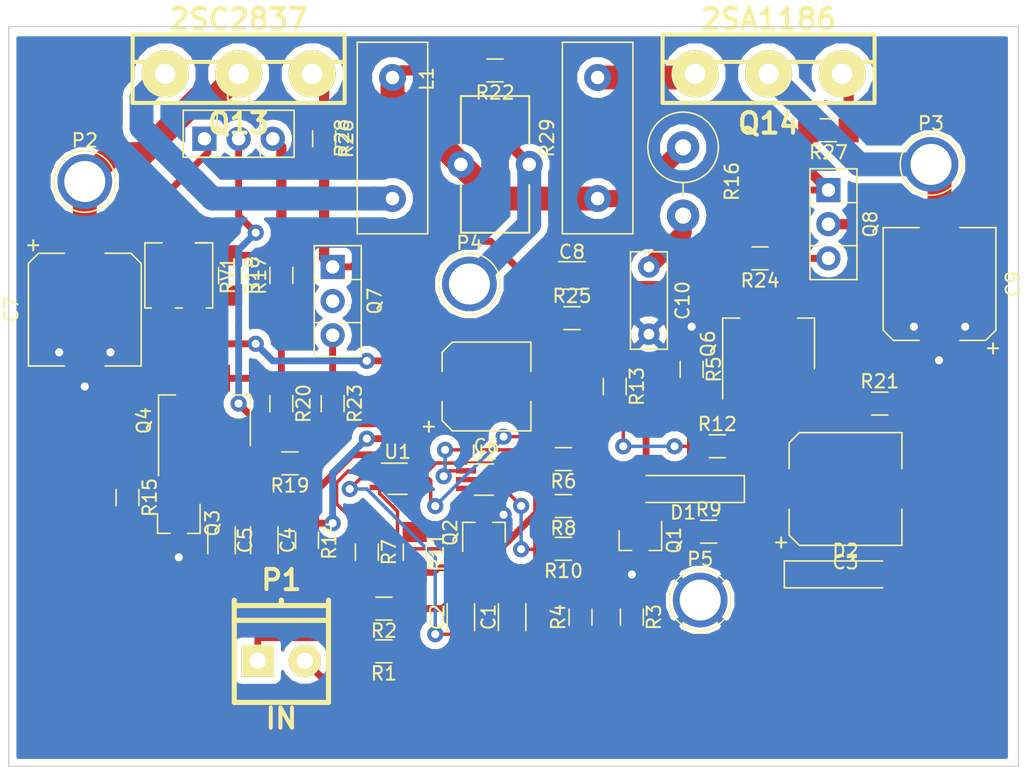
<source format=kicad_pcb>
(kicad_pcb (version 20171130) (host pcbnew 5.0.2-bee76a0~70~ubuntu18.04.1)

  (general
    (thickness 1.6)
    (drawings 4)
    (tracks 320)
    (zones 0)
    (modules 60)
    (nets 40)
  )

  (page A4)
  (layers
    (0 F.Cu signal)
    (31 B.Cu signal)
    (32 B.Adhes user)
    (33 F.Adhes user)
    (34 B.Paste user)
    (35 F.Paste user)
    (36 B.SilkS user)
    (37 F.SilkS user)
    (38 B.Mask user)
    (39 F.Mask user)
    (40 Dwgs.User user)
    (41 Cmts.User user)
    (42 Eco1.User user)
    (43 Eco2.User user)
    (44 Edge.Cuts user)
    (45 Margin user)
    (46 B.CrtYd user)
    (47 F.CrtYd user)
    (48 B.Fab user)
    (49 F.Fab user hide)
  )

  (setup
    (last_trace_width 0.254)
    (user_trace_width 0.508)
    (user_trace_width 0.762)
    (user_trace_width 1.27)
    (user_trace_width 1.778)
    (trace_clearance 0.254)
    (zone_clearance 0.508)
    (zone_45_only no)
    (trace_min 0.2)
    (segment_width 0.2)
    (edge_width 0.1)
    (via_size 0.889)
    (via_drill 0.635)
    (via_min_size 0.889)
    (via_min_drill 0.508)
    (user_via 1.2 0.6)
    (user_via 1.6 0.8)
    (uvia_size 0.508)
    (uvia_drill 0.127)
    (uvias_allowed no)
    (uvia_min_size 0.508)
    (uvia_min_drill 0.127)
    (pcb_text_width 0.3)
    (pcb_text_size 1.5 1.5)
    (mod_edge_width 0.15)
    (mod_text_size 1 1)
    (mod_text_width 0.15)
    (pad_size 1.5 1.5)
    (pad_drill 0.6)
    (pad_to_mask_clearance 0)
    (solder_mask_min_width 0.25)
    (aux_axis_origin 0 0)
    (visible_elements FFFCFF7F)
    (pcbplotparams
      (layerselection 0x00030_80000001)
      (usegerberextensions false)
      (usegerberattributes false)
      (usegerberadvancedattributes false)
      (creategerberjobfile false)
      (excludeedgelayer true)
      (linewidth 0.100000)
      (plotframeref false)
      (viasonmask false)
      (mode 1)
      (useauxorigin false)
      (hpglpennumber 1)
      (hpglpenspeed 20)
      (hpglpendiameter 15.000000)
      (psnegative false)
      (psa4output false)
      (plotreference true)
      (plotvalue true)
      (plotinvisibletext false)
      (padsonsilk false)
      (subtractmaskfromsilk false)
      (outputformat 1)
      (mirror false)
      (drillshape 1)
      (scaleselection 1)
      (outputdirectory ""))
  )

  (net 0 "")
  (net 1 GNDREF)
  (net 2 "Net-(C1-Pad2)")
  (net 3 "Net-(C2-Pad1)")
  (net 4 "Net-(C3-Pad1)")
  (net 5 "Net-(C4-Pad1)")
  (net 6 "Net-(C4-Pad2)")
  (net 7 "Net-(C5-Pad1)")
  (net 8 "Net-(C6-Pad1)")
  (net 9 "Net-(C6-Pad2)")
  (net 10 "Net-(C8-Pad1)")
  (net 11 "Net-(C8-Pad2)")
  (net 12 VEE)
  (net 13 "Net-(D1-Pad2)")
  (net 14 /IN)
  (net 15 VCC)
  (net 16 GND)
  (net 17 "Net-(Q1-Pad3)")
  (net 18 "Net-(Q2-Pad1)")
  (net 19 "Net-(Q2-Pad2)")
  (net 20 "Net-(Q6-Pad3)")
  (net 21 "Net-(Q13-Pad1)")
  (net 22 "Net-(Q13-Pad3)")
  (net 23 "Net-(Q14-Pad1)")
  (net 24 "Net-(R6-Pad2)")
  (net 25 "Net-(R7-Pad1)")
  (net 26 "Net-(R10-Pad2)")
  (net 27 "Net-(R11-Pad1)")
  (net 28 "Net-(R12-Pad1)")
  (net 29 "Net-(Q14-Pad3)")
  (net 30 "Net-(C10-Pad1)")
  (net 31 "Net-(L1-Pad1)")
  (net 32 /out)
  (net 33 "Net-(Q1-Pad2)")
  (net 34 "Net-(Q3-Pad2)")
  (net 35 "Net-(Q4-Pad3)")
  (net 36 "Net-(Q5-Pad3)")
  (net 37 "Net-(R18-Pad2)")
  (net 38 "Net-(Q7-Pad3)")
  (net 39 "Net-(Q8-Pad3)")

  (net_class Default "To jest domyślna klasa połączeń."
    (clearance 0.254)
    (trace_width 0.254)
    (via_dia 0.889)
    (via_drill 0.635)
    (uvia_dia 0.508)
    (uvia_drill 0.127)
    (add_net /IN)
    (add_net /out)
    (add_net GND)
    (add_net GNDREF)
    (add_net "Net-(C1-Pad2)")
    (add_net "Net-(C10-Pad1)")
    (add_net "Net-(C2-Pad1)")
    (add_net "Net-(C3-Pad1)")
    (add_net "Net-(C4-Pad1)")
    (add_net "Net-(C4-Pad2)")
    (add_net "Net-(C5-Pad1)")
    (add_net "Net-(C6-Pad1)")
    (add_net "Net-(C6-Pad2)")
    (add_net "Net-(C8-Pad1)")
    (add_net "Net-(C8-Pad2)")
    (add_net "Net-(D1-Pad2)")
    (add_net "Net-(L1-Pad1)")
    (add_net "Net-(Q1-Pad2)")
    (add_net "Net-(Q1-Pad3)")
    (add_net "Net-(Q13-Pad1)")
    (add_net "Net-(Q13-Pad3)")
    (add_net "Net-(Q14-Pad1)")
    (add_net "Net-(Q14-Pad3)")
    (add_net "Net-(Q2-Pad1)")
    (add_net "Net-(Q2-Pad2)")
    (add_net "Net-(Q3-Pad2)")
    (add_net "Net-(Q4-Pad3)")
    (add_net "Net-(Q5-Pad3)")
    (add_net "Net-(Q6-Pad3)")
    (add_net "Net-(Q7-Pad3)")
    (add_net "Net-(Q8-Pad3)")
    (add_net "Net-(R10-Pad2)")
    (add_net "Net-(R11-Pad1)")
    (add_net "Net-(R12-Pad1)")
    (add_net "Net-(R18-Pad2)")
    (add_net "Net-(R6-Pad2)")
    (add_net "Net-(R7-Pad1)")
    (add_net VCC)
    (add_net VEE)
  )

  (module Package_TO_SOT_THT:TO-126-3_Vertical (layer F.Cu) (tedit 5AC8BA0D) (tstamp 5BFE4931)
    (at 139.065 62.865 270)
    (descr "TO-126-3, Vertical, RM 2.54mm, see https://www.diodes.com/assets/Package-Files/TO126.pdf")
    (tags "TO-126-3 Vertical RM 2.54mm")
    (path /5BF765C8)
    (fp_text reference Q7 (at 2.54 -3.12 270) (layer F.SilkS)
      (effects (font (size 1 1) (thickness 0.15)))
    )
    (fp_text value BD135 (at 2.54 2.5 270) (layer F.Fab)
      (effects (font (size 1 1) (thickness 0.15)))
    )
    (fp_line (start -1.46 -2) (end -1.46 1.25) (layer F.Fab) (width 0.1))
    (fp_line (start -1.46 1.25) (end 6.54 1.25) (layer F.Fab) (width 0.1))
    (fp_line (start 6.54 1.25) (end 6.54 -2) (layer F.Fab) (width 0.1))
    (fp_line (start 6.54 -2) (end -1.46 -2) (layer F.Fab) (width 0.1))
    (fp_line (start 0.94 -2) (end 0.94 1.25) (layer F.Fab) (width 0.1))
    (fp_line (start 4.14 -2) (end 4.14 1.25) (layer F.Fab) (width 0.1))
    (fp_line (start -1.58 -2.12) (end 6.66 -2.12) (layer F.SilkS) (width 0.12))
    (fp_line (start -1.58 1.37) (end 6.66 1.37) (layer F.SilkS) (width 0.12))
    (fp_line (start -1.58 -2.12) (end -1.58 1.37) (layer F.SilkS) (width 0.12))
    (fp_line (start 6.66 -2.12) (end 6.66 1.37) (layer F.SilkS) (width 0.12))
    (fp_line (start 0.94 -2.12) (end 0.94 -1.05) (layer F.SilkS) (width 0.12))
    (fp_line (start 0.94 1.05) (end 0.94 1.37) (layer F.SilkS) (width 0.12))
    (fp_line (start 4.141 -2.12) (end 4.141 -0.54) (layer F.SilkS) (width 0.12))
    (fp_line (start 4.141 0.54) (end 4.141 1.37) (layer F.SilkS) (width 0.12))
    (fp_line (start -1.71 -2.25) (end -1.71 1.5) (layer F.CrtYd) (width 0.05))
    (fp_line (start -1.71 1.5) (end 6.79 1.5) (layer F.CrtYd) (width 0.05))
    (fp_line (start 6.79 1.5) (end 6.79 -2.25) (layer F.CrtYd) (width 0.05))
    (fp_line (start 6.79 -2.25) (end -1.71 -2.25) (layer F.CrtYd) (width 0.05))
    (fp_text user %R (at 2.54 -3.12 270) (layer F.Fab)
      (effects (font (size 1 1) (thickness 0.15)))
    )
    (pad 1 thru_hole rect (at 0 0 270) (size 1.8 1.8) (drill 1) (layers *.Cu *.Mask)
      (net 10 "Net-(C8-Pad1)"))
    (pad 2 thru_hole oval (at 2.54 0 270) (size 1.8 1.8) (drill 1) (layers *.Cu *.Mask)
      (net 15 VCC))
    (pad 3 thru_hole oval (at 5.08 0 270) (size 1.8 1.8) (drill 1) (layers *.Cu *.Mask)
      (net 38 "Net-(Q7-Pad3)"))
    (model ${KISYS3DMOD}/Package_TO_SOT_THT.3dshapes/TO-126-3_Vertical.wrl
      (at (xyz 0 0 0))
      (scale (xyz 1 1 1))
      (rotate (xyz 0 0 0))
    )
  )

  (module Capacitors_SMD:C_1206_HandSoldering (layer F.Cu) (tedit 58AA84D1) (tstamp 59FA16B7)
    (at 156.845 63.5)
    (descr "Capacitor SMD 1206, hand soldering")
    (tags "capacitor 1206")
    (path /553BEE02)
    (attr smd)
    (fp_text reference C8 (at 0 -1.75) (layer F.SilkS)
      (effects (font (size 1 1) (thickness 0.15)))
    )
    (fp_text value 10u (at 0 2) (layer F.Fab)
      (effects (font (size 1 1) (thickness 0.15)))
    )
    (fp_text user %R (at 0 -1.75) (layer F.Fab)
      (effects (font (size 1 1) (thickness 0.15)))
    )
    (fp_line (start -1.6 0.8) (end -1.6 -0.8) (layer F.Fab) (width 0.1))
    (fp_line (start 1.6 0.8) (end -1.6 0.8) (layer F.Fab) (width 0.1))
    (fp_line (start 1.6 -0.8) (end 1.6 0.8) (layer F.Fab) (width 0.1))
    (fp_line (start -1.6 -0.8) (end 1.6 -0.8) (layer F.Fab) (width 0.1))
    (fp_line (start 1 -1.02) (end -1 -1.02) (layer F.SilkS) (width 0.12))
    (fp_line (start -1 1.02) (end 1 1.02) (layer F.SilkS) (width 0.12))
    (fp_line (start -3.25 -1.05) (end 3.25 -1.05) (layer F.CrtYd) (width 0.05))
    (fp_line (start -3.25 -1.05) (end -3.25 1.05) (layer F.CrtYd) (width 0.05))
    (fp_line (start 3.25 1.05) (end 3.25 -1.05) (layer F.CrtYd) (width 0.05))
    (fp_line (start 3.25 1.05) (end -3.25 1.05) (layer F.CrtYd) (width 0.05))
    (pad 1 smd rect (at -2 0) (size 2 1.6) (layers F.Cu F.Paste F.Mask)
      (net 10 "Net-(C8-Pad1)"))
    (pad 2 smd rect (at 2 0) (size 2 1.6) (layers F.Cu F.Paste F.Mask)
      (net 11 "Net-(C8-Pad2)"))
    (model Capacitors_SMD.3dshapes/C_1206.wrl
      (at (xyz 0 0 0))
      (scale (xyz 1 1 1))
      (rotate (xyz 0 0 0))
    )
  )

  (module Resistor_SMD:R_MiniMELF_MMA-0204 (layer F.Cu) (tedit 58FE61E9) (tstamp 5BFE38D1)
    (at 156.845 66.675)
    (descr "Resistor, MiniMELF, MMA-0204, http://www.vishay.com/docs/28713/melfprof.pdf")
    (tags "MiniMELF Resistor")
    (path /553BEDFA)
    (attr smd)
    (fp_text reference R25 (at 0 -1.65) (layer F.SilkS)
      (effects (font (size 1 1) (thickness 0.15)))
    )
    (fp_text value 68R (at 0 1.7) (layer F.Fab)
      (effects (font (size 1 1) (thickness 0.15)))
    )
    (fp_text user %R (at 0 0) (layer F.Fab)
      (effects (font (size 0.6 0.6) (thickness 0.12)))
    )
    (fp_line (start 0.6 0.85) (end -0.6 0.85) (layer F.SilkS) (width 0.12))
    (fp_line (start -0.6 -0.85) (end 0.6 -0.85) (layer F.SilkS) (width 0.12))
    (fp_line (start 0.9 0.7) (end 0.9 -0.7) (layer F.Fab) (width 0.12))
    (fp_line (start -0.9 -0.7) (end -0.9 0.7) (layer F.Fab) (width 0.12))
    (fp_line (start -1.8 -0.7) (end -1.8 0.7) (layer F.Fab) (width 0.12))
    (fp_line (start -1.8 0.7) (end 1.8 0.7) (layer F.Fab) (width 0.12))
    (fp_line (start 1.8 0.7) (end 1.8 -0.7) (layer F.Fab) (width 0.12))
    (fp_line (start 1.8 -0.7) (end -1.8 -0.7) (layer F.Fab) (width 0.12))
    (fp_line (start -2.5 -1.15) (end 2.5 -1.15) (layer F.CrtYd) (width 0.05))
    (fp_line (start -2.5 -1.15) (end -2.5 1.15) (layer F.CrtYd) (width 0.05))
    (fp_line (start 2.5 1.15) (end 2.5 -1.15) (layer F.CrtYd) (width 0.05))
    (fp_line (start 2.5 1.15) (end -2.5 1.15) (layer F.CrtYd) (width 0.05))
    (pad 1 smd rect (at -1.5 0) (size 1.5 1.8) (layers F.Cu F.Paste F.Mask)
      (net 10 "Net-(C8-Pad1)"))
    (pad 2 smd rect (at 1.5 0) (size 1.5 1.8) (layers F.Cu F.Paste F.Mask)
      (net 11 "Net-(C8-Pad2)"))
    (model ${KISYS3DMOD}/Resistor_SMD.3dshapes/R_MiniMELF_MMA-0204.wrl
      (at (xyz 0 0 0))
      (scale (xyz 1 1 1))
      (rotate (xyz 0 0 0))
    )
  )

  (module Resistor_THT:R_Box_L14.0mm_W5.0mm_P9.00mm (layer F.Cu) (tedit 5AE5139B) (tstamp 5BFE44AC)
    (at 158.75 57.785 90)
    (descr "Resistor, Box series, Radial, pin pitch=9.00mm, 5W, length*width=14.0*5.0mm^2, http://www.produktinfo.conrad.com/datenblaetter/425000-449999/443860-da-01-de-METALLBAND_WIDERSTAND_0_1_OHM_5W_5Pr.pdf")
    (tags "Resistor Box series Radial pin pitch 9.00mm 5W length 14.0mm width 5.0mm")
    (path /553C386E)
    (fp_text reference R29 (at 4.5 -3.75 90) (layer F.SilkS)
      (effects (font (size 1 1) (thickness 0.15)))
    )
    (fp_text value 0R22 (at 4.5 3.75 90) (layer F.Fab)
      (effects (font (size 1 1) (thickness 0.15)))
    )
    (fp_line (start -2.5 -2.5) (end -2.5 2.5) (layer F.Fab) (width 0.1))
    (fp_line (start -2.5 2.5) (end 11.5 2.5) (layer F.Fab) (width 0.1))
    (fp_line (start 11.5 2.5) (end 11.5 -2.5) (layer F.Fab) (width 0.1))
    (fp_line (start 11.5 -2.5) (end -2.5 -2.5) (layer F.Fab) (width 0.1))
    (fp_line (start -2.62 -2.62) (end 11.62 -2.62) (layer F.SilkS) (width 0.12))
    (fp_line (start -2.62 2.62) (end 11.62 2.62) (layer F.SilkS) (width 0.12))
    (fp_line (start -2.62 -2.62) (end -2.62 2.62) (layer F.SilkS) (width 0.12))
    (fp_line (start 11.62 -2.62) (end 11.62 2.62) (layer F.SilkS) (width 0.12))
    (fp_line (start -2.75 -2.75) (end -2.75 2.75) (layer F.CrtYd) (width 0.05))
    (fp_line (start -2.75 2.75) (end 11.75 2.75) (layer F.CrtYd) (width 0.05))
    (fp_line (start 11.75 2.75) (end 11.75 -2.75) (layer F.CrtYd) (width 0.05))
    (fp_line (start 11.75 -2.75) (end -2.75 -2.75) (layer F.CrtYd) (width 0.05))
    (fp_text user %R (at 4.5 0 90) (layer F.Fab)
      (effects (font (size 1 1) (thickness 0.15)))
    )
    (pad 1 thru_hole circle (at 0 0 90) (size 2 2) (drill 1) (layers *.Cu *.Mask)
      (net 32 /out))
    (pad 2 thru_hole circle (at 9 0 90) (size 2 2) (drill 1) (layers *.Cu *.Mask)
      (net 29 "Net-(Q14-Pad3)"))
    (model ${KISYS3DMOD}/Resistor_THT.3dshapes/R_Box_L14.0mm_W5.0mm_P9.00mm.wrl
      (at (xyz 0 0 0))
      (scale (xyz 1 1 1))
      (rotate (xyz 0 0 0))
    )
  )

  (module Capacitors_SMD:C_1206_HandSoldering (layer F.Cu) (tedit 58AA84D1) (tstamp 59FA1626)
    (at 152.4 88.9 90)
    (descr "Capacitor SMD 1206, hand soldering")
    (tags "capacitor 1206")
    (path /553C2938)
    (attr smd)
    (fp_text reference C1 (at 0 -1.75 90) (layer F.SilkS)
      (effects (font (size 1 1) (thickness 0.15)))
    )
    (fp_text value 220p (at 0 2 90) (layer F.Fab)
      (effects (font (size 1 1) (thickness 0.15)))
    )
    (fp_text user %R (at 0 -1.75 90) (layer F.Fab)
      (effects (font (size 1 1) (thickness 0.15)))
    )
    (fp_line (start -1.6 0.8) (end -1.6 -0.8) (layer F.Fab) (width 0.1))
    (fp_line (start 1.6 0.8) (end -1.6 0.8) (layer F.Fab) (width 0.1))
    (fp_line (start 1.6 -0.8) (end 1.6 0.8) (layer F.Fab) (width 0.1))
    (fp_line (start -1.6 -0.8) (end 1.6 -0.8) (layer F.Fab) (width 0.1))
    (fp_line (start 1 -1.02) (end -1 -1.02) (layer F.SilkS) (width 0.12))
    (fp_line (start -1 1.02) (end 1 1.02) (layer F.SilkS) (width 0.12))
    (fp_line (start -3.25 -1.05) (end 3.25 -1.05) (layer F.CrtYd) (width 0.05))
    (fp_line (start -3.25 -1.05) (end -3.25 1.05) (layer F.CrtYd) (width 0.05))
    (fp_line (start 3.25 1.05) (end 3.25 -1.05) (layer F.CrtYd) (width 0.05))
    (fp_line (start 3.25 1.05) (end -3.25 1.05) (layer F.CrtYd) (width 0.05))
    (pad 1 smd rect (at -2 0 90) (size 2 1.6) (layers F.Cu F.Paste F.Mask)
      (net 1 GNDREF))
    (pad 2 smd rect (at 2 0 90) (size 2 1.6) (layers F.Cu F.Paste F.Mask)
      (net 2 "Net-(C1-Pad2)"))
    (model Capacitors_SMD.3dshapes/C_1206.wrl
      (at (xyz 0 0 0))
      (scale (xyz 1 1 1))
      (rotate (xyz 0 0 0))
    )
  )

  (module Capacitors_SMD:C_1206_HandSoldering (layer F.Cu) (tedit 58AA84D1) (tstamp 59FA1636)
    (at 148.59 88.9 90)
    (descr "Capacitor SMD 1206, hand soldering")
    (tags "capacitor 1206")
    (path /553C2872)
    (attr smd)
    (fp_text reference C2 (at 0 -1.75 90) (layer F.SilkS)
      (effects (font (size 1 1) (thickness 0.15)))
    )
    (fp_text value 4u7 (at 0 2 90) (layer F.Fab)
      (effects (font (size 1 1) (thickness 0.15)))
    )
    (fp_text user %R (at 0 -1.75 90) (layer F.Fab)
      (effects (font (size 1 1) (thickness 0.15)))
    )
    (fp_line (start -1.6 0.8) (end -1.6 -0.8) (layer F.Fab) (width 0.1))
    (fp_line (start 1.6 0.8) (end -1.6 0.8) (layer F.Fab) (width 0.1))
    (fp_line (start 1.6 -0.8) (end 1.6 0.8) (layer F.Fab) (width 0.1))
    (fp_line (start -1.6 -0.8) (end 1.6 -0.8) (layer F.Fab) (width 0.1))
    (fp_line (start 1 -1.02) (end -1 -1.02) (layer F.SilkS) (width 0.12))
    (fp_line (start -1 1.02) (end 1 1.02) (layer F.SilkS) (width 0.12))
    (fp_line (start -3.25 -1.05) (end 3.25 -1.05) (layer F.CrtYd) (width 0.05))
    (fp_line (start -3.25 -1.05) (end -3.25 1.05) (layer F.CrtYd) (width 0.05))
    (fp_line (start 3.25 1.05) (end 3.25 -1.05) (layer F.CrtYd) (width 0.05))
    (fp_line (start 3.25 1.05) (end -3.25 1.05) (layer F.CrtYd) (width 0.05))
    (pad 1 smd rect (at -2 0 90) (size 2 1.6) (layers F.Cu F.Paste F.Mask)
      (net 3 "Net-(C2-Pad1)"))
    (pad 2 smd rect (at 2 0 90) (size 2 1.6) (layers F.Cu F.Paste F.Mask)
      (net 2 "Net-(C1-Pad2)"))
    (model Capacitors_SMD.3dshapes/C_1206.wrl
      (at (xyz 0 0 0))
      (scale (xyz 1 1 1))
      (rotate (xyz 0 0 0))
    )
  )

  (module Capacitors_SMD:CP_Elec_8x10 (layer F.Cu) (tedit 58AA9153) (tstamp 59FA1646)
    (at 177.165 79.375)
    (descr "SMT capacitor, aluminium electrolytic, 8x10")
    (path /553BA30A)
    (attr smd)
    (fp_text reference C3 (at 0 5.45) (layer F.SilkS)
      (effects (font (size 1 1) (thickness 0.15)))
    )
    (fp_text value "220u 35V" (at 0 -5.45) (layer F.Fab)
      (effects (font (size 1 1) (thickness 0.15)))
    )
    (fp_circle (center 0 0) (end -0.6 3.9) (layer F.Fab) (width 0.1))
    (fp_text user + (at -2.31 -0.08) (layer F.Fab)
      (effects (font (size 1 1) (thickness 0.15)))
    )
    (fp_text user + (at -4.78 3.9) (layer F.SilkS)
      (effects (font (size 1 1) (thickness 0.15)))
    )
    (fp_text user %R (at 0 5.45) (layer F.Fab)
      (effects (font (size 1 1) (thickness 0.15)))
    )
    (fp_line (start 4.04 4.04) (end 4.04 -4.04) (layer F.Fab) (width 0.1))
    (fp_line (start -3.37 4.04) (end 4.04 4.04) (layer F.Fab) (width 0.1))
    (fp_line (start -4.04 3.37) (end -3.37 4.04) (layer F.Fab) (width 0.1))
    (fp_line (start -4.04 -3.37) (end -4.04 3.37) (layer F.Fab) (width 0.1))
    (fp_line (start -3.37 -4.04) (end -4.04 -3.37) (layer F.Fab) (width 0.1))
    (fp_line (start 4.04 -4.04) (end -3.37 -4.04) (layer F.Fab) (width 0.1))
    (fp_line (start 4.19 4.19) (end 4.19 1.51) (layer F.SilkS) (width 0.12))
    (fp_line (start 4.19 -4.19) (end 4.19 -1.51) (layer F.SilkS) (width 0.12))
    (fp_line (start -4.19 -3.43) (end -4.19 -1.51) (layer F.SilkS) (width 0.12))
    (fp_line (start -4.19 3.43) (end -4.19 1.51) (layer F.SilkS) (width 0.12))
    (fp_line (start 4.19 4.19) (end -3.43 4.19) (layer F.SilkS) (width 0.12))
    (fp_line (start -3.43 4.19) (end -4.19 3.43) (layer F.SilkS) (width 0.12))
    (fp_line (start -4.19 -3.43) (end -3.43 -4.19) (layer F.SilkS) (width 0.12))
    (fp_line (start -3.43 -4.19) (end 4.19 -4.19) (layer F.SilkS) (width 0.12))
    (fp_line (start -5.3 -4.29) (end 5.3 -4.29) (layer F.CrtYd) (width 0.05))
    (fp_line (start -5.3 -4.29) (end -5.3 4.29) (layer F.CrtYd) (width 0.05))
    (fp_line (start 5.3 4.29) (end 5.3 -4.29) (layer F.CrtYd) (width 0.05))
    (fp_line (start 5.3 4.29) (end -5.3 4.29) (layer F.CrtYd) (width 0.05))
    (pad 1 smd rect (at -3.05 0 180) (size 4 2.5) (layers F.Cu F.Paste F.Mask)
      (net 4 "Net-(C3-Pad1)"))
    (pad 2 smd rect (at 3.05 0 180) (size 4 2.5) (layers F.Cu F.Paste F.Mask)
      (net 1 GNDREF))
    (model Capacitors_SMD.3dshapes/CP_Elec_8x10.wrl
      (at (xyz 0 0 0))
      (scale (xyz 1 1 1))
      (rotate (xyz 0 0 180))
    )
  )

  (module Capacitors_SMD:C_1206_HandSoldering (layer F.Cu) (tedit 58AA84D1) (tstamp 59FA1661)
    (at 133.985 83.185 270)
    (descr "Capacitor SMD 1206, hand soldering")
    (tags "capacitor 1206")
    (path /553C13A2)
    (attr smd)
    (fp_text reference C4 (at 0 -1.75 270) (layer F.SilkS)
      (effects (font (size 1 1) (thickness 0.15)))
    )
    (fp_text value 82p (at 0 2 270) (layer F.Fab)
      (effects (font (size 1 1) (thickness 0.15)))
    )
    (fp_text user %R (at 0 -1.75 270) (layer F.Fab)
      (effects (font (size 1 1) (thickness 0.15)))
    )
    (fp_line (start -1.6 0.8) (end -1.6 -0.8) (layer F.Fab) (width 0.1))
    (fp_line (start 1.6 0.8) (end -1.6 0.8) (layer F.Fab) (width 0.1))
    (fp_line (start 1.6 -0.8) (end 1.6 0.8) (layer F.Fab) (width 0.1))
    (fp_line (start -1.6 -0.8) (end 1.6 -0.8) (layer F.Fab) (width 0.1))
    (fp_line (start 1 -1.02) (end -1 -1.02) (layer F.SilkS) (width 0.12))
    (fp_line (start -1 1.02) (end 1 1.02) (layer F.SilkS) (width 0.12))
    (fp_line (start -3.25 -1.05) (end 3.25 -1.05) (layer F.CrtYd) (width 0.05))
    (fp_line (start -3.25 -1.05) (end -3.25 1.05) (layer F.CrtYd) (width 0.05))
    (fp_line (start 3.25 1.05) (end 3.25 -1.05) (layer F.CrtYd) (width 0.05))
    (fp_line (start 3.25 1.05) (end -3.25 1.05) (layer F.CrtYd) (width 0.05))
    (pad 1 smd rect (at -2 0 270) (size 2 1.6) (layers F.Cu F.Paste F.Mask)
      (net 5 "Net-(C4-Pad1)"))
    (pad 2 smd rect (at 2 0 270) (size 2 1.6) (layers F.Cu F.Paste F.Mask)
      (net 6 "Net-(C4-Pad2)"))
    (model Capacitors_SMD.3dshapes/C_1206.wrl
      (at (xyz 0 0 0))
      (scale (xyz 1 1 1))
      (rotate (xyz 0 0 0))
    )
  )

  (module Capacitors_SMD:C_1206_HandSoldering (layer F.Cu) (tedit 58AA84D1) (tstamp 59FA1671)
    (at 130.81 83.185 270)
    (descr "Capacitor SMD 1206, hand soldering")
    (tags "capacitor 1206")
    (path /553C14DA)
    (attr smd)
    (fp_text reference C5 (at 0 -1.75 270) (layer F.SilkS)
      (effects (font (size 1 1) (thickness 0.15)))
    )
    (fp_text value 220p (at 0 2 270) (layer F.Fab)
      (effects (font (size 1 1) (thickness 0.15)))
    )
    (fp_text user %R (at 0 -1.75 270) (layer F.Fab)
      (effects (font (size 1 1) (thickness 0.15)))
    )
    (fp_line (start -1.6 0.8) (end -1.6 -0.8) (layer F.Fab) (width 0.1))
    (fp_line (start 1.6 0.8) (end -1.6 0.8) (layer F.Fab) (width 0.1))
    (fp_line (start 1.6 -0.8) (end 1.6 0.8) (layer F.Fab) (width 0.1))
    (fp_line (start -1.6 -0.8) (end 1.6 -0.8) (layer F.Fab) (width 0.1))
    (fp_line (start 1 -1.02) (end -1 -1.02) (layer F.SilkS) (width 0.12))
    (fp_line (start -1 1.02) (end 1 1.02) (layer F.SilkS) (width 0.12))
    (fp_line (start -3.25 -1.05) (end 3.25 -1.05) (layer F.CrtYd) (width 0.05))
    (fp_line (start -3.25 -1.05) (end -3.25 1.05) (layer F.CrtYd) (width 0.05))
    (fp_line (start 3.25 1.05) (end 3.25 -1.05) (layer F.CrtYd) (width 0.05))
    (fp_line (start 3.25 1.05) (end -3.25 1.05) (layer F.CrtYd) (width 0.05))
    (pad 1 smd rect (at -2 0 270) (size 2 1.6) (layers F.Cu F.Paste F.Mask)
      (net 7 "Net-(C5-Pad1)"))
    (pad 2 smd rect (at 2 0 270) (size 2 1.6) (layers F.Cu F.Paste F.Mask)
      (net 6 "Net-(C4-Pad2)"))
    (model Capacitors_SMD.3dshapes/C_1206.wrl
      (at (xyz 0 0 0))
      (scale (xyz 1 1 1))
      (rotate (xyz 0 0 0))
    )
  )

  (module Capacitors_SMD:CP_Elec_6.3x7.7 (layer F.Cu) (tedit 58AA8B76) (tstamp 5BEDEE21)
    (at 150.495 71.755)
    (descr "SMT capacitor, aluminium electrolytic, 6.3x7.7")
    (path /553BC5CD)
    (attr smd)
    (fp_text reference C6 (at 0 4.43) (layer F.SilkS)
      (effects (font (size 1 1) (thickness 0.15)))
    )
    (fp_text value "47u 35V" (at 0 -4.43) (layer F.Fab)
      (effects (font (size 1 1) (thickness 0.15)))
    )
    (fp_circle (center 0 0) (end 0.5 3) (layer F.Fab) (width 0.1))
    (fp_text user + (at -1.73 -0.08) (layer F.Fab)
      (effects (font (size 1 1) (thickness 0.15)))
    )
    (fp_text user + (at -4.28 2.91) (layer F.SilkS)
      (effects (font (size 1 1) (thickness 0.15)))
    )
    (fp_text user %R (at 0 4.43) (layer F.Fab)
      (effects (font (size 1 1) (thickness 0.15)))
    )
    (fp_line (start 3.15 3.15) (end 3.15 -3.15) (layer F.Fab) (width 0.1))
    (fp_line (start -2.48 3.15) (end 3.15 3.15) (layer F.Fab) (width 0.1))
    (fp_line (start -3.15 2.48) (end -2.48 3.15) (layer F.Fab) (width 0.1))
    (fp_line (start -3.15 -2.48) (end -3.15 2.48) (layer F.Fab) (width 0.1))
    (fp_line (start -2.48 -3.15) (end -3.15 -2.48) (layer F.Fab) (width 0.1))
    (fp_line (start 3.15 -3.15) (end -2.48 -3.15) (layer F.Fab) (width 0.1))
    (fp_line (start -3.3 2.54) (end -3.3 1.12) (layer F.SilkS) (width 0.12))
    (fp_line (start 3.3 3.3) (end 3.3 1.12) (layer F.SilkS) (width 0.12))
    (fp_line (start 3.3 -3.3) (end 3.3 -1.12) (layer F.SilkS) (width 0.12))
    (fp_line (start -3.3 -2.54) (end -3.3 -1.12) (layer F.SilkS) (width 0.12))
    (fp_line (start 3.3 3.3) (end -2.54 3.3) (layer F.SilkS) (width 0.12))
    (fp_line (start -2.54 3.3) (end -3.3 2.54) (layer F.SilkS) (width 0.12))
    (fp_line (start -3.3 -2.54) (end -2.54 -3.3) (layer F.SilkS) (width 0.12))
    (fp_line (start -2.54 -3.3) (end 3.3 -3.3) (layer F.SilkS) (width 0.12))
    (fp_line (start -4.7 -3.4) (end 4.7 -3.4) (layer F.CrtYd) (width 0.05))
    (fp_line (start -4.7 -3.4) (end -4.7 3.4) (layer F.CrtYd) (width 0.05))
    (fp_line (start 4.7 3.4) (end 4.7 -3.4) (layer F.CrtYd) (width 0.05))
    (fp_line (start 4.7 3.4) (end -4.7 3.4) (layer F.CrtYd) (width 0.05))
    (pad 1 smd rect (at -2.7 0 180) (size 3.5 1.6) (layers F.Cu F.Paste F.Mask)
      (net 8 "Net-(C6-Pad1)"))
    (pad 2 smd rect (at 2.7 0 180) (size 3.5 1.6) (layers F.Cu F.Paste F.Mask)
      (net 9 "Net-(C6-Pad2)"))
    (model Capacitors_SMD.3dshapes/CP_Elec_6.3x7.7.wrl
      (at (xyz 0 0 0))
      (scale (xyz 1 1 1))
      (rotate (xyz 0 0 180))
    )
  )

  (module Capacitors_SMD:CP_Elec_8x10 (layer F.Cu) (tedit 58AA9153) (tstamp 59FA169C)
    (at 120.65 66.04 270)
    (descr "SMT capacitor, aluminium electrolytic, 8x10")
    (path /59FA92D4)
    (attr smd)
    (fp_text reference C7 (at 0 5.45 270) (layer F.SilkS)
      (effects (font (size 1 1) (thickness 0.15)))
    )
    (fp_text value "220u 35V" (at 0 -5.45 270) (layer F.Fab)
      (effects (font (size 1 1) (thickness 0.15)))
    )
    (fp_circle (center 0 0) (end -0.6 3.9) (layer F.Fab) (width 0.1))
    (fp_text user + (at -2.31 -0.08 270) (layer F.Fab)
      (effects (font (size 1 1) (thickness 0.15)))
    )
    (fp_text user + (at -4.78 3.9 270) (layer F.SilkS)
      (effects (font (size 1 1) (thickness 0.15)))
    )
    (fp_text user %R (at 0 5.45 270) (layer F.Fab)
      (effects (font (size 1 1) (thickness 0.15)))
    )
    (fp_line (start 4.04 4.04) (end 4.04 -4.04) (layer F.Fab) (width 0.1))
    (fp_line (start -3.37 4.04) (end 4.04 4.04) (layer F.Fab) (width 0.1))
    (fp_line (start -4.04 3.37) (end -3.37 4.04) (layer F.Fab) (width 0.1))
    (fp_line (start -4.04 -3.37) (end -4.04 3.37) (layer F.Fab) (width 0.1))
    (fp_line (start -3.37 -4.04) (end -4.04 -3.37) (layer F.Fab) (width 0.1))
    (fp_line (start 4.04 -4.04) (end -3.37 -4.04) (layer F.Fab) (width 0.1))
    (fp_line (start 4.19 4.19) (end 4.19 1.51) (layer F.SilkS) (width 0.12))
    (fp_line (start 4.19 -4.19) (end 4.19 -1.51) (layer F.SilkS) (width 0.12))
    (fp_line (start -4.19 -3.43) (end -4.19 -1.51) (layer F.SilkS) (width 0.12))
    (fp_line (start -4.19 3.43) (end -4.19 1.51) (layer F.SilkS) (width 0.12))
    (fp_line (start 4.19 4.19) (end -3.43 4.19) (layer F.SilkS) (width 0.12))
    (fp_line (start -3.43 4.19) (end -4.19 3.43) (layer F.SilkS) (width 0.12))
    (fp_line (start -4.19 -3.43) (end -3.43 -4.19) (layer F.SilkS) (width 0.12))
    (fp_line (start -3.43 -4.19) (end 4.19 -4.19) (layer F.SilkS) (width 0.12))
    (fp_line (start -5.3 -4.29) (end 5.3 -4.29) (layer F.CrtYd) (width 0.05))
    (fp_line (start -5.3 -4.29) (end -5.3 4.29) (layer F.CrtYd) (width 0.05))
    (fp_line (start 5.3 4.29) (end 5.3 -4.29) (layer F.CrtYd) (width 0.05))
    (fp_line (start 5.3 4.29) (end -5.3 4.29) (layer F.CrtYd) (width 0.05))
    (pad 1 smd rect (at -3.05 0 90) (size 4 2.5) (layers F.Cu F.Paste F.Mask)
      (net 15 VCC))
    (pad 2 smd rect (at 3.05 0 90) (size 4 2.5) (layers F.Cu F.Paste F.Mask)
      (net 16 GND))
    (model Capacitors_SMD.3dshapes/CP_Elec_8x10.wrl
      (at (xyz 0 0 0))
      (scale (xyz 1 1 1))
      (rotate (xyz 0 0 180))
    )
  )

  (module Capacitors_SMD:CP_Elec_8x10 (layer F.Cu) (tedit 58AA9153) (tstamp 59FA16E2)
    (at 184.15 64.135 90)
    (descr "SMT capacitor, aluminium electrolytic, 8x10")
    (path /59FA94D9)
    (attr smd)
    (fp_text reference C9 (at 0 5.45 90) (layer F.SilkS)
      (effects (font (size 1 1) (thickness 0.15)))
    )
    (fp_text value "220u 35V" (at 0 -5.45 90) (layer F.Fab)
      (effects (font (size 1 1) (thickness 0.15)))
    )
    (fp_circle (center 0 0) (end -0.6 3.9) (layer F.Fab) (width 0.1))
    (fp_text user + (at -2.31 -0.08 90) (layer F.Fab)
      (effects (font (size 1 1) (thickness 0.15)))
    )
    (fp_text user + (at -4.78 3.9 90) (layer F.SilkS)
      (effects (font (size 1 1) (thickness 0.15)))
    )
    (fp_text user %R (at 0 5.45 90) (layer F.Fab)
      (effects (font (size 1 1) (thickness 0.15)))
    )
    (fp_line (start 4.04 4.04) (end 4.04 -4.04) (layer F.Fab) (width 0.1))
    (fp_line (start -3.37 4.04) (end 4.04 4.04) (layer F.Fab) (width 0.1))
    (fp_line (start -4.04 3.37) (end -3.37 4.04) (layer F.Fab) (width 0.1))
    (fp_line (start -4.04 -3.37) (end -4.04 3.37) (layer F.Fab) (width 0.1))
    (fp_line (start -3.37 -4.04) (end -4.04 -3.37) (layer F.Fab) (width 0.1))
    (fp_line (start 4.04 -4.04) (end -3.37 -4.04) (layer F.Fab) (width 0.1))
    (fp_line (start 4.19 4.19) (end 4.19 1.51) (layer F.SilkS) (width 0.12))
    (fp_line (start 4.19 -4.19) (end 4.19 -1.51) (layer F.SilkS) (width 0.12))
    (fp_line (start -4.19 -3.43) (end -4.19 -1.51) (layer F.SilkS) (width 0.12))
    (fp_line (start -4.19 3.43) (end -4.19 1.51) (layer F.SilkS) (width 0.12))
    (fp_line (start 4.19 4.19) (end -3.43 4.19) (layer F.SilkS) (width 0.12))
    (fp_line (start -3.43 4.19) (end -4.19 3.43) (layer F.SilkS) (width 0.12))
    (fp_line (start -4.19 -3.43) (end -3.43 -4.19) (layer F.SilkS) (width 0.12))
    (fp_line (start -3.43 -4.19) (end 4.19 -4.19) (layer F.SilkS) (width 0.12))
    (fp_line (start -5.3 -4.29) (end 5.3 -4.29) (layer F.CrtYd) (width 0.05))
    (fp_line (start -5.3 -4.29) (end -5.3 4.29) (layer F.CrtYd) (width 0.05))
    (fp_line (start 5.3 4.29) (end 5.3 -4.29) (layer F.CrtYd) (width 0.05))
    (fp_line (start 5.3 4.29) (end -5.3 4.29) (layer F.CrtYd) (width 0.05))
    (pad 1 smd rect (at -3.05 0 270) (size 4 2.5) (layers F.Cu F.Paste F.Mask)
      (net 16 GND))
    (pad 2 smd rect (at 3.05 0 270) (size 4 2.5) (layers F.Cu F.Paste F.Mask)
      (net 12 VEE))
    (model Capacitors_SMD.3dshapes/CP_Elec_8x10.wrl
      (at (xyz 0 0 0))
      (scale (xyz 1 1 1))
      (rotate (xyz 0 0 180))
    )
  )

  (module Diodes_SMD:D_MiniMELF_Handsoldering (layer F.Cu) (tedit 5905D919) (tstamp 59FA16F4)
    (at 165.1 79.375 180)
    (descr "Diode Mini-MELF Handsoldering")
    (tags "Diode Mini-MELF Handsoldering")
    (path /553B9B97)
    (attr smd)
    (fp_text reference D1 (at 0 -1.75 180) (layer F.SilkS)
      (effects (font (size 1 1) (thickness 0.15)))
    )
    (fp_text value 8V2 (at 0 1.75 180) (layer F.Fab)
      (effects (font (size 1 1) (thickness 0.15)))
    )
    (fp_text user %R (at 0 -1.75 180) (layer F.Fab)
      (effects (font (size 1 1) (thickness 0.15)))
    )
    (fp_line (start 2.75 -1) (end -4.55 -1) (layer F.SilkS) (width 0.12))
    (fp_line (start -4.55 -1) (end -4.55 1) (layer F.SilkS) (width 0.12))
    (fp_line (start -4.55 1) (end 2.75 1) (layer F.SilkS) (width 0.12))
    (fp_line (start 1.65 -0.8) (end 1.65 0.8) (layer F.Fab) (width 0.1))
    (fp_line (start 1.65 0.8) (end -1.65 0.8) (layer F.Fab) (width 0.1))
    (fp_line (start -1.65 0.8) (end -1.65 -0.8) (layer F.Fab) (width 0.1))
    (fp_line (start -1.65 -0.8) (end 1.65 -0.8) (layer F.Fab) (width 0.1))
    (fp_line (start 0.25 0) (end 0.75 0) (layer F.Fab) (width 0.1))
    (fp_line (start 0.25 0.4) (end -0.35 0) (layer F.Fab) (width 0.1))
    (fp_line (start 0.25 -0.4) (end 0.25 0.4) (layer F.Fab) (width 0.1))
    (fp_line (start -0.35 0) (end 0.25 -0.4) (layer F.Fab) (width 0.1))
    (fp_line (start -0.35 0) (end -0.35 0.55) (layer F.Fab) (width 0.1))
    (fp_line (start -0.35 0) (end -0.35 -0.55) (layer F.Fab) (width 0.1))
    (fp_line (start -0.75 0) (end -0.35 0) (layer F.Fab) (width 0.1))
    (fp_line (start -4.65 -1.1) (end 4.65 -1.1) (layer F.CrtYd) (width 0.05))
    (fp_line (start 4.65 -1.1) (end 4.65 1.1) (layer F.CrtYd) (width 0.05))
    (fp_line (start 4.65 1.1) (end -4.65 1.1) (layer F.CrtYd) (width 0.05))
    (fp_line (start -4.65 1.1) (end -4.65 -1.1) (layer F.CrtYd) (width 0.05))
    (pad 1 smd rect (at -2.75 0 180) (size 3.3 1.7) (layers F.Cu F.Paste F.Mask)
      (net 12 VEE))
    (pad 2 smd rect (at 2.75 0 180) (size 3.3 1.7) (layers F.Cu F.Paste F.Mask)
      (net 13 "Net-(D1-Pad2)"))
    (model ${KISYS3DMOD}/Diodes_SMD.3dshapes/D_MiniMELF.wrl
      (at (xyz 0 0 0))
      (scale (xyz 1 1 1))
      (rotate (xyz 0 0 0))
    )
  )

  (module Diodes_SMD:D_MiniMELF_Handsoldering (layer F.Cu) (tedit 5905D919) (tstamp 59FA1724)
    (at 177.165 85.725)
    (descr "Diode Mini-MELF Handsoldering")
    (tags "Diode Mini-MELF Handsoldering")
    (path /59FAE061)
    (attr smd)
    (fp_text reference D2 (at 0 -1.75) (layer F.SilkS)
      (effects (font (size 1 1) (thickness 0.15)))
    )
    (fp_text value DL4148 (at 0 1.75) (layer F.Fab)
      (effects (font (size 1 1) (thickness 0.15)))
    )
    (fp_text user %R (at 0 -1.75) (layer F.Fab)
      (effects (font (size 1 1) (thickness 0.15)))
    )
    (fp_line (start 2.75 -1) (end -4.55 -1) (layer F.SilkS) (width 0.12))
    (fp_line (start -4.55 -1) (end -4.55 1) (layer F.SilkS) (width 0.12))
    (fp_line (start -4.55 1) (end 2.75 1) (layer F.SilkS) (width 0.12))
    (fp_line (start 1.65 -0.8) (end 1.65 0.8) (layer F.Fab) (width 0.1))
    (fp_line (start 1.65 0.8) (end -1.65 0.8) (layer F.Fab) (width 0.1))
    (fp_line (start -1.65 0.8) (end -1.65 -0.8) (layer F.Fab) (width 0.1))
    (fp_line (start -1.65 -0.8) (end 1.65 -0.8) (layer F.Fab) (width 0.1))
    (fp_line (start 0.25 0) (end 0.75 0) (layer F.Fab) (width 0.1))
    (fp_line (start 0.25 0.4) (end -0.35 0) (layer F.Fab) (width 0.1))
    (fp_line (start 0.25 -0.4) (end 0.25 0.4) (layer F.Fab) (width 0.1))
    (fp_line (start -0.35 0) (end 0.25 -0.4) (layer F.Fab) (width 0.1))
    (fp_line (start -0.35 0) (end -0.35 0.55) (layer F.Fab) (width 0.1))
    (fp_line (start -0.35 0) (end -0.35 -0.55) (layer F.Fab) (width 0.1))
    (fp_line (start -0.75 0) (end -0.35 0) (layer F.Fab) (width 0.1))
    (fp_line (start -4.65 -1.1) (end 4.65 -1.1) (layer F.CrtYd) (width 0.05))
    (fp_line (start 4.65 -1.1) (end 4.65 1.1) (layer F.CrtYd) (width 0.05))
    (fp_line (start 4.65 1.1) (end -4.65 1.1) (layer F.CrtYd) (width 0.05))
    (fp_line (start -4.65 1.1) (end -4.65 -1.1) (layer F.CrtYd) (width 0.05))
    (pad 1 smd rect (at -2.75 0) (size 3.3 1.7) (layers F.Cu F.Paste F.Mask)
      (net 4 "Net-(C3-Pad1)"))
    (pad 2 smd rect (at 2.75 0) (size 3.3 1.7) (layers F.Cu F.Paste F.Mask)
      (net 1 GNDREF))
    (model ${KISYS3DMOD}/Diodes_SMD.3dshapes/D_MiniMELF.wrl
      (at (xyz 0 0 0))
      (scale (xyz 1 1 1))
      (rotate (xyz 0 0 0))
    )
  )

  (module Choke_Toroid_ThroughHole:Choke_Toroid_5x10mm_Vertical (layer F.Cu) (tedit 0) (tstamp 59FA1732)
    (at 153.67 60.325 90)
    (descr "Toroid, Coil, Choke,  5mm x 10mm, Vertical, Inductor, Drossel, Thruhole,")
    (tags "Toroid, Coil, Choke, 5mm x 10mm, Vertical, Inductor, Drossel, Thruhole,")
    (path /59FAD0E0)
    (fp_text reference L1 (at 11.43 -7.62 90) (layer F.SilkS)
      (effects (font (size 1 1) (thickness 0.15)))
    )
    (fp_text value 100n (at 6.35 2.54 90) (layer F.Fab)
      (effects (font (size 1 1) (thickness 0.15)))
    )
    (fp_line (start 0 0) (end 3.556 0) (layer F.SilkS) (width 0.15))
    (fp_line (start 0 -5.08) (end 3.556 -5.08) (layer F.SilkS) (width 0.15))
    (fp_line (start 7.62 0) (end 6.604 0) (layer F.SilkS) (width 0.15))
    (fp_line (start 7.62 -5.08) (end 6.604 -5.08) (layer F.SilkS) (width 0.15))
    (fp_line (start 10.16 0) (end 7.62 0) (layer F.SilkS) (width 0.15))
    (fp_line (start 10.16 -5.08) (end 7.62 -5.08) (layer F.SilkS) (width 0.15))
    (fp_line (start 10.16 0) (end 10.16 -5.08) (layer F.SilkS) (width 0.15))
    (fp_line (start 0 -5.08) (end 0 0) (layer F.SilkS) (width 0.15))
    (pad 1 thru_hole circle (at 5.08 0 90) (size 1.99898 1.99898) (drill 1.00076) (layers *.Cu *.Mask)
      (net 31 "Net-(L1-Pad1)"))
    (pad 2 thru_hole circle (at 5.08 -5.08 90) (size 1.99898 1.99898) (drill 1.00076) (layers *.Cu *.Mask)
      (net 32 /out))
  )

  (module w_conn_pt-1,5:pt_1,5-2-3,5-h (layer F.Cu) (tedit 0) (tstamp 59FA1733)
    (at 135.255 91.44 180)
    (descr "2-way 3.5mm pitch terminal block, Phoenix PT series")
    (path /553C8A2D)
    (fp_text reference P1 (at 0 5.3 180) (layer F.SilkS)
      (effects (font (size 1.5 1.5) (thickness 0.3)))
    )
    (fp_text value IN (at 0 -5 180) (layer F.SilkS)
      (effects (font (size 1.5 1.5) (thickness 0.3)))
    )
    (fp_line (start 0 3.4) (end 0 3.8) (layer F.SilkS) (width 0.381))
    (fp_line (start -3.5 2.3) (end 3.5 2.3) (layer F.SilkS) (width 0.381))
    (fp_line (start -3.5 3.4) (end 3.5 3.4) (layer F.SilkS) (width 0.381))
    (fp_line (start -3.5 -3.8) (end -3.5 3.8) (layer F.SilkS) (width 0.381))
    (fp_line (start 3.5 3.8) (end 3.5 -3.8) (layer F.SilkS) (width 0.381))
    (fp_line (start 3.5 -3.8) (end -3.5 -3.8) (layer F.SilkS) (width 0.381))
    (pad 2 thru_hole circle (at -1.75 -0.7 180) (size 2.4 2.4) (drill 1.2) (layers *.Cu *.Mask F.SilkS)
      (net 1 GNDREF))
    (pad 1 thru_hole rect (at 1.75 -0.7 180) (size 2.4 2.4) (drill 1.2) (layers *.Cu *.Mask F.SilkS)
      (net 14 /IN))
    (model walter/conn_pt-1_5/pt_1,5-2-3,5-h.wrl
      (at (xyz 0 0 0))
      (scale (xyz 1 1 1))
      (rotate (xyz 0 0 0))
    )
  )

  (module Connectors:1pin (layer F.Cu) (tedit 5861332C) (tstamp 59FA173E)
    (at 120.65 56.515)
    (descr "module 1 pin (ou trou mecanique de percage)")
    (tags DEV)
    (path /553C91A4)
    (fp_text reference P2 (at 0 -3.048) (layer F.SilkS)
      (effects (font (size 1 1) (thickness 0.15)))
    )
    (fp_text value VCC (at 0 3) (layer F.Fab)
      (effects (font (size 1 1) (thickness 0.15)))
    )
    (fp_circle (center 0 0) (end 2 0.8) (layer F.Fab) (width 0.1))
    (fp_circle (center 0 0) (end 2.6 0) (layer F.CrtYd) (width 0.05))
    (fp_circle (center 0 0) (end 0 -2.286) (layer F.SilkS) (width 0.12))
    (pad 1 thru_hole circle (at 0 0) (size 4.064 4.064) (drill 3.048) (layers *.Cu *.Mask)
      (net 15 VCC))
  )

  (module Connectors:1pin (layer F.Cu) (tedit 5861332C) (tstamp 59FA1745)
    (at 183.515 55.245)
    (descr "module 1 pin (ou trou mecanique de percage)")
    (tags DEV)
    (path /553C94E5)
    (fp_text reference P3 (at 0 -3.048) (layer F.SilkS)
      (effects (font (size 1 1) (thickness 0.15)))
    )
    (fp_text value VEE (at 0 3) (layer F.Fab)
      (effects (font (size 1 1) (thickness 0.15)))
    )
    (fp_circle (center 0 0) (end 2 0.8) (layer F.Fab) (width 0.1))
    (fp_circle (center 0 0) (end 2.6 0) (layer F.CrtYd) (width 0.05))
    (fp_circle (center 0 0) (end 0 -2.286) (layer F.SilkS) (width 0.12))
    (pad 1 thru_hole circle (at 0 0) (size 4.064 4.064) (drill 3.048) (layers *.Cu *.Mask)
      (net 12 VEE))
  )

  (module Connectors:1pin (layer F.Cu) (tedit 5861332C) (tstamp 59FA174C)
    (at 149.225 64.135)
    (descr "module 1 pin (ou trou mecanique de percage)")
    (tags DEV)
    (path /553C9771)
    (fp_text reference P4 (at 0 -3.048) (layer F.SilkS)
      (effects (font (size 1 1) (thickness 0.15)))
    )
    (fp_text value OUT (at 0 3) (layer F.Fab)
      (effects (font (size 1 1) (thickness 0.15)))
    )
    (fp_circle (center 0 0) (end 2 0.8) (layer F.Fab) (width 0.1))
    (fp_circle (center 0 0) (end 2.6 0) (layer F.CrtYd) (width 0.05))
    (fp_circle (center 0 0) (end 0 -2.286) (layer F.SilkS) (width 0.12))
    (pad 1 thru_hole circle (at 0 0) (size 4.064 4.064) (drill 3.048) (layers *.Cu *.Mask)
      (net 31 "Net-(L1-Pad1)"))
  )

  (module Connectors:1pin (layer F.Cu) (tedit 5861332C) (tstamp 59FA1753)
    (at 166.37 87.63)
    (descr "module 1 pin (ou trou mecanique de percage)")
    (tags DEV)
    (path /553CAFD8)
    (fp_text reference P5 (at 0 -3.048) (layer F.SilkS)
      (effects (font (size 1 1) (thickness 0.15)))
    )
    (fp_text value GND (at 0 3) (layer F.Fab)
      (effects (font (size 1 1) (thickness 0.15)))
    )
    (fp_circle (center 0 0) (end 2 0.8) (layer F.Fab) (width 0.1))
    (fp_circle (center 0 0) (end 2.6 0) (layer F.CrtYd) (width 0.05))
    (fp_circle (center 0 0) (end 0 -2.286) (layer F.SilkS) (width 0.12))
    (pad 1 thru_hole circle (at 0 0) (size 4.064 4.064) (drill 3.048) (layers *.Cu *.Mask)
      (net 16 GND))
  )

  (module TO_SOT_Packages_SMD:SOT-23 (layer F.Cu) (tedit 58CE4E7E) (tstamp 59FA175A)
    (at 161.925 83.185 270)
    (descr "SOT-23, Standard")
    (tags SOT-23)
    (path /59FA7E4A)
    (attr smd)
    (fp_text reference Q1 (at 0 -2.5 270) (layer F.SilkS)
      (effects (font (size 1 1) (thickness 0.15)))
    )
    (fp_text value BC850C (at 0 2.5 270) (layer F.Fab)
      (effects (font (size 1 1) (thickness 0.15)))
    )
    (fp_text user %R (at 0 0) (layer F.Fab)
      (effects (font (size 0.5 0.5) (thickness 0.075)))
    )
    (fp_line (start -0.7 -0.95) (end -0.7 1.5) (layer F.Fab) (width 0.1))
    (fp_line (start -0.15 -1.52) (end 0.7 -1.52) (layer F.Fab) (width 0.1))
    (fp_line (start -0.7 -0.95) (end -0.15 -1.52) (layer F.Fab) (width 0.1))
    (fp_line (start 0.7 -1.52) (end 0.7 1.52) (layer F.Fab) (width 0.1))
    (fp_line (start -0.7 1.52) (end 0.7 1.52) (layer F.Fab) (width 0.1))
    (fp_line (start 0.76 1.58) (end 0.76 0.65) (layer F.SilkS) (width 0.12))
    (fp_line (start 0.76 -1.58) (end 0.76 -0.65) (layer F.SilkS) (width 0.12))
    (fp_line (start -1.7 -1.75) (end 1.7 -1.75) (layer F.CrtYd) (width 0.05))
    (fp_line (start 1.7 -1.75) (end 1.7 1.75) (layer F.CrtYd) (width 0.05))
    (fp_line (start 1.7 1.75) (end -1.7 1.75) (layer F.CrtYd) (width 0.05))
    (fp_line (start -1.7 1.75) (end -1.7 -1.75) (layer F.CrtYd) (width 0.05))
    (fp_line (start 0.76 -1.58) (end -1.4 -1.58) (layer F.SilkS) (width 0.12))
    (fp_line (start 0.76 1.58) (end -0.7 1.58) (layer F.SilkS) (width 0.12))
    (pad 1 smd rect (at -1 -0.95 270) (size 0.9 0.8) (layers F.Cu F.Paste F.Mask)
      (net 13 "Net-(D1-Pad2)"))
    (pad 2 smd rect (at -1 0.95 270) (size 0.9 0.8) (layers F.Cu F.Paste F.Mask)
      (net 33 "Net-(Q1-Pad2)"))
    (pad 3 smd rect (at 1 0 270) (size 0.9 0.8) (layers F.Cu F.Paste F.Mask)
      (net 17 "Net-(Q1-Pad3)"))
    (model ${KISYS3DMOD}/TO_SOT_Packages_SMD.3dshapes/SOT-23.wrl
      (at (xyz 0 0 0))
      (scale (xyz 1 1 1))
      (rotate (xyz 0 0 0))
    )
  )

  (module TO_SOT_Packages_SMD:SOT-23 (layer F.Cu) (tedit 58CE4E7E) (tstamp 59FA176E)
    (at 150.3045 82.6135 90)
    (descr "SOT-23, Standard")
    (tags SOT-23)
    (path /553B901B)
    (attr smd)
    (fp_text reference Q2 (at 0 -2.5 90) (layer F.SilkS)
      (effects (font (size 1 1) (thickness 0.15)))
    )
    (fp_text value BC857 (at 0 2.5 90) (layer F.Fab)
      (effects (font (size 1 1) (thickness 0.15)))
    )
    (fp_text user %R (at 0 0 180) (layer F.Fab)
      (effects (font (size 0.5 0.5) (thickness 0.075)))
    )
    (fp_line (start -0.7 -0.95) (end -0.7 1.5) (layer F.Fab) (width 0.1))
    (fp_line (start -0.15 -1.52) (end 0.7 -1.52) (layer F.Fab) (width 0.1))
    (fp_line (start -0.7 -0.95) (end -0.15 -1.52) (layer F.Fab) (width 0.1))
    (fp_line (start 0.7 -1.52) (end 0.7 1.52) (layer F.Fab) (width 0.1))
    (fp_line (start -0.7 1.52) (end 0.7 1.52) (layer F.Fab) (width 0.1))
    (fp_line (start 0.76 1.58) (end 0.76 0.65) (layer F.SilkS) (width 0.12))
    (fp_line (start 0.76 -1.58) (end 0.76 -0.65) (layer F.SilkS) (width 0.12))
    (fp_line (start -1.7 -1.75) (end 1.7 -1.75) (layer F.CrtYd) (width 0.05))
    (fp_line (start 1.7 -1.75) (end 1.7 1.75) (layer F.CrtYd) (width 0.05))
    (fp_line (start 1.7 1.75) (end -1.7 1.75) (layer F.CrtYd) (width 0.05))
    (fp_line (start -1.7 1.75) (end -1.7 -1.75) (layer F.CrtYd) (width 0.05))
    (fp_line (start 0.76 -1.58) (end -1.4 -1.58) (layer F.SilkS) (width 0.12))
    (fp_line (start 0.76 1.58) (end -0.7 1.58) (layer F.SilkS) (width 0.12))
    (pad 1 smd rect (at -1 -0.95 90) (size 0.9 0.8) (layers F.Cu F.Paste F.Mask)
      (net 18 "Net-(Q2-Pad1)"))
    (pad 2 smd rect (at -1 0.95 90) (size 0.9 0.8) (layers F.Cu F.Paste F.Mask)
      (net 19 "Net-(Q2-Pad2)"))
    (pad 3 smd rect (at 1 0 90) (size 0.9 0.8) (layers F.Cu F.Paste F.Mask)
      (net 16 GND))
    (model ${KISYS3DMOD}/TO_SOT_Packages_SMD.3dshapes/SOT-23.wrl
      (at (xyz 0 0 0))
      (scale (xyz 1 1 1))
      (rotate (xyz 0 0 0))
    )
  )

  (module TO_SOT_Packages_SMD:SOT-23 (layer F.Cu) (tedit 58CE4E7E) (tstamp 59FA1782)
    (at 127.635 81.915 270)
    (descr "SOT-23, Standard")
    (tags SOT-23)
    (path /59FA7973)
    (attr smd)
    (fp_text reference Q3 (at 0 -2.5 270) (layer F.SilkS)
      (effects (font (size 1 1) (thickness 0.15)))
    )
    (fp_text value BC860C (at 0 2.5 270) (layer F.Fab)
      (effects (font (size 1 1) (thickness 0.15)))
    )
    (fp_text user %R (at 0 0) (layer F.Fab)
      (effects (font (size 0.5 0.5) (thickness 0.075)))
    )
    (fp_line (start -0.7 -0.95) (end -0.7 1.5) (layer F.Fab) (width 0.1))
    (fp_line (start -0.15 -1.52) (end 0.7 -1.52) (layer F.Fab) (width 0.1))
    (fp_line (start -0.7 -0.95) (end -0.15 -1.52) (layer F.Fab) (width 0.1))
    (fp_line (start 0.7 -1.52) (end 0.7 1.52) (layer F.Fab) (width 0.1))
    (fp_line (start -0.7 1.52) (end 0.7 1.52) (layer F.Fab) (width 0.1))
    (fp_line (start 0.76 1.58) (end 0.76 0.65) (layer F.SilkS) (width 0.12))
    (fp_line (start 0.76 -1.58) (end 0.76 -0.65) (layer F.SilkS) (width 0.12))
    (fp_line (start -1.7 -1.75) (end 1.7 -1.75) (layer F.CrtYd) (width 0.05))
    (fp_line (start 1.7 -1.75) (end 1.7 1.75) (layer F.CrtYd) (width 0.05))
    (fp_line (start 1.7 1.75) (end -1.7 1.75) (layer F.CrtYd) (width 0.05))
    (fp_line (start -1.7 1.75) (end -1.7 -1.75) (layer F.CrtYd) (width 0.05))
    (fp_line (start 0.76 -1.58) (end -1.4 -1.58) (layer F.SilkS) (width 0.12))
    (fp_line (start 0.76 1.58) (end -0.7 1.58) (layer F.SilkS) (width 0.12))
    (pad 1 smd rect (at -1 -0.95 270) (size 0.9 0.8) (layers F.Cu F.Paste F.Mask)
      (net 5 "Net-(C4-Pad1)"))
    (pad 2 smd rect (at -1 0.95 270) (size 0.9 0.8) (layers F.Cu F.Paste F.Mask)
      (net 34 "Net-(Q3-Pad2)"))
    (pad 3 smd rect (at 1 0 270) (size 0.9 0.8) (layers F.Cu F.Paste F.Mask)
      (net 16 GND))
    (model ${KISYS3DMOD}/TO_SOT_Packages_SMD.3dshapes/SOT-23.wrl
      (at (xyz 0 0 0))
      (scale (xyz 1 1 1))
      (rotate (xyz 0 0 0))
    )
  )

  (module TO_SOT_Packages_SMD:SOT-223-3_TabPin2 (layer F.Cu) (tedit 58CE4E7E) (tstamp 59FA1796)
    (at 129.54 74.295 90)
    (descr "module CMS SOT223 4 pins")
    (tags "CMS SOT")
    (path /59FA38FA)
    (attr smd)
    (fp_text reference Q4 (at 0 -4.5 90) (layer F.SilkS)
      (effects (font (size 1 1) (thickness 0.15)))
    )
    (fp_text value BF723 (at 0 4.5 90) (layer F.Fab)
      (effects (font (size 1 1) (thickness 0.15)))
    )
    (fp_text user %R (at 0 0 180) (layer F.Fab)
      (effects (font (size 0.8 0.8) (thickness 0.12)))
    )
    (fp_line (start 1.91 3.41) (end 1.91 2.15) (layer F.SilkS) (width 0.12))
    (fp_line (start 1.91 -3.41) (end 1.91 -2.15) (layer F.SilkS) (width 0.12))
    (fp_line (start 4.4 -3.6) (end -4.4 -3.6) (layer F.CrtYd) (width 0.05))
    (fp_line (start 4.4 3.6) (end 4.4 -3.6) (layer F.CrtYd) (width 0.05))
    (fp_line (start -4.4 3.6) (end 4.4 3.6) (layer F.CrtYd) (width 0.05))
    (fp_line (start -4.4 -3.6) (end -4.4 3.6) (layer F.CrtYd) (width 0.05))
    (fp_line (start -1.85 -2.35) (end -0.85 -3.35) (layer F.Fab) (width 0.1))
    (fp_line (start -1.85 -2.35) (end -1.85 3.35) (layer F.Fab) (width 0.1))
    (fp_line (start -1.85 3.41) (end 1.91 3.41) (layer F.SilkS) (width 0.12))
    (fp_line (start -0.85 -3.35) (end 1.85 -3.35) (layer F.Fab) (width 0.1))
    (fp_line (start -4.1 -3.41) (end 1.91 -3.41) (layer F.SilkS) (width 0.12))
    (fp_line (start -1.85 3.35) (end 1.85 3.35) (layer F.Fab) (width 0.1))
    (fp_line (start 1.85 -3.35) (end 1.85 3.35) (layer F.Fab) (width 0.1))
    (pad 2 smd rect (at 3.15 0 90) (size 2 3.8) (layers F.Cu F.Paste F.Mask)
      (net 7 "Net-(C5-Pad1)"))
    (pad 2 smd rect (at -3.15 0 90) (size 2 1.5) (layers F.Cu F.Paste F.Mask)
      (net 7 "Net-(C5-Pad1)"))
    (pad 3 smd rect (at -3.15 2.3 90) (size 2 1.5) (layers F.Cu F.Paste F.Mask)
      (net 35 "Net-(Q4-Pad3)"))
    (pad 1 smd rect (at -3.15 -2.3 90) (size 2 1.5) (layers F.Cu F.Paste F.Mask)
      (net 34 "Net-(Q3-Pad2)"))
    (model ${KISYS3DMOD}/TO_SOT_Packages_SMD.3dshapes/SOT-223.wrl
      (at (xyz 0 0 0))
      (scale (xyz 1 1 1))
      (rotate (xyz 0 0 0))
    )
  )

  (module TO_SOT_Packages_THT:TO-126_Vertical (layer F.Cu) (tedit 58CE52AC) (tstamp 59FA17AB)
    (at 129.54 53.34)
    (descr "TO-126, Vertical, RM 2.54mm")
    (tags "TO-126 Vertical RM 2.54mm")
    (path /59FA8A68)
    (fp_text reference Q5 (at 2.54 -3.12) (layer F.SilkS)
      (effects (font (size 1 1) (thickness 0.15)))
    )
    (fp_text value BD135 (at 2.54 3.27) (layer F.Fab)
      (effects (font (size 1 1) (thickness 0.15)))
    )
    (fp_text user %R (at 2.54 -3.12) (layer F.Fab)
      (effects (font (size 1 1) (thickness 0.15)))
    )
    (fp_line (start -1.46 -2) (end -1.46 1.25) (layer F.Fab) (width 0.1))
    (fp_line (start -1.46 1.25) (end 6.54 1.25) (layer F.Fab) (width 0.1))
    (fp_line (start 6.54 1.25) (end 6.54 -2) (layer F.Fab) (width 0.1))
    (fp_line (start 6.54 -2) (end -1.46 -2) (layer F.Fab) (width 0.1))
    (fp_line (start 0.94 -2) (end 0.94 1.25) (layer F.Fab) (width 0.1))
    (fp_line (start 4.14 -2) (end 4.14 1.25) (layer F.Fab) (width 0.1))
    (fp_line (start -1.58 -2.12) (end 6.66 -2.12) (layer F.SilkS) (width 0.12))
    (fp_line (start -1.58 1.37) (end 6.66 1.37) (layer F.SilkS) (width 0.12))
    (fp_line (start -1.58 -2.12) (end -1.58 1.37) (layer F.SilkS) (width 0.12))
    (fp_line (start 6.66 -2.12) (end 6.66 1.37) (layer F.SilkS) (width 0.12))
    (fp_line (start 0.94 -2.12) (end 0.94 -1.05) (layer F.SilkS) (width 0.12))
    (fp_line (start 0.94 1.05) (end 0.94 1.37) (layer F.SilkS) (width 0.12))
    (fp_line (start 4.141 -2.12) (end 4.141 -0.54) (layer F.SilkS) (width 0.12))
    (fp_line (start 4.141 0.54) (end 4.141 1.37) (layer F.SilkS) (width 0.12))
    (fp_line (start -1.71 -2.25) (end -1.71 1.5) (layer F.CrtYd) (width 0.05))
    (fp_line (start -1.71 1.5) (end 6.79 1.5) (layer F.CrtYd) (width 0.05))
    (fp_line (start 6.79 1.5) (end 6.79 -2.25) (layer F.CrtYd) (width 0.05))
    (fp_line (start 6.79 -2.25) (end -1.71 -2.25) (layer F.CrtYd) (width 0.05))
    (pad 1 thru_hole rect (at 0 0) (size 1.8 1.8) (drill 1) (layers *.Cu *.Mask)
      (net 9 "Net-(C6-Pad2)"))
    (pad 2 thru_hole oval (at 2.54 0) (size 1.8 1.8) (drill 1) (layers *.Cu *.Mask)
      (net 8 "Net-(C6-Pad1)"))
    (pad 3 thru_hole oval (at 5.08 0) (size 1.8 1.8) (drill 1) (layers *.Cu *.Mask)
      (net 36 "Net-(Q5-Pad3)"))
    (model ${KISYS3DMOD}/TO_SOT_Packages_THT.3dshapes/TO-126_Vertical.wrl
      (offset (xyz 2.539999961853027 0 0))
      (scale (xyz 1 1 1))
      (rotate (xyz 0 0 0))
    )
  )

  (module TO_SOT_Packages_SMD:SOT-223-3_TabPin2 (layer F.Cu) (tedit 58CE4E7E) (tstamp 59FA17C4)
    (at 171.45 68.58 90)
    (descr "module CMS SOT223 4 pins")
    (tags "CMS SOT")
    (path /59FA55AD)
    (attr smd)
    (fp_text reference Q6 (at 0 -4.5 90) (layer F.SilkS)
      (effects (font (size 1 1) (thickness 0.15)))
    )
    (fp_text value BCP54 (at 0 4.5 90) (layer F.Fab)
      (effects (font (size 1 1) (thickness 0.15)))
    )
    (fp_text user %R (at 0 0 180) (layer F.Fab)
      (effects (font (size 0.8 0.8) (thickness 0.12)))
    )
    (fp_line (start 1.91 3.41) (end 1.91 2.15) (layer F.SilkS) (width 0.12))
    (fp_line (start 1.91 -3.41) (end 1.91 -2.15) (layer F.SilkS) (width 0.12))
    (fp_line (start 4.4 -3.6) (end -4.4 -3.6) (layer F.CrtYd) (width 0.05))
    (fp_line (start 4.4 3.6) (end 4.4 -3.6) (layer F.CrtYd) (width 0.05))
    (fp_line (start -4.4 3.6) (end 4.4 3.6) (layer F.CrtYd) (width 0.05))
    (fp_line (start -4.4 -3.6) (end -4.4 3.6) (layer F.CrtYd) (width 0.05))
    (fp_line (start -1.85 -2.35) (end -0.85 -3.35) (layer F.Fab) (width 0.1))
    (fp_line (start -1.85 -2.35) (end -1.85 3.35) (layer F.Fab) (width 0.1))
    (fp_line (start -1.85 3.41) (end 1.91 3.41) (layer F.SilkS) (width 0.12))
    (fp_line (start -0.85 -3.35) (end 1.85 -3.35) (layer F.Fab) (width 0.1))
    (fp_line (start -4.1 -3.41) (end 1.91 -3.41) (layer F.SilkS) (width 0.12))
    (fp_line (start -1.85 3.35) (end 1.85 3.35) (layer F.Fab) (width 0.1))
    (fp_line (start 1.85 -3.35) (end 1.85 3.35) (layer F.Fab) (width 0.1))
    (pad 2 smd rect (at 3.15 0 90) (size 2 3.8) (layers F.Cu F.Paste F.Mask)
      (net 9 "Net-(C6-Pad2)"))
    (pad 2 smd rect (at -3.15 0 90) (size 2 1.5) (layers F.Cu F.Paste F.Mask)
      (net 9 "Net-(C6-Pad2)"))
    (pad 3 smd rect (at -3.15 2.3 90) (size 2 1.5) (layers F.Cu F.Paste F.Mask)
      (net 20 "Net-(Q6-Pad3)"))
    (pad 1 smd rect (at -3.15 -2.3 90) (size 2 1.5) (layers F.Cu F.Paste F.Mask)
      (net 13 "Net-(D1-Pad2)"))
    (model ${KISYS3DMOD}/TO_SOT_Packages_SMD.3dshapes/SOT-223.wrl
      (at (xyz 0 0 0))
      (scale (xyz 1 1 1))
      (rotate (xyz 0 0 0))
    )
  )

  (module TOs:to247 (layer F.Cu) (tedit 4B90E3A1) (tstamp 59FA1803)
    (at 132.08 48.514)
    (descr TO247)
    (path /553C2174)
    (fp_text reference Q13 (at 0 3.683) (layer F.SilkS)
      (effects (font (size 1.524 1.524) (thickness 0.3048)))
    )
    (fp_text value 2SC2837 (at 0 -4.064) (layer F.SilkS)
      (effects (font (size 1.524 1.524) (thickness 0.3048)))
    )
    (fp_line (start 7.874 -0.889) (end -7.874 -0.889) (layer F.SilkS) (width 0.3048))
    (fp_line (start 7.874 2.159) (end 7.874 -2.921) (layer F.SilkS) (width 0.3048))
    (fp_line (start 7.874 -2.921) (end -7.874 -2.921) (layer F.SilkS) (width 0.3048))
    (fp_line (start -7.874 -2.921) (end -7.874 2.159) (layer F.SilkS) (width 0.3048))
    (fp_line (start -7.874 2.159) (end 7.874 2.159) (layer F.SilkS) (width 0.3048))
    (pad 1 thru_hole circle (at 5.461 0) (size 3.50012 3.50012) (drill 1.50114) (layers *.Cu *.Mask F.SilkS)
      (net 21 "Net-(Q13-Pad1)"))
    (pad 2 thru_hole circle (at 0 0) (size 3.50012 3.50012) (drill 1.50114) (layers *.Cu *.Mask F.SilkS)
      (net 15 VCC))
    (pad 3 thru_hole circle (at -5.461 0) (size 3.50012 3.50012) (drill 1.50114) (layers *.Cu *.Mask F.SilkS)
      (net 22 "Net-(Q13-Pad3)"))
    (model walter/to/to247.wrl
      (at (xyz 0 0 0))
      (scale (xyz 1 1 1))
      (rotate (xyz 0 0 0))
    )
  )

  (module TOs:to247 (layer F.Cu) (tedit 4B90E3A1) (tstamp 59FA180E)
    (at 171.45 48.514)
    (descr TO247)
    (path /553C217A)
    (fp_text reference Q14 (at 0 3.683) (layer F.SilkS)
      (effects (font (size 1.524 1.524) (thickness 0.3048)))
    )
    (fp_text value 2SA1186 (at 0 -4.064) (layer F.SilkS)
      (effects (font (size 1.524 1.524) (thickness 0.3048)))
    )
    (fp_line (start 7.874 -0.889) (end -7.874 -0.889) (layer F.SilkS) (width 0.3048))
    (fp_line (start 7.874 2.159) (end 7.874 -2.921) (layer F.SilkS) (width 0.3048))
    (fp_line (start 7.874 -2.921) (end -7.874 -2.921) (layer F.SilkS) (width 0.3048))
    (fp_line (start -7.874 -2.921) (end -7.874 2.159) (layer F.SilkS) (width 0.3048))
    (fp_line (start -7.874 2.159) (end 7.874 2.159) (layer F.SilkS) (width 0.3048))
    (pad 1 thru_hole circle (at 5.461 0) (size 3.50012 3.50012) (drill 1.50114) (layers *.Cu *.Mask F.SilkS)
      (net 23 "Net-(Q14-Pad1)"))
    (pad 2 thru_hole circle (at 0 0) (size 3.50012 3.50012) (drill 1.50114) (layers *.Cu *.Mask F.SilkS)
      (net 12 VEE))
    (pad 3 thru_hole circle (at -5.461 0) (size 3.50012 3.50012) (drill 1.50114) (layers *.Cu *.Mask F.SilkS)
      (net 29 "Net-(Q14-Pad3)"))
    (model walter/to/to247.wrl
      (at (xyz 0 0 0))
      (scale (xyz 1 1 1))
      (rotate (xyz 0 0 0))
    )
  )

  (module TO_SOT_Packages_SMD:SOT-363_SC-70-6_Handsoldering (layer F.Cu) (tedit 58CE4E7F) (tstamp 59FA19F9)
    (at 143.891 78.613)
    (descr "SOT-363, SC-70-6, Handsoldering")
    (tags "SOT-363 SC-70-6 Handsoldering")
    (path /553B8DEE)
    (attr smd)
    (fp_text reference U1 (at 0 -2) (layer F.SilkS)
      (effects (font (size 1 1) (thickness 0.15)))
    )
    (fp_text value BCM847 (at 0 2 -180) (layer F.Fab)
      (effects (font (size 1 1) (thickness 0.15)))
    )
    (fp_text user %R (at 0 0 -270) (layer F.Fab)
      (effects (font (size 0.5 0.5) (thickness 0.075)))
    )
    (fp_line (start -2.4 1.4) (end 2.4 1.4) (layer F.CrtYd) (width 0.05))
    (fp_line (start 0.7 -1.16) (end -1.2 -1.16) (layer F.SilkS) (width 0.12))
    (fp_line (start -0.7 1.16) (end 0.7 1.16) (layer F.SilkS) (width 0.12))
    (fp_line (start 2.4 1.4) (end 2.4 -1.4) (layer F.CrtYd) (width 0.05))
    (fp_line (start -2.4 -1.4) (end -2.4 1.4) (layer F.CrtYd) (width 0.05))
    (fp_line (start -2.4 -1.4) (end 2.4 -1.4) (layer F.CrtYd) (width 0.05))
    (fp_line (start 0.675 -1.1) (end -0.175 -1.1) (layer F.Fab) (width 0.1))
    (fp_line (start -0.675 -0.6) (end -0.675 1.1) (layer F.Fab) (width 0.1))
    (fp_line (start 0.675 -1.1) (end 0.675 1.1) (layer F.Fab) (width 0.1))
    (fp_line (start 0.675 1.1) (end -0.675 1.1) (layer F.Fab) (width 0.1))
    (fp_line (start -0.175 -1.1) (end -0.675 -0.6) (layer F.Fab) (width 0.1))
    (pad 1 smd rect (at -1.33 -0.65) (size 1.5 0.4) (layers F.Cu F.Paste F.Mask)
      (net 25 "Net-(R7-Pad1)"))
    (pad 2 smd rect (at -1.33 0) (size 1.5 0.4) (layers F.Cu F.Paste F.Mask)
      (net 3 "Net-(C2-Pad1)"))
    (pad 3 smd rect (at -1.33 0.65) (size 1.5 0.4) (layers F.Cu F.Paste F.Mask)
      (net 18 "Net-(Q2-Pad1)"))
    (pad 4 smd rect (at 1.33 0.65) (size 1.5 0.4) (layers F.Cu F.Paste F.Mask)
      (net 27 "Net-(R11-Pad1)"))
    (pad 5 smd rect (at 1.33 0) (size 1.5 0.4) (layers F.Cu F.Paste F.Mask)
      (net 28 "Net-(R12-Pad1)"))
    (pad 6 smd rect (at 1.33 -0.65) (size 1.5 0.4) (layers F.Cu F.Paste F.Mask)
      (net 5 "Net-(C4-Pad1)"))
    (model ${KISYS3DMOD}/TO_SOT_Packages_SMD.3dshapes/SOT-363_SC-70-6.wrl
      (at (xyz 0 0 0))
      (scale (xyz 1 1 1))
      (rotate (xyz 0 0 0))
    )
  )

  (module TO_SOT_Packages_SMD:SOT-363_SC-70-6_Handsoldering (layer F.Cu) (tedit 58CE4E7F) (tstamp 59FA1A0E)
    (at 150.3045 78.6765)
    (descr "SOT-363, SC-70-6, Handsoldering")
    (tags "SOT-363 SC-70-6 Handsoldering")
    (path /553B8EC3)
    (attr smd)
    (fp_text reference U2 (at 0 -2) (layer F.SilkS)
      (effects (font (size 1 1) (thickness 0.15)))
    )
    (fp_text value BCM857 (at 0 2 -180) (layer F.Fab)
      (effects (font (size 1 1) (thickness 0.15)))
    )
    (fp_text user %R (at 0 0 -270) (layer F.Fab)
      (effects (font (size 0.5 0.5) (thickness 0.075)))
    )
    (fp_line (start -2.4 1.4) (end 2.4 1.4) (layer F.CrtYd) (width 0.05))
    (fp_line (start 0.7 -1.16) (end -1.2 -1.16) (layer F.SilkS) (width 0.12))
    (fp_line (start -0.7 1.16) (end 0.7 1.16) (layer F.SilkS) (width 0.12))
    (fp_line (start 2.4 1.4) (end 2.4 -1.4) (layer F.CrtYd) (width 0.05))
    (fp_line (start -2.4 -1.4) (end -2.4 1.4) (layer F.CrtYd) (width 0.05))
    (fp_line (start -2.4 -1.4) (end 2.4 -1.4) (layer F.CrtYd) (width 0.05))
    (fp_line (start 0.675 -1.1) (end -0.175 -1.1) (layer F.Fab) (width 0.1))
    (fp_line (start -0.675 -0.6) (end -0.675 1.1) (layer F.Fab) (width 0.1))
    (fp_line (start 0.675 -1.1) (end 0.675 1.1) (layer F.Fab) (width 0.1))
    (fp_line (start 0.675 1.1) (end -0.675 1.1) (layer F.Fab) (width 0.1))
    (fp_line (start -0.175 -1.1) (end -0.675 -0.6) (layer F.Fab) (width 0.1))
    (pad 1 smd rect (at -1.33 -0.65) (size 1.5 0.4) (layers F.Cu F.Paste F.Mask)
      (net 24 "Net-(R6-Pad2)"))
    (pad 2 smd rect (at -1.33 0) (size 1.5 0.4) (layers F.Cu F.Paste F.Mask)
      (net 19 "Net-(Q2-Pad2)"))
    (pad 3 smd rect (at -1.33 0.65) (size 1.5 0.4) (layers F.Cu F.Paste F.Mask)
      (net 18 "Net-(Q2-Pad1)"))
    (pad 4 smd rect (at 1.33 0.65) (size 1.5 0.4) (layers F.Cu F.Paste F.Mask)
      (net 26 "Net-(R10-Pad2)"))
    (pad 5 smd rect (at 1.33 0) (size 1.5 0.4) (layers F.Cu F.Paste F.Mask)
      (net 19 "Net-(Q2-Pad2)"))
    (pad 6 smd rect (at 1.33 -0.65) (size 1.5 0.4) (layers F.Cu F.Paste F.Mask)
      (net 5 "Net-(C4-Pad1)"))
    (model ${KISYS3DMOD}/TO_SOT_Packages_SMD.3dshapes/SOT-363_SC-70-6.wrl
      (at (xyz 0 0 0))
      (scale (xyz 1 1 1))
      (rotate (xyz 0 0 0))
    )
  )

  (module Resistor_SMD:R_MiniMELF_MMA-0204 (layer F.Cu) (tedit 58FE61E9) (tstamp 5BFA398B)
    (at 156.21 77.1525 180)
    (descr "Resistor, MiniMELF, MMA-0204, http://www.vishay.com/docs/28713/melfprof.pdf")
    (tags "MiniMELF Resistor")
    (path /553B92B0)
    (attr smd)
    (fp_text reference R6 (at 0 -1.65 180) (layer F.SilkS)
      (effects (font (size 1 1) (thickness 0.15)))
    )
    (fp_text value 200R (at 0 1.7 180) (layer F.Fab)
      (effects (font (size 1 1) (thickness 0.15)))
    )
    (fp_line (start 2.5 1.15) (end -2.5 1.15) (layer F.CrtYd) (width 0.05))
    (fp_line (start 2.5 1.15) (end 2.5 -1.15) (layer F.CrtYd) (width 0.05))
    (fp_line (start -2.5 -1.15) (end -2.5 1.15) (layer F.CrtYd) (width 0.05))
    (fp_line (start -2.5 -1.15) (end 2.5 -1.15) (layer F.CrtYd) (width 0.05))
    (fp_line (start 1.8 -0.7) (end -1.8 -0.7) (layer F.Fab) (width 0.12))
    (fp_line (start 1.8 0.7) (end 1.8 -0.7) (layer F.Fab) (width 0.12))
    (fp_line (start -1.8 0.7) (end 1.8 0.7) (layer F.Fab) (width 0.12))
    (fp_line (start -1.8 -0.7) (end -1.8 0.7) (layer F.Fab) (width 0.12))
    (fp_line (start -0.9 -0.7) (end -0.9 0.7) (layer F.Fab) (width 0.12))
    (fp_line (start 0.9 0.7) (end 0.9 -0.7) (layer F.Fab) (width 0.12))
    (fp_line (start -0.6 -0.85) (end 0.6 -0.85) (layer F.SilkS) (width 0.12))
    (fp_line (start 0.6 0.85) (end -0.6 0.85) (layer F.SilkS) (width 0.12))
    (fp_text user %R (at 0 0 180) (layer F.Fab)
      (effects (font (size 0.6 0.6) (thickness 0.12)))
    )
    (pad 2 smd rect (at 1.5 0 180) (size 1.5 1.8) (layers F.Cu F.Paste F.Mask)
      (net 24 "Net-(R6-Pad2)"))
    (pad 1 smd rect (at -1.5 0 180) (size 1.5 1.8) (layers F.Cu F.Paste F.Mask)
      (net 15 VCC))
    (model ${KISYS3DMOD}/Resistor_SMD.3dshapes/R_MiniMELF_MMA-0204.wrl
      (at (xyz 0 0 0))
      (scale (xyz 1 1 1))
      (rotate (xyz 0 0 0))
    )
  )

  (module Resistor_SMD:R_MiniMELF_MMA-0204 (layer F.Cu) (tedit 58FE61E9) (tstamp 5BFA399D)
    (at 141.605 84.074 270)
    (descr "Resistor, MiniMELF, MMA-0204, http://www.vishay.com/docs/28713/melfprof.pdf")
    (tags "MiniMELF Resistor")
    (path /553B979B)
    (attr smd)
    (fp_text reference R7 (at 0 -1.65 270) (layer F.SilkS)
      (effects (font (size 1 1) (thickness 0.15)))
    )
    (fp_text value 200R (at 0 1.7 270) (layer F.Fab)
      (effects (font (size 1 1) (thickness 0.15)))
    )
    (fp_text user %R (at 0 0 270) (layer F.Fab)
      (effects (font (size 0.6 0.6) (thickness 0.12)))
    )
    (fp_line (start 0.6 0.85) (end -0.6 0.85) (layer F.SilkS) (width 0.12))
    (fp_line (start -0.6 -0.85) (end 0.6 -0.85) (layer F.SilkS) (width 0.12))
    (fp_line (start 0.9 0.7) (end 0.9 -0.7) (layer F.Fab) (width 0.12))
    (fp_line (start -0.9 -0.7) (end -0.9 0.7) (layer F.Fab) (width 0.12))
    (fp_line (start -1.8 -0.7) (end -1.8 0.7) (layer F.Fab) (width 0.12))
    (fp_line (start -1.8 0.7) (end 1.8 0.7) (layer F.Fab) (width 0.12))
    (fp_line (start 1.8 0.7) (end 1.8 -0.7) (layer F.Fab) (width 0.12))
    (fp_line (start 1.8 -0.7) (end -1.8 -0.7) (layer F.Fab) (width 0.12))
    (fp_line (start -2.5 -1.15) (end 2.5 -1.15) (layer F.CrtYd) (width 0.05))
    (fp_line (start -2.5 -1.15) (end -2.5 1.15) (layer F.CrtYd) (width 0.05))
    (fp_line (start 2.5 1.15) (end 2.5 -1.15) (layer F.CrtYd) (width 0.05))
    (fp_line (start 2.5 1.15) (end -2.5 1.15) (layer F.CrtYd) (width 0.05))
    (pad 1 smd rect (at -1.5 0 270) (size 1.5 1.8) (layers F.Cu F.Paste F.Mask)
      (net 25 "Net-(R7-Pad1)"))
    (pad 2 smd rect (at 1.5 0 270) (size 1.5 1.8) (layers F.Cu F.Paste F.Mask)
      (net 17 "Net-(Q1-Pad3)"))
    (model ${KISYS3DMOD}/Resistor_SMD.3dshapes/R_MiniMELF_MMA-0204.wrl
      (at (xyz 0 0 0))
      (scale (xyz 1 1 1))
      (rotate (xyz 0 0 0))
    )
  )

  (module Resistor_SMD:R_MiniMELF_MMA-0204 (layer F.Cu) (tedit 58FE61E9) (tstamp 5BFE3745)
    (at 142.875 91.44 180)
    (descr "Resistor, MiniMELF, MMA-0204, http://www.vishay.com/docs/28713/melfprof.pdf")
    (tags "MiniMELF Resistor")
    (path /553C62A3)
    (attr smd)
    (fp_text reference R1 (at 0 -1.65 180) (layer F.SilkS)
      (effects (font (size 1 1) (thickness 0.15)))
    )
    (fp_text value 100k (at 0 1.7 180) (layer F.Fab)
      (effects (font (size 1 1) (thickness 0.15)))
    )
    (fp_text user %R (at 0 0 180) (layer F.Fab)
      (effects (font (size 0.6 0.6) (thickness 0.12)))
    )
    (fp_line (start 0.6 0.85) (end -0.6 0.85) (layer F.SilkS) (width 0.12))
    (fp_line (start -0.6 -0.85) (end 0.6 -0.85) (layer F.SilkS) (width 0.12))
    (fp_line (start 0.9 0.7) (end 0.9 -0.7) (layer F.Fab) (width 0.12))
    (fp_line (start -0.9 -0.7) (end -0.9 0.7) (layer F.Fab) (width 0.12))
    (fp_line (start -1.8 -0.7) (end -1.8 0.7) (layer F.Fab) (width 0.12))
    (fp_line (start -1.8 0.7) (end 1.8 0.7) (layer F.Fab) (width 0.12))
    (fp_line (start 1.8 0.7) (end 1.8 -0.7) (layer F.Fab) (width 0.12))
    (fp_line (start 1.8 -0.7) (end -1.8 -0.7) (layer F.Fab) (width 0.12))
    (fp_line (start -2.5 -1.15) (end 2.5 -1.15) (layer F.CrtYd) (width 0.05))
    (fp_line (start -2.5 -1.15) (end -2.5 1.15) (layer F.CrtYd) (width 0.05))
    (fp_line (start 2.5 1.15) (end 2.5 -1.15) (layer F.CrtYd) (width 0.05))
    (fp_line (start 2.5 1.15) (end -2.5 1.15) (layer F.CrtYd) (width 0.05))
    (pad 1 smd rect (at -1.5 0 180) (size 1.5 1.8) (layers F.Cu F.Paste F.Mask)
      (net 1 GNDREF))
    (pad 2 smd rect (at 1.5 0 180) (size 1.5 1.8) (layers F.Cu F.Paste F.Mask)
      (net 14 /IN))
    (model ${KISYS3DMOD}/Resistor_SMD.3dshapes/R_MiniMELF_MMA-0204.wrl
      (at (xyz 0 0 0))
      (scale (xyz 1 1 1))
      (rotate (xyz 0 0 0))
    )
  )

  (module Resistor_SMD:R_MiniMELF_MMA-0204 (layer F.Cu) (tedit 58FE61E9) (tstamp 5BFE3757)
    (at 142.875 88.265 180)
    (descr "Resistor, MiniMELF, MMA-0204, http://www.vishay.com/docs/28713/melfprof.pdf")
    (tags "MiniMELF Resistor")
    (path /553C29D8)
    (attr smd)
    (fp_text reference R2 (at 0 -1.65 180) (layer F.SilkS)
      (effects (font (size 1 1) (thickness 0.15)))
    )
    (fp_text value 2k2 (at 0 1.7 180) (layer F.Fab)
      (effects (font (size 1 1) (thickness 0.15)))
    )
    (fp_text user %R (at 0 0 180) (layer F.Fab)
      (effects (font (size 0.6 0.6) (thickness 0.12)))
    )
    (fp_line (start 0.6 0.85) (end -0.6 0.85) (layer F.SilkS) (width 0.12))
    (fp_line (start -0.6 -0.85) (end 0.6 -0.85) (layer F.SilkS) (width 0.12))
    (fp_line (start 0.9 0.7) (end 0.9 -0.7) (layer F.Fab) (width 0.12))
    (fp_line (start -0.9 -0.7) (end -0.9 0.7) (layer F.Fab) (width 0.12))
    (fp_line (start -1.8 -0.7) (end -1.8 0.7) (layer F.Fab) (width 0.12))
    (fp_line (start -1.8 0.7) (end 1.8 0.7) (layer F.Fab) (width 0.12))
    (fp_line (start 1.8 0.7) (end 1.8 -0.7) (layer F.Fab) (width 0.12))
    (fp_line (start 1.8 -0.7) (end -1.8 -0.7) (layer F.Fab) (width 0.12))
    (fp_line (start -2.5 -1.15) (end 2.5 -1.15) (layer F.CrtYd) (width 0.05))
    (fp_line (start -2.5 -1.15) (end -2.5 1.15) (layer F.CrtYd) (width 0.05))
    (fp_line (start 2.5 1.15) (end 2.5 -1.15) (layer F.CrtYd) (width 0.05))
    (fp_line (start 2.5 1.15) (end -2.5 1.15) (layer F.CrtYd) (width 0.05))
    (pad 1 smd rect (at -1.5 0 180) (size 1.5 1.8) (layers F.Cu F.Paste F.Mask)
      (net 2 "Net-(C1-Pad2)"))
    (pad 2 smd rect (at 1.5 0 180) (size 1.5 1.8) (layers F.Cu F.Paste F.Mask)
      (net 14 /IN))
    (model ${KISYS3DMOD}/Resistor_SMD.3dshapes/R_MiniMELF_MMA-0204.wrl
      (at (xyz 0 0 0))
      (scale (xyz 1 1 1))
      (rotate (xyz 0 0 0))
    )
  )

  (module Resistor_SMD:R_MiniMELF_MMA-0204 (layer F.Cu) (tedit 58FE61E9) (tstamp 5BFE3769)
    (at 161.29 88.9 270)
    (descr "Resistor, MiniMELF, MMA-0204, http://www.vishay.com/docs/28713/melfprof.pdf")
    (tags "MiniMELF Resistor")
    (path /553C5C65)
    (attr smd)
    (fp_text reference R3 (at 0 -1.65 270) (layer F.SilkS)
      (effects (font (size 1 1) (thickness 0.15)))
    )
    (fp_text value 10R (at 0 1.7 270) (layer F.Fab)
      (effects (font (size 1 1) (thickness 0.15)))
    )
    (fp_line (start 2.5 1.15) (end -2.5 1.15) (layer F.CrtYd) (width 0.05))
    (fp_line (start 2.5 1.15) (end 2.5 -1.15) (layer F.CrtYd) (width 0.05))
    (fp_line (start -2.5 -1.15) (end -2.5 1.15) (layer F.CrtYd) (width 0.05))
    (fp_line (start -2.5 -1.15) (end 2.5 -1.15) (layer F.CrtYd) (width 0.05))
    (fp_line (start 1.8 -0.7) (end -1.8 -0.7) (layer F.Fab) (width 0.12))
    (fp_line (start 1.8 0.7) (end 1.8 -0.7) (layer F.Fab) (width 0.12))
    (fp_line (start -1.8 0.7) (end 1.8 0.7) (layer F.Fab) (width 0.12))
    (fp_line (start -1.8 -0.7) (end -1.8 0.7) (layer F.Fab) (width 0.12))
    (fp_line (start -0.9 -0.7) (end -0.9 0.7) (layer F.Fab) (width 0.12))
    (fp_line (start 0.9 0.7) (end 0.9 -0.7) (layer F.Fab) (width 0.12))
    (fp_line (start -0.6 -0.85) (end 0.6 -0.85) (layer F.SilkS) (width 0.12))
    (fp_line (start 0.6 0.85) (end -0.6 0.85) (layer F.SilkS) (width 0.12))
    (fp_text user %R (at 0 0 270) (layer F.Fab)
      (effects (font (size 0.6 0.6) (thickness 0.12)))
    )
    (pad 2 smd rect (at 1.5 0 270) (size 1.5 1.8) (layers F.Cu F.Paste F.Mask)
      (net 1 GNDREF))
    (pad 1 smd rect (at -1.5 0 270) (size 1.5 1.8) (layers F.Cu F.Paste F.Mask)
      (net 16 GND))
    (model ${KISYS3DMOD}/Resistor_SMD.3dshapes/R_MiniMELF_MMA-0204.wrl
      (at (xyz 0 0 0))
      (scale (xyz 1 1 1))
      (rotate (xyz 0 0 0))
    )
  )

  (module Resistor_SMD:R_MiniMELF_MMA-0204 (layer F.Cu) (tedit 58FE61E9) (tstamp 5BFE377B)
    (at 157.48 88.9 90)
    (descr "Resistor, MiniMELF, MMA-0204, http://www.vishay.com/docs/28713/melfprof.pdf")
    (tags "MiniMELF Resistor")
    (path /553BA278)
    (attr smd)
    (fp_text reference R4 (at 0 -1.65 90) (layer F.SilkS)
      (effects (font (size 1 1) (thickness 0.15)))
    )
    (fp_text value 22k (at 0 1.7 90) (layer F.Fab)
      (effects (font (size 1 1) (thickness 0.15)))
    )
    (fp_text user %R (at 0 0 90) (layer F.Fab)
      (effects (font (size 0.6 0.6) (thickness 0.12)))
    )
    (fp_line (start 0.6 0.85) (end -0.6 0.85) (layer F.SilkS) (width 0.12))
    (fp_line (start -0.6 -0.85) (end 0.6 -0.85) (layer F.SilkS) (width 0.12))
    (fp_line (start 0.9 0.7) (end 0.9 -0.7) (layer F.Fab) (width 0.12))
    (fp_line (start -0.9 -0.7) (end -0.9 0.7) (layer F.Fab) (width 0.12))
    (fp_line (start -1.8 -0.7) (end -1.8 0.7) (layer F.Fab) (width 0.12))
    (fp_line (start -1.8 0.7) (end 1.8 0.7) (layer F.Fab) (width 0.12))
    (fp_line (start 1.8 0.7) (end 1.8 -0.7) (layer F.Fab) (width 0.12))
    (fp_line (start 1.8 -0.7) (end -1.8 -0.7) (layer F.Fab) (width 0.12))
    (fp_line (start -2.5 -1.15) (end 2.5 -1.15) (layer F.CrtYd) (width 0.05))
    (fp_line (start -2.5 -1.15) (end -2.5 1.15) (layer F.CrtYd) (width 0.05))
    (fp_line (start 2.5 1.15) (end 2.5 -1.15) (layer F.CrtYd) (width 0.05))
    (fp_line (start 2.5 1.15) (end -2.5 1.15) (layer F.CrtYd) (width 0.05))
    (pad 1 smd rect (at -1.5 0 90) (size 1.5 1.8) (layers F.Cu F.Paste F.Mask)
      (net 1 GNDREF))
    (pad 2 smd rect (at 1.5 0 90) (size 1.5 1.8) (layers F.Cu F.Paste F.Mask)
      (net 3 "Net-(C2-Pad1)"))
    (model ${KISYS3DMOD}/Resistor_SMD.3dshapes/R_MiniMELF_MMA-0204.wrl
      (at (xyz 0 0 0))
      (scale (xyz 1 1 1))
      (rotate (xyz 0 0 0))
    )
  )

  (module Resistor_SMD:R_MiniMELF_MMA-0204 (layer F.Cu) (tedit 58FE61E9) (tstamp 5BFE39A4)
    (at 165.735 70.485 270)
    (descr "Resistor, MiniMELF, MMA-0204, http://www.vishay.com/docs/28713/melfprof.pdf")
    (tags "MiniMELF Resistor")
    (path /553B9B64)
    (attr smd)
    (fp_text reference R5 (at 0 -1.65 270) (layer F.SilkS)
      (effects (font (size 1 1) (thickness 0.15)))
    )
    (fp_text value 4k7 (at 0 1.7 270) (layer F.Fab)
      (effects (font (size 1 1) (thickness 0.15)))
    )
    (fp_line (start 2.5 1.15) (end -2.5 1.15) (layer F.CrtYd) (width 0.05))
    (fp_line (start 2.5 1.15) (end 2.5 -1.15) (layer F.CrtYd) (width 0.05))
    (fp_line (start -2.5 -1.15) (end -2.5 1.15) (layer F.CrtYd) (width 0.05))
    (fp_line (start -2.5 -1.15) (end 2.5 -1.15) (layer F.CrtYd) (width 0.05))
    (fp_line (start 1.8 -0.7) (end -1.8 -0.7) (layer F.Fab) (width 0.12))
    (fp_line (start 1.8 0.7) (end 1.8 -0.7) (layer F.Fab) (width 0.12))
    (fp_line (start -1.8 0.7) (end 1.8 0.7) (layer F.Fab) (width 0.12))
    (fp_line (start -1.8 -0.7) (end -1.8 0.7) (layer F.Fab) (width 0.12))
    (fp_line (start -0.9 -0.7) (end -0.9 0.7) (layer F.Fab) (width 0.12))
    (fp_line (start 0.9 0.7) (end 0.9 -0.7) (layer F.Fab) (width 0.12))
    (fp_line (start -0.6 -0.85) (end 0.6 -0.85) (layer F.SilkS) (width 0.12))
    (fp_line (start 0.6 0.85) (end -0.6 0.85) (layer F.SilkS) (width 0.12))
    (fp_text user %R (at 0 0 270) (layer F.Fab)
      (effects (font (size 0.6 0.6) (thickness 0.12)))
    )
    (pad 2 smd rect (at 1.5 0 270) (size 1.5 1.8) (layers F.Cu F.Paste F.Mask)
      (net 13 "Net-(D1-Pad2)"))
    (pad 1 smd rect (at -1.5 0 270) (size 1.5 1.8) (layers F.Cu F.Paste F.Mask)
      (net 16 GND))
    (model ${KISYS3DMOD}/Resistor_SMD.3dshapes/R_MiniMELF_MMA-0204.wrl
      (at (xyz 0 0 0))
      (scale (xyz 1 1 1))
      (rotate (xyz 0 0 0))
    )
  )

  (module Resistor_SMD:R_MiniMELF_MMA-0204 (layer F.Cu) (tedit 58FE61E9) (tstamp 5BFE379F)
    (at 156.21 80.645 180)
    (descr "Resistor, MiniMELF, MMA-0204, http://www.vishay.com/docs/28713/melfprof.pdf")
    (tags "MiniMELF Resistor")
    (path /553B9213)
    (attr smd)
    (fp_text reference R8 (at 0 -1.65 180) (layer F.SilkS)
      (effects (font (size 1 1) (thickness 0.15)))
    )
    (fp_text value 10k (at 0 1.7 180) (layer F.Fab)
      (effects (font (size 1 1) (thickness 0.15)))
    )
    (fp_line (start 2.5 1.15) (end -2.5 1.15) (layer F.CrtYd) (width 0.05))
    (fp_line (start 2.5 1.15) (end 2.5 -1.15) (layer F.CrtYd) (width 0.05))
    (fp_line (start -2.5 -1.15) (end -2.5 1.15) (layer F.CrtYd) (width 0.05))
    (fp_line (start -2.5 -1.15) (end 2.5 -1.15) (layer F.CrtYd) (width 0.05))
    (fp_line (start 1.8 -0.7) (end -1.8 -0.7) (layer F.Fab) (width 0.12))
    (fp_line (start 1.8 0.7) (end 1.8 -0.7) (layer F.Fab) (width 0.12))
    (fp_line (start -1.8 0.7) (end 1.8 0.7) (layer F.Fab) (width 0.12))
    (fp_line (start -1.8 -0.7) (end -1.8 0.7) (layer F.Fab) (width 0.12))
    (fp_line (start -0.9 -0.7) (end -0.9 0.7) (layer F.Fab) (width 0.12))
    (fp_line (start 0.9 0.7) (end 0.9 -0.7) (layer F.Fab) (width 0.12))
    (fp_line (start -0.6 -0.85) (end 0.6 -0.85) (layer F.SilkS) (width 0.12))
    (fp_line (start 0.6 0.85) (end -0.6 0.85) (layer F.SilkS) (width 0.12))
    (fp_text user %R (at 0 0 180) (layer F.Fab)
      (effects (font (size 0.6 0.6) (thickness 0.12)))
    )
    (pad 2 smd rect (at 1.5 0 180) (size 1.5 1.8) (layers F.Cu F.Paste F.Mask)
      (net 19 "Net-(Q2-Pad2)"))
    (pad 1 smd rect (at -1.5 0 180) (size 1.5 1.8) (layers F.Cu F.Paste F.Mask)
      (net 15 VCC))
    (model ${KISYS3DMOD}/Resistor_SMD.3dshapes/R_MiniMELF_MMA-0204.wrl
      (at (xyz 0 0 0))
      (scale (xyz 1 1 1))
      (rotate (xyz 0 0 0))
    )
  )

  (module Resistor_SMD:R_MiniMELF_MMA-0204 (layer F.Cu) (tedit 58FE61E9) (tstamp 5BFE37B1)
    (at 167.005 82.55)
    (descr "Resistor, MiniMELF, MMA-0204, http://www.vishay.com/docs/28713/melfprof.pdf")
    (tags "MiniMELF Resistor")
    (path /553B9CE2)
    (attr smd)
    (fp_text reference R9 (at 0 -1.65) (layer F.SilkS)
      (effects (font (size 1 1) (thickness 0.15)))
    )
    (fp_text value 1k2 (at 0 1.7) (layer F.Fab)
      (effects (font (size 1 1) (thickness 0.15)))
    )
    (fp_text user %R (at 0 0) (layer F.Fab)
      (effects (font (size 0.6 0.6) (thickness 0.12)))
    )
    (fp_line (start 0.6 0.85) (end -0.6 0.85) (layer F.SilkS) (width 0.12))
    (fp_line (start -0.6 -0.85) (end 0.6 -0.85) (layer F.SilkS) (width 0.12))
    (fp_line (start 0.9 0.7) (end 0.9 -0.7) (layer F.Fab) (width 0.12))
    (fp_line (start -0.9 -0.7) (end -0.9 0.7) (layer F.Fab) (width 0.12))
    (fp_line (start -1.8 -0.7) (end -1.8 0.7) (layer F.Fab) (width 0.12))
    (fp_line (start -1.8 0.7) (end 1.8 0.7) (layer F.Fab) (width 0.12))
    (fp_line (start 1.8 0.7) (end 1.8 -0.7) (layer F.Fab) (width 0.12))
    (fp_line (start 1.8 -0.7) (end -1.8 -0.7) (layer F.Fab) (width 0.12))
    (fp_line (start -2.5 -1.15) (end 2.5 -1.15) (layer F.CrtYd) (width 0.05))
    (fp_line (start -2.5 -1.15) (end -2.5 1.15) (layer F.CrtYd) (width 0.05))
    (fp_line (start 2.5 1.15) (end 2.5 -1.15) (layer F.CrtYd) (width 0.05))
    (fp_line (start 2.5 1.15) (end -2.5 1.15) (layer F.CrtYd) (width 0.05))
    (pad 1 smd rect (at -1.5 0) (size 1.5 1.8) (layers F.Cu F.Paste F.Mask)
      (net 33 "Net-(Q1-Pad2)"))
    (pad 2 smd rect (at 1.5 0) (size 1.5 1.8) (layers F.Cu F.Paste F.Mask)
      (net 12 VEE))
    (model ${KISYS3DMOD}/Resistor_SMD.3dshapes/R_MiniMELF_MMA-0204.wrl
      (at (xyz 0 0 0))
      (scale (xyz 1 1 1))
      (rotate (xyz 0 0 0))
    )
  )

  (module Resistor_SMD:R_MiniMELF_MMA-0204 (layer F.Cu) (tedit 58FE61E9) (tstamp 5BFE37C3)
    (at 156.21 83.82 180)
    (descr "Resistor, MiniMELF, MMA-0204, http://www.vishay.com/docs/28713/melfprof.pdf")
    (tags "MiniMELF Resistor")
    (path /553B92EB)
    (attr smd)
    (fp_text reference R10 (at 0 -1.65 180) (layer F.SilkS)
      (effects (font (size 1 1) (thickness 0.15)))
    )
    (fp_text value 200R (at 0 1.7 180) (layer F.Fab)
      (effects (font (size 1 1) (thickness 0.15)))
    )
    (fp_line (start 2.5 1.15) (end -2.5 1.15) (layer F.CrtYd) (width 0.05))
    (fp_line (start 2.5 1.15) (end 2.5 -1.15) (layer F.CrtYd) (width 0.05))
    (fp_line (start -2.5 -1.15) (end -2.5 1.15) (layer F.CrtYd) (width 0.05))
    (fp_line (start -2.5 -1.15) (end 2.5 -1.15) (layer F.CrtYd) (width 0.05))
    (fp_line (start 1.8 -0.7) (end -1.8 -0.7) (layer F.Fab) (width 0.12))
    (fp_line (start 1.8 0.7) (end 1.8 -0.7) (layer F.Fab) (width 0.12))
    (fp_line (start -1.8 0.7) (end 1.8 0.7) (layer F.Fab) (width 0.12))
    (fp_line (start -1.8 -0.7) (end -1.8 0.7) (layer F.Fab) (width 0.12))
    (fp_line (start -0.9 -0.7) (end -0.9 0.7) (layer F.Fab) (width 0.12))
    (fp_line (start 0.9 0.7) (end 0.9 -0.7) (layer F.Fab) (width 0.12))
    (fp_line (start -0.6 -0.85) (end 0.6 -0.85) (layer F.SilkS) (width 0.12))
    (fp_line (start 0.6 0.85) (end -0.6 0.85) (layer F.SilkS) (width 0.12))
    (fp_text user %R (at 0 0 180) (layer F.Fab)
      (effects (font (size 0.6 0.6) (thickness 0.12)))
    )
    (pad 2 smd rect (at 1.5 0 180) (size 1.5 1.8) (layers F.Cu F.Paste F.Mask)
      (net 26 "Net-(R10-Pad2)"))
    (pad 1 smd rect (at -1.5 0 180) (size 1.5 1.8) (layers F.Cu F.Paste F.Mask)
      (net 15 VCC))
    (model ${KISYS3DMOD}/Resistor_SMD.3dshapes/R_MiniMELF_MMA-0204.wrl
      (at (xyz 0 0 0))
      (scale (xyz 1 1 1))
      (rotate (xyz 0 0 0))
    )
  )

  (module Resistor_SMD:R_MiniMELF_MMA-0204 (layer F.Cu) (tedit 58FE61E9) (tstamp 5BFE37D5)
    (at 145.161 84.074 270)
    (descr "Resistor, MiniMELF, MMA-0204, http://www.vishay.com/docs/28713/melfprof.pdf")
    (tags "MiniMELF Resistor")
    (path /553B9806)
    (attr smd)
    (fp_text reference R11 (at 0 -1.65 270) (layer F.SilkS)
      (effects (font (size 1 1) (thickness 0.15)))
    )
    (fp_text value 200R (at 0 1.7 270) (layer F.Fab)
      (effects (font (size 1 1) (thickness 0.15)))
    )
    (fp_text user %R (at 0 0 270) (layer F.Fab)
      (effects (font (size 0.6 0.6) (thickness 0.12)))
    )
    (fp_line (start 0.6 0.85) (end -0.6 0.85) (layer F.SilkS) (width 0.12))
    (fp_line (start -0.6 -0.85) (end 0.6 -0.85) (layer F.SilkS) (width 0.12))
    (fp_line (start 0.9 0.7) (end 0.9 -0.7) (layer F.Fab) (width 0.12))
    (fp_line (start -0.9 -0.7) (end -0.9 0.7) (layer F.Fab) (width 0.12))
    (fp_line (start -1.8 -0.7) (end -1.8 0.7) (layer F.Fab) (width 0.12))
    (fp_line (start -1.8 0.7) (end 1.8 0.7) (layer F.Fab) (width 0.12))
    (fp_line (start 1.8 0.7) (end 1.8 -0.7) (layer F.Fab) (width 0.12))
    (fp_line (start 1.8 -0.7) (end -1.8 -0.7) (layer F.Fab) (width 0.12))
    (fp_line (start -2.5 -1.15) (end 2.5 -1.15) (layer F.CrtYd) (width 0.05))
    (fp_line (start -2.5 -1.15) (end -2.5 1.15) (layer F.CrtYd) (width 0.05))
    (fp_line (start 2.5 1.15) (end 2.5 -1.15) (layer F.CrtYd) (width 0.05))
    (fp_line (start 2.5 1.15) (end -2.5 1.15) (layer F.CrtYd) (width 0.05))
    (pad 1 smd rect (at -1.5 0 270) (size 1.5 1.8) (layers F.Cu F.Paste F.Mask)
      (net 27 "Net-(R11-Pad1)"))
    (pad 2 smd rect (at 1.5 0 270) (size 1.5 1.8) (layers F.Cu F.Paste F.Mask)
      (net 17 "Net-(Q1-Pad3)"))
    (model ${KISYS3DMOD}/Resistor_SMD.3dshapes/R_MiniMELF_MMA-0204.wrl
      (at (xyz 0 0 0))
      (scale (xyz 1 1 1))
      (rotate (xyz 0 0 0))
    )
  )

  (module Resistor_SMD:R_MiniMELF_MMA-0204 (layer F.Cu) (tedit 58FE61E9) (tstamp 5BFE37E7)
    (at 167.64 76.2)
    (descr "Resistor, MiniMELF, MMA-0204, http://www.vishay.com/docs/28713/melfprof.pdf")
    (tags "MiniMELF Resistor")
    (path /553B9F66)
    (attr smd)
    (fp_text reference R12 (at 0 -1.65) (layer F.SilkS)
      (effects (font (size 1 1) (thickness 0.15)))
    )
    (fp_text value 1k2 (at 0 1.7) (layer F.Fab)
      (effects (font (size 1 1) (thickness 0.15)))
    )
    (fp_line (start 2.5 1.15) (end -2.5 1.15) (layer F.CrtYd) (width 0.05))
    (fp_line (start 2.5 1.15) (end 2.5 -1.15) (layer F.CrtYd) (width 0.05))
    (fp_line (start -2.5 -1.15) (end -2.5 1.15) (layer F.CrtYd) (width 0.05))
    (fp_line (start -2.5 -1.15) (end 2.5 -1.15) (layer F.CrtYd) (width 0.05))
    (fp_line (start 1.8 -0.7) (end -1.8 -0.7) (layer F.Fab) (width 0.12))
    (fp_line (start 1.8 0.7) (end 1.8 -0.7) (layer F.Fab) (width 0.12))
    (fp_line (start -1.8 0.7) (end 1.8 0.7) (layer F.Fab) (width 0.12))
    (fp_line (start -1.8 -0.7) (end -1.8 0.7) (layer F.Fab) (width 0.12))
    (fp_line (start -0.9 -0.7) (end -0.9 0.7) (layer F.Fab) (width 0.12))
    (fp_line (start 0.9 0.7) (end 0.9 -0.7) (layer F.Fab) (width 0.12))
    (fp_line (start -0.6 -0.85) (end 0.6 -0.85) (layer F.SilkS) (width 0.12))
    (fp_line (start 0.6 0.85) (end -0.6 0.85) (layer F.SilkS) (width 0.12))
    (fp_text user %R (at 0 0) (layer F.Fab)
      (effects (font (size 0.6 0.6) (thickness 0.12)))
    )
    (pad 2 smd rect (at 1.5 0) (size 1.5 1.8) (layers F.Cu F.Paste F.Mask)
      (net 4 "Net-(C3-Pad1)"))
    (pad 1 smd rect (at -1.5 0) (size 1.5 1.8) (layers F.Cu F.Paste F.Mask)
      (net 28 "Net-(R12-Pad1)"))
    (model ${KISYS3DMOD}/Resistor_SMD.3dshapes/R_MiniMELF_MMA-0204.wrl
      (at (xyz 0 0 0))
      (scale (xyz 1 1 1))
      (rotate (xyz 0 0 0))
    )
  )

  (module Resistor_SMD:R_MiniMELF_MMA-0204 (layer F.Cu) (tedit 58FE61E9) (tstamp 5BFE37F9)
    (at 160.02 71.755 270)
    (descr "Resistor, MiniMELF, MMA-0204, http://www.vishay.com/docs/28713/melfprof.pdf")
    (tags "MiniMELF Resistor")
    (path /553B9FA6)
    (attr smd)
    (fp_text reference R13 (at 0 -1.65 270) (layer F.SilkS)
      (effects (font (size 1 1) (thickness 0.15)))
    )
    (fp_text value 22k (at 0 1.7 270) (layer F.Fab)
      (effects (font (size 1 1) (thickness 0.15)))
    )
    (fp_line (start 2.5 1.15) (end -2.5 1.15) (layer F.CrtYd) (width 0.05))
    (fp_line (start 2.5 1.15) (end 2.5 -1.15) (layer F.CrtYd) (width 0.05))
    (fp_line (start -2.5 -1.15) (end -2.5 1.15) (layer F.CrtYd) (width 0.05))
    (fp_line (start -2.5 -1.15) (end 2.5 -1.15) (layer F.CrtYd) (width 0.05))
    (fp_line (start 1.8 -0.7) (end -1.8 -0.7) (layer F.Fab) (width 0.12))
    (fp_line (start 1.8 0.7) (end 1.8 -0.7) (layer F.Fab) (width 0.12))
    (fp_line (start -1.8 0.7) (end 1.8 0.7) (layer F.Fab) (width 0.12))
    (fp_line (start -1.8 -0.7) (end -1.8 0.7) (layer F.Fab) (width 0.12))
    (fp_line (start -0.9 -0.7) (end -0.9 0.7) (layer F.Fab) (width 0.12))
    (fp_line (start 0.9 0.7) (end 0.9 -0.7) (layer F.Fab) (width 0.12))
    (fp_line (start -0.6 -0.85) (end 0.6 -0.85) (layer F.SilkS) (width 0.12))
    (fp_line (start 0.6 0.85) (end -0.6 0.85) (layer F.SilkS) (width 0.12))
    (fp_text user %R (at 0 0 270) (layer F.Fab)
      (effects (font (size 0.6 0.6) (thickness 0.12)))
    )
    (pad 2 smd rect (at 1.5 0 270) (size 1.5 1.8) (layers F.Cu F.Paste F.Mask)
      (net 28 "Net-(R12-Pad1)"))
    (pad 1 smd rect (at -1.5 0 270) (size 1.5 1.8) (layers F.Cu F.Paste F.Mask)
      (net 32 /out))
    (model ${KISYS3DMOD}/Resistor_SMD.3dshapes/R_MiniMELF_MMA-0204.wrl
      (at (xyz 0 0 0))
      (scale (xyz 1 1 1))
      (rotate (xyz 0 0 0))
    )
  )

  (module Resistor_SMD:R_MiniMELF_MMA-0204 (layer F.Cu) (tedit 58FE61E9) (tstamp 5BFE380B)
    (at 137.16 83.185 270)
    (descr "Resistor, MiniMELF, MMA-0204, http://www.vishay.com/docs/28713/melfprof.pdf")
    (tags "MiniMELF Resistor")
    (path /553C1645)
    (attr smd)
    (fp_text reference R14 (at 0 -1.65 270) (layer F.SilkS)
      (effects (font (size 1 1) (thickness 0.15)))
    )
    (fp_text value 2k (at 0 1.7 270) (layer F.Fab)
      (effects (font (size 1 1) (thickness 0.15)))
    )
    (fp_text user %R (at 0 0 270) (layer F.Fab)
      (effects (font (size 0.6 0.6) (thickness 0.12)))
    )
    (fp_line (start 0.6 0.85) (end -0.6 0.85) (layer F.SilkS) (width 0.12))
    (fp_line (start -0.6 -0.85) (end 0.6 -0.85) (layer F.SilkS) (width 0.12))
    (fp_line (start 0.9 0.7) (end 0.9 -0.7) (layer F.Fab) (width 0.12))
    (fp_line (start -0.9 -0.7) (end -0.9 0.7) (layer F.Fab) (width 0.12))
    (fp_line (start -1.8 -0.7) (end -1.8 0.7) (layer F.Fab) (width 0.12))
    (fp_line (start -1.8 0.7) (end 1.8 0.7) (layer F.Fab) (width 0.12))
    (fp_line (start 1.8 0.7) (end 1.8 -0.7) (layer F.Fab) (width 0.12))
    (fp_line (start 1.8 -0.7) (end -1.8 -0.7) (layer F.Fab) (width 0.12))
    (fp_line (start -2.5 -1.15) (end 2.5 -1.15) (layer F.CrtYd) (width 0.05))
    (fp_line (start -2.5 -1.15) (end -2.5 1.15) (layer F.CrtYd) (width 0.05))
    (fp_line (start 2.5 1.15) (end 2.5 -1.15) (layer F.CrtYd) (width 0.05))
    (fp_line (start 2.5 1.15) (end -2.5 1.15) (layer F.CrtYd) (width 0.05))
    (pad 1 smd rect (at -1.5 0 270) (size 1.5 1.8) (layers F.Cu F.Paste F.Mask)
      (net 32 /out))
    (pad 2 smd rect (at 1.5 0 270) (size 1.5 1.8) (layers F.Cu F.Paste F.Mask)
      (net 6 "Net-(C4-Pad2)"))
    (model ${KISYS3DMOD}/Resistor_SMD.3dshapes/R_MiniMELF_MMA-0204.wrl
      (at (xyz 0 0 0))
      (scale (xyz 1 1 1))
      (rotate (xyz 0 0 0))
    )
  )

  (module Resistor_SMD:R_MiniMELF_MMA-0204 (layer F.Cu) (tedit 58FE61E9) (tstamp 5BFE381D)
    (at 123.825 80.01 270)
    (descr "Resistor, MiniMELF, MMA-0204, http://www.vishay.com/docs/28713/melfprof.pdf")
    (tags "MiniMELF Resistor")
    (path /553BAF85)
    (attr smd)
    (fp_text reference R15 (at 0 -1.65 270) (layer F.SilkS)
      (effects (font (size 1 1) (thickness 0.15)))
    )
    (fp_text value 470R (at 0 1.7 270) (layer F.Fab)
      (effects (font (size 1 1) (thickness 0.15)))
    )
    (fp_text user %R (at 0 0 270) (layer F.Fab)
      (effects (font (size 0.6 0.6) (thickness 0.12)))
    )
    (fp_line (start 0.6 0.85) (end -0.6 0.85) (layer F.SilkS) (width 0.12))
    (fp_line (start -0.6 -0.85) (end 0.6 -0.85) (layer F.SilkS) (width 0.12))
    (fp_line (start 0.9 0.7) (end 0.9 -0.7) (layer F.Fab) (width 0.12))
    (fp_line (start -0.9 -0.7) (end -0.9 0.7) (layer F.Fab) (width 0.12))
    (fp_line (start -1.8 -0.7) (end -1.8 0.7) (layer F.Fab) (width 0.12))
    (fp_line (start -1.8 0.7) (end 1.8 0.7) (layer F.Fab) (width 0.12))
    (fp_line (start 1.8 0.7) (end 1.8 -0.7) (layer F.Fab) (width 0.12))
    (fp_line (start 1.8 -0.7) (end -1.8 -0.7) (layer F.Fab) (width 0.12))
    (fp_line (start -2.5 -1.15) (end 2.5 -1.15) (layer F.CrtYd) (width 0.05))
    (fp_line (start -2.5 -1.15) (end -2.5 1.15) (layer F.CrtYd) (width 0.05))
    (fp_line (start 2.5 1.15) (end 2.5 -1.15) (layer F.CrtYd) (width 0.05))
    (fp_line (start 2.5 1.15) (end -2.5 1.15) (layer F.CrtYd) (width 0.05))
    (pad 1 smd rect (at -1.5 0 270) (size 1.5 1.8) (layers F.Cu F.Paste F.Mask)
      (net 15 VCC))
    (pad 2 smd rect (at 1.5 0 270) (size 1.5 1.8) (layers F.Cu F.Paste F.Mask)
      (net 34 "Net-(Q3-Pad2)"))
    (model ${KISYS3DMOD}/Resistor_SMD.3dshapes/R_MiniMELF_MMA-0204.wrl
      (at (xyz 0 0 0))
      (scale (xyz 1 1 1))
      (rotate (xyz 0 0 0))
    )
  )

  (module Resistor_SMD:R_MiniMELF_MMA-0204 (layer F.Cu) (tedit 58FE61E9) (tstamp 5BFE3841)
    (at 135.255 63.5 90)
    (descr "Resistor, MiniMELF, MMA-0204, http://www.vishay.com/docs/28713/melfprof.pdf")
    (tags "MiniMELF Resistor")
    (path /553BBD6B)
    (attr smd)
    (fp_text reference R17 (at 0 -1.65 90) (layer F.SilkS)
      (effects (font (size 1 1) (thickness 0.15)))
    )
    (fp_text value 1k (at 0 1.7 90) (layer F.Fab)
      (effects (font (size 1 1) (thickness 0.15)))
    )
    (fp_line (start 2.5 1.15) (end -2.5 1.15) (layer F.CrtYd) (width 0.05))
    (fp_line (start 2.5 1.15) (end 2.5 -1.15) (layer F.CrtYd) (width 0.05))
    (fp_line (start -2.5 -1.15) (end -2.5 1.15) (layer F.CrtYd) (width 0.05))
    (fp_line (start -2.5 -1.15) (end 2.5 -1.15) (layer F.CrtYd) (width 0.05))
    (fp_line (start 1.8 -0.7) (end -1.8 -0.7) (layer F.Fab) (width 0.12))
    (fp_line (start 1.8 0.7) (end 1.8 -0.7) (layer F.Fab) (width 0.12))
    (fp_line (start -1.8 0.7) (end 1.8 0.7) (layer F.Fab) (width 0.12))
    (fp_line (start -1.8 -0.7) (end -1.8 0.7) (layer F.Fab) (width 0.12))
    (fp_line (start -0.9 -0.7) (end -0.9 0.7) (layer F.Fab) (width 0.12))
    (fp_line (start 0.9 0.7) (end 0.9 -0.7) (layer F.Fab) (width 0.12))
    (fp_line (start -0.6 -0.85) (end 0.6 -0.85) (layer F.SilkS) (width 0.12))
    (fp_line (start 0.6 0.85) (end -0.6 0.85) (layer F.SilkS) (width 0.12))
    (fp_text user %R (at 0 0 90) (layer F.Fab)
      (effects (font (size 0.6 0.6) (thickness 0.12)))
    )
    (pad 2 smd rect (at 1.5 0 90) (size 1.5 1.8) (layers F.Cu F.Paste F.Mask)
      (net 36 "Net-(Q5-Pad3)"))
    (pad 1 smd rect (at -1.5 0 90) (size 1.5 1.8) (layers F.Cu F.Paste F.Mask)
      (net 7 "Net-(C5-Pad1)"))
    (model ${KISYS3DMOD}/Resistor_SMD.3dshapes/R_MiniMELF_MMA-0204.wrl
      (at (xyz 0 0 0))
      (scale (xyz 1 1 1))
      (rotate (xyz 0 0 0))
    )
  )

  (module Resistor_SMD:R_MiniMELF_MMA-0204 (layer F.Cu) (tedit 58FE61E9) (tstamp 5BFE3853)
    (at 131.445 63.5 270)
    (descr "Resistor, MiniMELF, MMA-0204, http://www.vishay.com/docs/28713/melfprof.pdf")
    (tags "MiniMELF Resistor")
    (path /553BBF5E)
    (attr smd)
    (fp_text reference R18 (at 0 -1.65 270) (layer F.SilkS)
      (effects (font (size 1 1) (thickness 0.15)))
    )
    (fp_text value 220R (at 0 1.7 270) (layer F.Fab)
      (effects (font (size 1 1) (thickness 0.15)))
    )
    (fp_text user %R (at 0 0 270) (layer F.Fab)
      (effects (font (size 0.6 0.6) (thickness 0.12)))
    )
    (fp_line (start 0.6 0.85) (end -0.6 0.85) (layer F.SilkS) (width 0.12))
    (fp_line (start -0.6 -0.85) (end 0.6 -0.85) (layer F.SilkS) (width 0.12))
    (fp_line (start 0.9 0.7) (end 0.9 -0.7) (layer F.Fab) (width 0.12))
    (fp_line (start -0.9 -0.7) (end -0.9 0.7) (layer F.Fab) (width 0.12))
    (fp_line (start -1.8 -0.7) (end -1.8 0.7) (layer F.Fab) (width 0.12))
    (fp_line (start -1.8 0.7) (end 1.8 0.7) (layer F.Fab) (width 0.12))
    (fp_line (start 1.8 0.7) (end 1.8 -0.7) (layer F.Fab) (width 0.12))
    (fp_line (start 1.8 -0.7) (end -1.8 -0.7) (layer F.Fab) (width 0.12))
    (fp_line (start -2.5 -1.15) (end 2.5 -1.15) (layer F.CrtYd) (width 0.05))
    (fp_line (start -2.5 -1.15) (end -2.5 1.15) (layer F.CrtYd) (width 0.05))
    (fp_line (start 2.5 1.15) (end 2.5 -1.15) (layer F.CrtYd) (width 0.05))
    (fp_line (start 2.5 1.15) (end -2.5 1.15) (layer F.CrtYd) (width 0.05))
    (pad 1 smd rect (at -1.5 0 270) (size 1.5 1.8) (layers F.Cu F.Paste F.Mask)
      (net 36 "Net-(Q5-Pad3)"))
    (pad 2 smd rect (at 1.5 0 270) (size 1.5 1.8) (layers F.Cu F.Paste F.Mask)
      (net 37 "Net-(R18-Pad2)"))
    (model ${KISYS3DMOD}/Resistor_SMD.3dshapes/R_MiniMELF_MMA-0204.wrl
      (at (xyz 0 0 0))
      (scale (xyz 1 1 1))
      (rotate (xyz 0 0 0))
    )
  )

  (module Resistor_SMD:R_MiniMELF_MMA-0204 (layer F.Cu) (tedit 58FE61E9) (tstamp 5BFE3865)
    (at 135.89 77.47 180)
    (descr "Resistor, MiniMELF, MMA-0204, http://www.vishay.com/docs/28713/melfprof.pdf")
    (tags "MiniMELF Resistor")
    (path /553BB3F5)
    (attr smd)
    (fp_text reference R19 (at 0 -1.65 180) (layer F.SilkS)
      (effects (font (size 1 1) (thickness 0.15)))
    )
    (fp_text value 470R (at 0 1.7 180) (layer F.Fab)
      (effects (font (size 1 1) (thickness 0.15)))
    )
    (fp_line (start 2.5 1.15) (end -2.5 1.15) (layer F.CrtYd) (width 0.05))
    (fp_line (start 2.5 1.15) (end 2.5 -1.15) (layer F.CrtYd) (width 0.05))
    (fp_line (start -2.5 -1.15) (end -2.5 1.15) (layer F.CrtYd) (width 0.05))
    (fp_line (start -2.5 -1.15) (end 2.5 -1.15) (layer F.CrtYd) (width 0.05))
    (fp_line (start 1.8 -0.7) (end -1.8 -0.7) (layer F.Fab) (width 0.12))
    (fp_line (start 1.8 0.7) (end 1.8 -0.7) (layer F.Fab) (width 0.12))
    (fp_line (start -1.8 0.7) (end 1.8 0.7) (layer F.Fab) (width 0.12))
    (fp_line (start -1.8 -0.7) (end -1.8 0.7) (layer F.Fab) (width 0.12))
    (fp_line (start -0.9 -0.7) (end -0.9 0.7) (layer F.Fab) (width 0.12))
    (fp_line (start 0.9 0.7) (end 0.9 -0.7) (layer F.Fab) (width 0.12))
    (fp_line (start -0.6 -0.85) (end 0.6 -0.85) (layer F.SilkS) (width 0.12))
    (fp_line (start 0.6 0.85) (end -0.6 0.85) (layer F.SilkS) (width 0.12))
    (fp_text user %R (at 0 0 180) (layer F.Fab)
      (effects (font (size 0.6 0.6) (thickness 0.12)))
    )
    (pad 2 smd rect (at 1.5 0 180) (size 1.5 1.8) (layers F.Cu F.Paste F.Mask)
      (net 35 "Net-(Q4-Pad3)"))
    (pad 1 smd rect (at -1.5 0 180) (size 1.5 1.8) (layers F.Cu F.Paste F.Mask)
      (net 15 VCC))
    (model ${KISYS3DMOD}/Resistor_SMD.3dshapes/R_MiniMELF_MMA-0204.wrl
      (at (xyz 0 0 0))
      (scale (xyz 1 1 1))
      (rotate (xyz 0 0 0))
    )
  )

  (module Resistor_SMD:R_MiniMELF_MMA-0204 (layer F.Cu) (tedit 58FE61E9) (tstamp 5BFE3877)
    (at 135.255 73.025 270)
    (descr "Resistor, MiniMELF, MMA-0204, http://www.vishay.com/docs/28713/melfprof.pdf")
    (tags "MiniMELF Resistor")
    (path /553BBAC6)
    (attr smd)
    (fp_text reference R20 (at 0 -1.65 270) (layer F.SilkS)
      (effects (font (size 1 1) (thickness 0.15)))
    )
    (fp_text value 16R (at 0 1.7 270) (layer F.Fab)
      (effects (font (size 1 1) (thickness 0.15)))
    )
    (fp_text user %R (at 0 0 270) (layer F.Fab)
      (effects (font (size 0.6 0.6) (thickness 0.12)))
    )
    (fp_line (start 0.6 0.85) (end -0.6 0.85) (layer F.SilkS) (width 0.12))
    (fp_line (start -0.6 -0.85) (end 0.6 -0.85) (layer F.SilkS) (width 0.12))
    (fp_line (start 0.9 0.7) (end 0.9 -0.7) (layer F.Fab) (width 0.12))
    (fp_line (start -0.9 -0.7) (end -0.9 0.7) (layer F.Fab) (width 0.12))
    (fp_line (start -1.8 -0.7) (end -1.8 0.7) (layer F.Fab) (width 0.12))
    (fp_line (start -1.8 0.7) (end 1.8 0.7) (layer F.Fab) (width 0.12))
    (fp_line (start 1.8 0.7) (end 1.8 -0.7) (layer F.Fab) (width 0.12))
    (fp_line (start 1.8 -0.7) (end -1.8 -0.7) (layer F.Fab) (width 0.12))
    (fp_line (start -2.5 -1.15) (end 2.5 -1.15) (layer F.CrtYd) (width 0.05))
    (fp_line (start -2.5 -1.15) (end -2.5 1.15) (layer F.CrtYd) (width 0.05))
    (fp_line (start 2.5 1.15) (end 2.5 -1.15) (layer F.CrtYd) (width 0.05))
    (fp_line (start 2.5 1.15) (end -2.5 1.15) (layer F.CrtYd) (width 0.05))
    (pad 1 smd rect (at -1.5 0 270) (size 1.5 1.8) (layers F.Cu F.Paste F.Mask)
      (net 7 "Net-(C5-Pad1)"))
    (pad 2 smd rect (at 1.5 0 270) (size 1.5 1.8) (layers F.Cu F.Paste F.Mask)
      (net 8 "Net-(C6-Pad1)"))
    (model ${KISYS3DMOD}/Resistor_SMD.3dshapes/R_MiniMELF_MMA-0204.wrl
      (at (xyz 0 0 0))
      (scale (xyz 1 1 1))
      (rotate (xyz 0 0 0))
    )
  )

  (module Resistor_SMD:R_MiniMELF_MMA-0204 (layer F.Cu) (tedit 58FE61E9) (tstamp 5BFE3889)
    (at 179.705 73.025)
    (descr "Resistor, MiniMELF, MMA-0204, http://www.vishay.com/docs/28713/melfprof.pdf")
    (tags "MiniMELF Resistor")
    (path /553BD9E2)
    (attr smd)
    (fp_text reference R21 (at 0 -1.65) (layer F.SilkS)
      (effects (font (size 1 1) (thickness 0.15)))
    )
    (fp_text value 470R (at 0 1.7) (layer F.Fab)
      (effects (font (size 1 1) (thickness 0.15)))
    )
    (fp_text user %R (at 0 0) (layer F.Fab)
      (effects (font (size 0.6 0.6) (thickness 0.12)))
    )
    (fp_line (start 0.6 0.85) (end -0.6 0.85) (layer F.SilkS) (width 0.12))
    (fp_line (start -0.6 -0.85) (end 0.6 -0.85) (layer F.SilkS) (width 0.12))
    (fp_line (start 0.9 0.7) (end 0.9 -0.7) (layer F.Fab) (width 0.12))
    (fp_line (start -0.9 -0.7) (end -0.9 0.7) (layer F.Fab) (width 0.12))
    (fp_line (start -1.8 -0.7) (end -1.8 0.7) (layer F.Fab) (width 0.12))
    (fp_line (start -1.8 0.7) (end 1.8 0.7) (layer F.Fab) (width 0.12))
    (fp_line (start 1.8 0.7) (end 1.8 -0.7) (layer F.Fab) (width 0.12))
    (fp_line (start 1.8 -0.7) (end -1.8 -0.7) (layer F.Fab) (width 0.12))
    (fp_line (start -2.5 -1.15) (end 2.5 -1.15) (layer F.CrtYd) (width 0.05))
    (fp_line (start -2.5 -1.15) (end -2.5 1.15) (layer F.CrtYd) (width 0.05))
    (fp_line (start 2.5 1.15) (end 2.5 -1.15) (layer F.CrtYd) (width 0.05))
    (fp_line (start 2.5 1.15) (end -2.5 1.15) (layer F.CrtYd) (width 0.05))
    (pad 1 smd rect (at -1.5 0) (size 1.5 1.8) (layers F.Cu F.Paste F.Mask)
      (net 20 "Net-(Q6-Pad3)"))
    (pad 2 smd rect (at 1.5 0) (size 1.5 1.8) (layers F.Cu F.Paste F.Mask)
      (net 12 VEE))
    (model ${KISYS3DMOD}/Resistor_SMD.3dshapes/R_MiniMELF_MMA-0204.wrl
      (at (xyz 0 0 0))
      (scale (xyz 1 1 1))
      (rotate (xyz 0 0 0))
    )
  )

  (module Resistor_SMD:R_MiniMELF_MMA-0204 (layer F.Cu) (tedit 58FE61E9) (tstamp 5BFE389B)
    (at 151.13 48.26 180)
    (descr "Resistor, MiniMELF, MMA-0204, http://www.vishay.com/docs/28713/melfprof.pdf")
    (tags "MiniMELF Resistor")
    (path /59FAD372)
    (attr smd)
    (fp_text reference R22 (at 0 -1.65 180) (layer F.SilkS)
      (effects (font (size 1 1) (thickness 0.15)))
    )
    (fp_text value 10R (at 0 1.7 180) (layer F.Fab)
      (effects (font (size 1 1) (thickness 0.15)))
    )
    (fp_line (start 2.5 1.15) (end -2.5 1.15) (layer F.CrtYd) (width 0.05))
    (fp_line (start 2.5 1.15) (end 2.5 -1.15) (layer F.CrtYd) (width 0.05))
    (fp_line (start -2.5 -1.15) (end -2.5 1.15) (layer F.CrtYd) (width 0.05))
    (fp_line (start -2.5 -1.15) (end 2.5 -1.15) (layer F.CrtYd) (width 0.05))
    (fp_line (start 1.8 -0.7) (end -1.8 -0.7) (layer F.Fab) (width 0.12))
    (fp_line (start 1.8 0.7) (end 1.8 -0.7) (layer F.Fab) (width 0.12))
    (fp_line (start -1.8 0.7) (end 1.8 0.7) (layer F.Fab) (width 0.12))
    (fp_line (start -1.8 -0.7) (end -1.8 0.7) (layer F.Fab) (width 0.12))
    (fp_line (start -0.9 -0.7) (end -0.9 0.7) (layer F.Fab) (width 0.12))
    (fp_line (start 0.9 0.7) (end 0.9 -0.7) (layer F.Fab) (width 0.12))
    (fp_line (start -0.6 -0.85) (end 0.6 -0.85) (layer F.SilkS) (width 0.12))
    (fp_line (start 0.6 0.85) (end -0.6 0.85) (layer F.SilkS) (width 0.12))
    (fp_text user %R (at 0 0 180) (layer F.Fab)
      (effects (font (size 0.6 0.6) (thickness 0.12)))
    )
    (pad 2 smd rect (at 1.5 0 180) (size 1.5 1.8) (layers F.Cu F.Paste F.Mask)
      (net 32 /out))
    (pad 1 smd rect (at -1.5 0 180) (size 1.5 1.8) (layers F.Cu F.Paste F.Mask)
      (net 31 "Net-(L1-Pad1)"))
    (model ${KISYS3DMOD}/Resistor_SMD.3dshapes/R_MiniMELF_MMA-0204.wrl
      (at (xyz 0 0 0))
      (scale (xyz 1 1 1))
      (rotate (xyz 0 0 0))
    )
  )

  (module Resistor_SMD:R_MiniMELF_MMA-0204 (layer F.Cu) (tedit 58FE61E9) (tstamp 5BFE38AD)
    (at 139.065 73.025 270)
    (descr "Resistor, MiniMELF, MMA-0204, http://www.vishay.com/docs/28713/melfprof.pdf")
    (tags "MiniMELF Resistor")
    (path /553BEFD5)
    (attr smd)
    (fp_text reference R23 (at 0 -1.65 270) (layer F.SilkS)
      (effects (font (size 1 1) (thickness 0.15)))
    )
    (fp_text value 10R (at 0 1.7 270) (layer F.Fab)
      (effects (font (size 1 1) (thickness 0.15)))
    )
    (fp_text user %R (at 0 0 270) (layer F.Fab)
      (effects (font (size 0.6 0.6) (thickness 0.12)))
    )
    (fp_line (start 0.6 0.85) (end -0.6 0.85) (layer F.SilkS) (width 0.12))
    (fp_line (start -0.6 -0.85) (end 0.6 -0.85) (layer F.SilkS) (width 0.12))
    (fp_line (start 0.9 0.7) (end 0.9 -0.7) (layer F.Fab) (width 0.12))
    (fp_line (start -0.9 -0.7) (end -0.9 0.7) (layer F.Fab) (width 0.12))
    (fp_line (start -1.8 -0.7) (end -1.8 0.7) (layer F.Fab) (width 0.12))
    (fp_line (start -1.8 0.7) (end 1.8 0.7) (layer F.Fab) (width 0.12))
    (fp_line (start 1.8 0.7) (end 1.8 -0.7) (layer F.Fab) (width 0.12))
    (fp_line (start 1.8 -0.7) (end -1.8 -0.7) (layer F.Fab) (width 0.12))
    (fp_line (start -2.5 -1.15) (end 2.5 -1.15) (layer F.CrtYd) (width 0.05))
    (fp_line (start -2.5 -1.15) (end -2.5 1.15) (layer F.CrtYd) (width 0.05))
    (fp_line (start 2.5 1.15) (end 2.5 -1.15) (layer F.CrtYd) (width 0.05))
    (fp_line (start 2.5 1.15) (end -2.5 1.15) (layer F.CrtYd) (width 0.05))
    (pad 1 smd rect (at -1.5 0 270) (size 1.5 1.8) (layers F.Cu F.Paste F.Mask)
      (net 38 "Net-(Q7-Pad3)"))
    (pad 2 smd rect (at 1.5 0 270) (size 1.5 1.8) (layers F.Cu F.Paste F.Mask)
      (net 8 "Net-(C6-Pad1)"))
    (model ${KISYS3DMOD}/Resistor_SMD.3dshapes/R_MiniMELF_MMA-0204.wrl
      (at (xyz 0 0 0))
      (scale (xyz 1 1 1))
      (rotate (xyz 0 0 0))
    )
  )

  (module Resistor_SMD:R_MiniMELF_MMA-0204 (layer F.Cu) (tedit 58FE61E9) (tstamp 5BFE38BF)
    (at 170.815 62.23 180)
    (descr "Resistor, MiniMELF, MMA-0204, http://www.vishay.com/docs/28713/melfprof.pdf")
    (tags "MiniMELF Resistor")
    (path /553BF284)
    (attr smd)
    (fp_text reference R24 (at 0 -1.65 180) (layer F.SilkS)
      (effects (font (size 1 1) (thickness 0.15)))
    )
    (fp_text value 10R (at 0 1.7 180) (layer F.Fab)
      (effects (font (size 1 1) (thickness 0.15)))
    )
    (fp_line (start 2.5 1.15) (end -2.5 1.15) (layer F.CrtYd) (width 0.05))
    (fp_line (start 2.5 1.15) (end 2.5 -1.15) (layer F.CrtYd) (width 0.05))
    (fp_line (start -2.5 -1.15) (end -2.5 1.15) (layer F.CrtYd) (width 0.05))
    (fp_line (start -2.5 -1.15) (end 2.5 -1.15) (layer F.CrtYd) (width 0.05))
    (fp_line (start 1.8 -0.7) (end -1.8 -0.7) (layer F.Fab) (width 0.12))
    (fp_line (start 1.8 0.7) (end 1.8 -0.7) (layer F.Fab) (width 0.12))
    (fp_line (start -1.8 0.7) (end 1.8 0.7) (layer F.Fab) (width 0.12))
    (fp_line (start -1.8 -0.7) (end -1.8 0.7) (layer F.Fab) (width 0.12))
    (fp_line (start -0.9 -0.7) (end -0.9 0.7) (layer F.Fab) (width 0.12))
    (fp_line (start 0.9 0.7) (end 0.9 -0.7) (layer F.Fab) (width 0.12))
    (fp_line (start -0.6 -0.85) (end 0.6 -0.85) (layer F.SilkS) (width 0.12))
    (fp_line (start 0.6 0.85) (end -0.6 0.85) (layer F.SilkS) (width 0.12))
    (fp_text user %R (at 0 0 180) (layer F.Fab)
      (effects (font (size 0.6 0.6) (thickness 0.12)))
    )
    (pad 2 smd rect (at 1.5 0 180) (size 1.5 1.8) (layers F.Cu F.Paste F.Mask)
      (net 9 "Net-(C6-Pad2)"))
    (pad 1 smd rect (at -1.5 0 180) (size 1.5 1.8) (layers F.Cu F.Paste F.Mask)
      (net 39 "Net-(Q8-Pad3)"))
    (model ${KISYS3DMOD}/Resistor_SMD.3dshapes/R_MiniMELF_MMA-0204.wrl
      (at (xyz 0 0 0))
      (scale (xyz 1 1 1))
      (rotate (xyz 0 0 0))
    )
  )

  (module Resistor_SMD:R_MiniMELF_MMA-0204 (layer F.Cu) (tedit 58FE61E9) (tstamp 5BFE38E3)
    (at 138.43 53.34 270)
    (descr "Resistor, MiniMELF, MMA-0204, http://www.vishay.com/docs/28713/melfprof.pdf")
    (tags "MiniMELF Resistor")
    (path /553C2168)
    (attr smd)
    (fp_text reference R26 (at 0 -1.65 270) (layer F.SilkS)
      (effects (font (size 1 1) (thickness 0.15)))
    )
    (fp_text value 2R2 (at 0 1.7 270) (layer F.Fab)
      (effects (font (size 1 1) (thickness 0.15)))
    )
    (fp_line (start 2.5 1.15) (end -2.5 1.15) (layer F.CrtYd) (width 0.05))
    (fp_line (start 2.5 1.15) (end 2.5 -1.15) (layer F.CrtYd) (width 0.05))
    (fp_line (start -2.5 -1.15) (end -2.5 1.15) (layer F.CrtYd) (width 0.05))
    (fp_line (start -2.5 -1.15) (end 2.5 -1.15) (layer F.CrtYd) (width 0.05))
    (fp_line (start 1.8 -0.7) (end -1.8 -0.7) (layer F.Fab) (width 0.12))
    (fp_line (start 1.8 0.7) (end 1.8 -0.7) (layer F.Fab) (width 0.12))
    (fp_line (start -1.8 0.7) (end 1.8 0.7) (layer F.Fab) (width 0.12))
    (fp_line (start -1.8 -0.7) (end -1.8 0.7) (layer F.Fab) (width 0.12))
    (fp_line (start -0.9 -0.7) (end -0.9 0.7) (layer F.Fab) (width 0.12))
    (fp_line (start 0.9 0.7) (end 0.9 -0.7) (layer F.Fab) (width 0.12))
    (fp_line (start -0.6 -0.85) (end 0.6 -0.85) (layer F.SilkS) (width 0.12))
    (fp_line (start 0.6 0.85) (end -0.6 0.85) (layer F.SilkS) (width 0.12))
    (fp_text user %R (at 0 0 270) (layer F.Fab)
      (effects (font (size 0.6 0.6) (thickness 0.12)))
    )
    (pad 2 smd rect (at 1.5 0 270) (size 1.5 1.8) (layers F.Cu F.Paste F.Mask)
      (net 10 "Net-(C8-Pad1)"))
    (pad 1 smd rect (at -1.5 0 270) (size 1.5 1.8) (layers F.Cu F.Paste F.Mask)
      (net 21 "Net-(Q13-Pad1)"))
    (model ${KISYS3DMOD}/Resistor_SMD.3dshapes/R_MiniMELF_MMA-0204.wrl
      (at (xyz 0 0 0))
      (scale (xyz 1 1 1))
      (rotate (xyz 0 0 0))
    )
  )

  (module Resistor_SMD:R_MiniMELF_MMA-0204 (layer F.Cu) (tedit 58FE61E9) (tstamp 5BFE38F5)
    (at 175.895 52.705 180)
    (descr "Resistor, MiniMELF, MMA-0204, http://www.vishay.com/docs/28713/melfprof.pdf")
    (tags "MiniMELF Resistor")
    (path /553C216E)
    (attr smd)
    (fp_text reference R27 (at 0 -1.65 180) (layer F.SilkS)
      (effects (font (size 1 1) (thickness 0.15)))
    )
    (fp_text value 2R2 (at 0 1.7 180) (layer F.Fab)
      (effects (font (size 1 1) (thickness 0.15)))
    )
    (fp_text user %R (at 0 0 180) (layer F.Fab)
      (effects (font (size 0.6 0.6) (thickness 0.12)))
    )
    (fp_line (start 0.6 0.85) (end -0.6 0.85) (layer F.SilkS) (width 0.12))
    (fp_line (start -0.6 -0.85) (end 0.6 -0.85) (layer F.SilkS) (width 0.12))
    (fp_line (start 0.9 0.7) (end 0.9 -0.7) (layer F.Fab) (width 0.12))
    (fp_line (start -0.9 -0.7) (end -0.9 0.7) (layer F.Fab) (width 0.12))
    (fp_line (start -1.8 -0.7) (end -1.8 0.7) (layer F.Fab) (width 0.12))
    (fp_line (start -1.8 0.7) (end 1.8 0.7) (layer F.Fab) (width 0.12))
    (fp_line (start 1.8 0.7) (end 1.8 -0.7) (layer F.Fab) (width 0.12))
    (fp_line (start 1.8 -0.7) (end -1.8 -0.7) (layer F.Fab) (width 0.12))
    (fp_line (start -2.5 -1.15) (end 2.5 -1.15) (layer F.CrtYd) (width 0.05))
    (fp_line (start -2.5 -1.15) (end -2.5 1.15) (layer F.CrtYd) (width 0.05))
    (fp_line (start 2.5 1.15) (end 2.5 -1.15) (layer F.CrtYd) (width 0.05))
    (fp_line (start 2.5 1.15) (end -2.5 1.15) (layer F.CrtYd) (width 0.05))
    (pad 1 smd rect (at -1.5 0 180) (size 1.5 1.8) (layers F.Cu F.Paste F.Mask)
      (net 23 "Net-(Q14-Pad1)"))
    (pad 2 smd rect (at 1.5 0 180) (size 1.5 1.8) (layers F.Cu F.Paste F.Mask)
      (net 11 "Net-(C8-Pad2)"))
    (model ${KISYS3DMOD}/Resistor_SMD.3dshapes/R_MiniMELF_MMA-0204.wrl
      (at (xyz 0 0 0))
      (scale (xyz 1 1 1))
      (rotate (xyz 0 0 0))
    )
  )

  (module Potentiometer_SMD:Potentiometer_Bourns_3214G_Horizontal (layer F.Cu) (tedit 5A3D7171) (tstamp 5BFE392B)
    (at 127.635 63.5 270)
    (descr "Potentiometer, horizontal, Bourns 3214G, https://www.bourns.com/docs/Product-Datasheets/3214.pdf")
    (tags "Potentiometer horizontal Bourns 3214G")
    (path /553BC110)
    (attr smd)
    (fp_text reference RV1 (at 0 -3.65 270) (layer F.SilkS)
      (effects (font (size 1 1) (thickness 0.15)))
    )
    (fp_text value 1k (at 0 3.65 270) (layer F.Fab)
      (effects (font (size 1 1) (thickness 0.15)))
    )
    (fp_line (start -2.3 -2.4) (end -2.3 2.4) (layer F.Fab) (width 0.1))
    (fp_line (start -2.3 2.4) (end 2.3 2.4) (layer F.Fab) (width 0.1))
    (fp_line (start 2.3 2.4) (end 2.3 -2.4) (layer F.Fab) (width 0.1))
    (fp_line (start 2.3 -2.4) (end -2.3 -2.4) (layer F.Fab) (width 0.1))
    (fp_line (start -2.3 -2.02) (end -2.3 -0.24) (layer F.Fab) (width 0.1))
    (fp_line (start -2.3 -0.24) (end -2.3 -0.24) (layer F.Fab) (width 0.1))
    (fp_line (start -2.3 -0.24) (end -2.3 -2.02) (layer F.Fab) (width 0.1))
    (fp_line (start -2.3 -2.02) (end -2.3 -2.02) (layer F.Fab) (width 0.1))
    (fp_line (start -2.3 -1.13) (end -2.3 -1.13) (layer F.Fab) (width 0.1))
    (fp_line (start -2.42 -2.52) (end 2.42 -2.52) (layer F.SilkS) (width 0.12))
    (fp_line (start -2.42 2.52) (end 2.42 2.52) (layer F.SilkS) (width 0.12))
    (fp_line (start -2.42 -2.52) (end -2.42 -1.24) (layer F.SilkS) (width 0.12))
    (fp_line (start -2.42 1.24) (end -2.42 2.52) (layer F.SilkS) (width 0.12))
    (fp_line (start 2.42 -2.52) (end 2.42 -2.04) (layer F.SilkS) (width 0.12))
    (fp_line (start 2.42 -0.26) (end 2.42 0.26) (layer F.SilkS) (width 0.12))
    (fp_line (start 2.42 2.04) (end 2.42 2.52) (layer F.SilkS) (width 0.12))
    (fp_line (start -2.42 -2.14) (end -2.42 -2.14) (layer F.SilkS) (width 0.12))
    (fp_line (start -2.42 -2.14) (end -2.42 -1.24) (layer F.SilkS) (width 0.12))
    (fp_line (start -2.42 -2.14) (end -2.42 -1.24) (layer F.SilkS) (width 0.12))
    (fp_line (start -3.5 -2.65) (end -3.5 2.65) (layer F.CrtYd) (width 0.05))
    (fp_line (start -3.5 2.65) (end 3.5 2.65) (layer F.CrtYd) (width 0.05))
    (fp_line (start 3.5 2.65) (end 3.5 -2.65) (layer F.CrtYd) (width 0.05))
    (fp_line (start 3.5 -2.65) (end -3.5 -2.65) (layer F.CrtYd) (width 0.05))
    (fp_text user %R (at 0 0 270) (layer F.Fab)
      (effects (font (size 1 1) (thickness 0.15)))
    )
    (pad 1 smd rect (at 2.6 -1.15 270) (size 1.3 1.3) (layers F.Cu F.Paste F.Mask)
      (net 37 "Net-(R18-Pad2)"))
    (pad 2 smd rect (at -2.6 0 270) (size 1.3 2) (layers F.Cu F.Paste F.Mask)
      (net 37 "Net-(R18-Pad2)"))
    (pad 3 smd rect (at 2.6 1.15 270) (size 1.3 1.3) (layers F.Cu F.Paste F.Mask)
      (net 9 "Net-(C6-Pad2)"))
    (model ${KISYS3DMOD}/Potentiometer_SMD.3dshapes/Potentiometer_Bourns_3214G_Horizontal.wrl
      (at (xyz 0 0 0))
      (scale (xyz 1 1 1))
      (rotate (xyz 0 0 0))
    )
  )

  (module Resistor_THT:R_Box_L14.0mm_W5.0mm_P9.00mm (layer F.Cu) (tedit 5AE5139B) (tstamp 5BFE449A)
    (at 143.51 57.785 90)
    (descr "Resistor, Box series, Radial, pin pitch=9.00mm, 5W, length*width=14.0*5.0mm^2, http://www.produktinfo.conrad.com/datenblaetter/425000-449999/443860-da-01-de-METALLBAND_WIDERSTAND_0_1_OHM_5W_5Pr.pdf")
    (tags "Resistor Box series Radial pin pitch 9.00mm 5W length 14.0mm width 5.0mm")
    (path /553C37C5)
    (fp_text reference R28 (at 4.5 -3.75 90) (layer F.SilkS)
      (effects (font (size 1 1) (thickness 0.15)))
    )
    (fp_text value 0R22 (at 4.5 3.75 90) (layer F.Fab)
      (effects (font (size 1 1) (thickness 0.15)))
    )
    (fp_text user %R (at 4.5 0 90) (layer F.Fab)
      (effects (font (size 1 1) (thickness 0.15)))
    )
    (fp_line (start 11.75 -2.75) (end -2.75 -2.75) (layer F.CrtYd) (width 0.05))
    (fp_line (start 11.75 2.75) (end 11.75 -2.75) (layer F.CrtYd) (width 0.05))
    (fp_line (start -2.75 2.75) (end 11.75 2.75) (layer F.CrtYd) (width 0.05))
    (fp_line (start -2.75 -2.75) (end -2.75 2.75) (layer F.CrtYd) (width 0.05))
    (fp_line (start 11.62 -2.62) (end 11.62 2.62) (layer F.SilkS) (width 0.12))
    (fp_line (start -2.62 -2.62) (end -2.62 2.62) (layer F.SilkS) (width 0.12))
    (fp_line (start -2.62 2.62) (end 11.62 2.62) (layer F.SilkS) (width 0.12))
    (fp_line (start -2.62 -2.62) (end 11.62 -2.62) (layer F.SilkS) (width 0.12))
    (fp_line (start 11.5 -2.5) (end -2.5 -2.5) (layer F.Fab) (width 0.1))
    (fp_line (start 11.5 2.5) (end 11.5 -2.5) (layer F.Fab) (width 0.1))
    (fp_line (start -2.5 2.5) (end 11.5 2.5) (layer F.Fab) (width 0.1))
    (fp_line (start -2.5 -2.5) (end -2.5 2.5) (layer F.Fab) (width 0.1))
    (pad 2 thru_hole circle (at 9 0 90) (size 2 2) (drill 1) (layers *.Cu *.Mask)
      (net 32 /out))
    (pad 1 thru_hole circle (at 0 0 90) (size 2 2) (drill 1) (layers *.Cu *.Mask)
      (net 22 "Net-(Q13-Pad3)"))
    (model ${KISYS3DMOD}/Resistor_THT.3dshapes/R_Box_L14.0mm_W5.0mm_P9.00mm.wrl
      (at (xyz 0 0 0))
      (scale (xyz 1 1 1))
      (rotate (xyz 0 0 0))
    )
  )

  (module Package_TO_SOT_THT:TO-126-3_Vertical (layer F.Cu) (tedit 5AC8BA0D) (tstamp 5BFE48FF)
    (at 175.895 57.15 270)
    (descr "TO-126-3, Vertical, RM 2.54mm, see https://www.diodes.com/assets/Package-Files/TO126.pdf")
    (tags "TO-126-3 Vertical RM 2.54mm")
    (path /5BF76846)
    (fp_text reference Q8 (at 2.54 -3.12 270) (layer F.SilkS)
      (effects (font (size 1 1) (thickness 0.15)))
    )
    (fp_text value BD140 (at 2.54 2.5 270) (layer F.Fab)
      (effects (font (size 1 1) (thickness 0.15)))
    )
    (fp_line (start -1.46 -2) (end -1.46 1.25) (layer F.Fab) (width 0.1))
    (fp_line (start -1.46 1.25) (end 6.54 1.25) (layer F.Fab) (width 0.1))
    (fp_line (start 6.54 1.25) (end 6.54 -2) (layer F.Fab) (width 0.1))
    (fp_line (start 6.54 -2) (end -1.46 -2) (layer F.Fab) (width 0.1))
    (fp_line (start 0.94 -2) (end 0.94 1.25) (layer F.Fab) (width 0.1))
    (fp_line (start 4.14 -2) (end 4.14 1.25) (layer F.Fab) (width 0.1))
    (fp_line (start -1.58 -2.12) (end 6.66 -2.12) (layer F.SilkS) (width 0.12))
    (fp_line (start -1.58 1.37) (end 6.66 1.37) (layer F.SilkS) (width 0.12))
    (fp_line (start -1.58 -2.12) (end -1.58 1.37) (layer F.SilkS) (width 0.12))
    (fp_line (start 6.66 -2.12) (end 6.66 1.37) (layer F.SilkS) (width 0.12))
    (fp_line (start 0.94 -2.12) (end 0.94 -1.05) (layer F.SilkS) (width 0.12))
    (fp_line (start 0.94 1.05) (end 0.94 1.37) (layer F.SilkS) (width 0.12))
    (fp_line (start 4.141 -2.12) (end 4.141 -0.54) (layer F.SilkS) (width 0.12))
    (fp_line (start 4.141 0.54) (end 4.141 1.37) (layer F.SilkS) (width 0.12))
    (fp_line (start -1.71 -2.25) (end -1.71 1.5) (layer F.CrtYd) (width 0.05))
    (fp_line (start -1.71 1.5) (end 6.79 1.5) (layer F.CrtYd) (width 0.05))
    (fp_line (start 6.79 1.5) (end 6.79 -2.25) (layer F.CrtYd) (width 0.05))
    (fp_line (start 6.79 -2.25) (end -1.71 -2.25) (layer F.CrtYd) (width 0.05))
    (fp_text user %R (at 2.54 -3.12 270) (layer F.Fab)
      (effects (font (size 1 1) (thickness 0.15)))
    )
    (pad 1 thru_hole rect (at 0 0 270) (size 1.8 1.8) (drill 1) (layers *.Cu *.Mask)
      (net 11 "Net-(C8-Pad2)"))
    (pad 2 thru_hole oval (at 2.54 0 270) (size 1.8 1.8) (drill 1) (layers *.Cu *.Mask)
      (net 12 VEE))
    (pad 3 thru_hole oval (at 5.08 0 270) (size 1.8 1.8) (drill 1) (layers *.Cu *.Mask)
      (net 39 "Net-(Q8-Pad3)"))
    (model ${KISYS3DMOD}/Package_TO_SOT_THT.3dshapes/TO-126-3_Vertical.wrl
      (at (xyz 0 0 0))
      (scale (xyz 1 1 1))
      (rotate (xyz 0 0 0))
    )
  )

  (module Capacitor_THT:C_Rect_L7.0mm_W2.5mm_P5.00mm (layer F.Cu) (tedit 5AE50EF0) (tstamp 5BFE66E0)
    (at 162.56 62.865 270)
    (descr "C, Rect series, Radial, pin pitch=5.00mm, , length*width=7*2.5mm^2, Capacitor")
    (tags "C Rect series Radial pin pitch 5.00mm  length 7mm width 2.5mm Capacitor")
    (path /59FAC2B9)
    (fp_text reference C10 (at 2.5 -2.5 270) (layer F.SilkS)
      (effects (font (size 1 1) (thickness 0.15)))
    )
    (fp_text value 100n (at 2.5 2.5 270) (layer F.Fab)
      (effects (font (size 1 1) (thickness 0.15)))
    )
    (fp_line (start -1 -1.25) (end -1 1.25) (layer F.Fab) (width 0.1))
    (fp_line (start -1 1.25) (end 6 1.25) (layer F.Fab) (width 0.1))
    (fp_line (start 6 1.25) (end 6 -1.25) (layer F.Fab) (width 0.1))
    (fp_line (start 6 -1.25) (end -1 -1.25) (layer F.Fab) (width 0.1))
    (fp_line (start -1.12 -1.37) (end 6.12 -1.37) (layer F.SilkS) (width 0.12))
    (fp_line (start -1.12 1.37) (end 6.12 1.37) (layer F.SilkS) (width 0.12))
    (fp_line (start -1.12 -1.37) (end -1.12 1.37) (layer F.SilkS) (width 0.12))
    (fp_line (start 6.12 -1.37) (end 6.12 1.37) (layer F.SilkS) (width 0.12))
    (fp_line (start -1.25 -1.5) (end -1.25 1.5) (layer F.CrtYd) (width 0.05))
    (fp_line (start -1.25 1.5) (end 6.25 1.5) (layer F.CrtYd) (width 0.05))
    (fp_line (start 6.25 1.5) (end 6.25 -1.5) (layer F.CrtYd) (width 0.05))
    (fp_line (start 6.25 -1.5) (end -1.25 -1.5) (layer F.CrtYd) (width 0.05))
    (fp_text user %R (at 2.5 0 270) (layer F.Fab)
      (effects (font (size 1 1) (thickness 0.15)))
    )
    (pad 1 thru_hole circle (at 0 0 270) (size 1.6 1.6) (drill 0.8) (layers *.Cu *.Mask)
      (net 30 "Net-(C10-Pad1)"))
    (pad 2 thru_hole circle (at 5 0 270) (size 1.6 1.6) (drill 0.8) (layers *.Cu *.Mask)
      (net 16 GND))
    (model ${KISYS3DMOD}/Capacitor_THT.3dshapes/C_Rect_L7.0mm_W2.5mm_P5.00mm.wrl
      (at (xyz 0 0 0))
      (scale (xyz 1 1 1))
      (rotate (xyz 0 0 0))
    )
  )

  (module Resistor_THT:R_Axial_DIN0516_L15.5mm_D5.0mm_P5.08mm_Vertical (layer F.Cu) (tedit 5AE5139B) (tstamp 5BFE66F2)
    (at 165.1 53.975 270)
    (descr "Resistor, Axial_DIN0516 series, Axial, Vertical, pin pitch=5.08mm, 2W, length*diameter=15.5*5mm^2, http://cdn-reichelt.de/documents/datenblatt/B400/1_4W%23YAG.pdf")
    (tags "Resistor Axial_DIN0516 series Axial Vertical pin pitch 5.08mm 2W length 15.5mm diameter 5mm")
    (path /59FAC3AA)
    (fp_text reference R16 (at 2.54 -3.62 270) (layer F.SilkS)
      (effects (font (size 1 1) (thickness 0.15)))
    )
    (fp_text value 10R (at 2.54 3.62 270) (layer F.Fab)
      (effects (font (size 1 1) (thickness 0.15)))
    )
    (fp_circle (center 0 0) (end 2.5 0) (layer F.Fab) (width 0.1))
    (fp_circle (center 0 0) (end 2.62 0) (layer F.SilkS) (width 0.12))
    (fp_line (start 0 0) (end 5.08 0) (layer F.Fab) (width 0.1))
    (fp_line (start 2.62 0) (end 3.58 0) (layer F.SilkS) (width 0.12))
    (fp_line (start -2.75 -2.75) (end -2.75 2.75) (layer F.CrtYd) (width 0.05))
    (fp_line (start -2.75 2.75) (end 6.53 2.75) (layer F.CrtYd) (width 0.05))
    (fp_line (start 6.53 2.75) (end 6.53 -2.75) (layer F.CrtYd) (width 0.05))
    (fp_line (start 6.53 -2.75) (end -2.75 -2.75) (layer F.CrtYd) (width 0.05))
    (fp_text user %R (at 2.54 -3.62 270) (layer F.Fab)
      (effects (font (size 1 1) (thickness 0.15)))
    )
    (pad 1 thru_hole circle (at 0 0 270) (size 2.4 2.4) (drill 1.2) (layers *.Cu *.Mask)
      (net 32 /out))
    (pad 2 thru_hole oval (at 5.08 0 270) (size 2.4 2.4) (drill 1.2) (layers *.Cu *.Mask)
      (net 30 "Net-(C10-Pad1)"))
    (model ${KISYS3DMOD}/Resistor_THT.3dshapes/R_Axial_DIN0516_L15.5mm_D5.0mm_P5.08mm_Vertical.wrl
      (at (xyz 0 0 0))
      (scale (xyz 1 1 1))
      (rotate (xyz 0 0 0))
    )
  )

  (gr_line (start 115 100) (end 115 45) (layer Edge.Cuts) (width 0.1))
  (gr_line (start 190 100) (end 115 100) (layer Edge.Cuts) (width 0.1))
  (gr_line (start 190 45) (end 190 100) (layer Edge.Cuts) (width 0.1))
  (gr_line (start 115 45) (end 190 45) (layer Edge.Cuts) (width 0.1))

  (segment (start 180.215 85.425) (end 179.915 85.725) (width 0.508) (layer F.Cu) (net 1))
  (segment (start 180.215 79.375) (end 180.215 85.425) (width 0.508) (layer F.Cu) (net 1))
  (segment (start 162.698 90.4) (end 161.29 90.4) (width 0.508) (layer F.Cu) (net 1))
  (segment (start 176.598 90.4) (end 162.698 90.4) (width 0.508) (layer F.Cu) (net 1))
  (segment (start 179.915 87.083) (end 176.598 90.4) (width 0.508) (layer F.Cu) (net 1))
  (segment (start 179.915 85.725) (end 179.915 87.083) (width 0.508) (layer F.Cu) (net 1))
  (segment (start 161.29 90.4) (end 157.48 90.4) (width 0.508) (layer F.Cu) (net 1))
  (segment (start 152.9 90.4) (end 152.4 90.9) (width 0.508) (layer F.Cu) (net 1))
  (segment (start 157.48 90.4) (end 152.9 90.4) (width 0.508) (layer F.Cu) (net 1))
  (segment (start 145.633 91.44) (end 144.375 91.44) (width 0.508) (layer F.Cu) (net 1))
  (segment (start 146.601001 92.408001) (end 145.633 91.44) (width 0.508) (layer F.Cu) (net 1))
  (segment (start 151.091999 92.408001) (end 146.601001 92.408001) (width 0.508) (layer F.Cu) (net 1))
  (segment (start 152.4 91.1) (end 151.091999 92.408001) (width 0.508) (layer F.Cu) (net 1))
  (segment (start 152.4 90.9) (end 152.4 91.1) (width 0.508) (layer F.Cu) (net 1))
  (segment (start 144.375 91.59) (end 144.375 91.44) (width 0.508) (layer F.Cu) (net 1))
  (segment (start 138.21 93.345) (end 142.62 93.345) (width 0.508) (layer F.Cu) (net 1))
  (segment (start 142.62 93.345) (end 144.375 91.59) (width 0.508) (layer F.Cu) (net 1))
  (segment (start 137.005 92.14) (end 138.21 93.345) (width 0.508) (layer F.Cu) (net 1))
  (segment (start 147.225 88.265) (end 148.59 86.9) (width 0.508) (layer F.Cu) (net 2))
  (segment (start 144.375 88.265) (end 147.225 88.265) (width 0.508) (layer F.Cu) (net 2))
  (segment (start 148.59 86.9) (end 152.4 86.9) (width 0.508) (layer F.Cu) (net 2))
  (segment (start 148.59 90.7) (end 148.59 90.9) (width 0.508) (layer F.Cu) (net 3))
  (segment (start 149.898 89.392) (end 148.59 90.7) (width 0.508) (layer F.Cu) (net 3))
  (segment (start 154.080001 89.391999) (end 149.898 89.392) (width 0.508) (layer F.Cu) (net 3))
  (segment (start 156.072 87.4) (end 154.080001 89.391999) (width 0.508) (layer F.Cu) (net 3))
  (segment (start 157.48 87.4) (end 156.072 87.4) (width 0.508) (layer F.Cu) (net 3))
  (segment (start 141.104538 78.613) (end 140.932144 78.785394) (width 0.254) (layer F.Cu) (net 3))
  (segment (start 142.561 78.613) (end 141.104538 78.613) (width 0.254) (layer F.Cu) (net 3))
  (via (at 146.685 90.17) (size 1.2) (drill 0.6) (layers F.Cu B.Cu) (net 3))
  (segment (start 146.685 84.53825) (end 146.685 90.17) (width 0.254) (layer B.Cu) (net 3))
  (segment (start 147.86 90.17) (end 148.59 90.9) (width 0.254) (layer F.Cu) (net 3))
  (segment (start 146.685 90.17) (end 147.86 90.17) (width 0.254) (layer F.Cu) (net 3))
  (via (at 140.335 79.375) (size 1.2) (drill 0.6) (layers F.Cu B.Cu) (net 3))
  (segment (start 140.924606 78.785394) (end 140.335 79.375) (width 0.254) (layer F.Cu) (net 3))
  (segment (start 140.932144 78.785394) (end 140.924606 78.785394) (width 0.254) (layer F.Cu) (net 3))
  (segment (start 140.335 79.375) (end 141.605 79.375) (width 0.254) (layer B.Cu) (net 3))
  (segment (start 141.605 79.375) (end 146.685 84.455) (width 0.254) (layer B.Cu) (net 3))
  (segment (start 146.685 84.455) (end 146.685 85.09) (width 0.254) (layer B.Cu) (net 3))
  (segment (start 174.115 77.617) (end 174.115 79.375) (width 0.508) (layer F.Cu) (net 4))
  (segment (start 172.698 76.2) (end 174.115 77.617) (width 0.508) (layer F.Cu) (net 4))
  (segment (start 169.14 76.2) (end 172.698 76.2) (width 0.508) (layer F.Cu) (net 4))
  (segment (start 174.115 85.425) (end 174.415 85.725) (width 0.508) (layer F.Cu) (net 4))
  (segment (start 174.115 79.375) (end 174.115 85.425) (width 0.508) (layer F.Cu) (net 4))
  (segment (start 146.225 77.963) (end 145.221 77.963) (width 0.254) (layer F.Cu) (net 5))
  (segment (start 146.742501 77.445499) (end 146.225 77.963) (width 0.254) (layer F.Cu) (net 5))
  (segment (start 151.507499 77.445499) (end 146.742501 77.445499) (width 0.254) (layer F.Cu) (net 5))
  (segment (start 151.6345 77.5725) (end 151.507499 77.445499) (width 0.254) (layer F.Cu) (net 5))
  (segment (start 151.6345 78.0265) (end 151.6345 77.5725) (width 0.254) (layer F.Cu) (net 5))
  (segment (start 133.985 81.385) (end 133.985 81.185) (width 0.508) (layer F.Cu) (net 5))
  (segment (start 132.677 82.693) (end 133.985 81.385) (width 0.508) (layer F.Cu) (net 5))
  (segment (start 129.405001 82.693001) (end 132.677 82.693) (width 0.508) (layer F.Cu) (net 5))
  (segment (start 128.585 81.873) (end 129.405001 82.693001) (width 0.508) (layer F.Cu) (net 5))
  (segment (start 128.585 80.915) (end 128.585 81.873) (width 0.508) (layer F.Cu) (net 5))
  (segment (start 133.985 80.985) (end 135.595 79.375) (width 0.508) (layer F.Cu) (net 5))
  (segment (start 133.985 81.185) (end 133.985 80.985) (width 0.508) (layer F.Cu) (net 5))
  (segment (start 137.98508 79.375) (end 140.52508 76.835) (width 0.508) (layer F.Cu) (net 5))
  (segment (start 135.595 79.375) (end 137.98508 79.375) (width 0.508) (layer F.Cu) (net 5))
  (segment (start 144.093 76.835) (end 145.162999 77.904999) (width 0.508) (layer F.Cu) (net 5))
  (segment (start 140.52508 76.835) (end 144.093 76.835) (width 0.508) (layer F.Cu) (net 5))
  (segment (start 130.81 85.185) (end 133.985 85.185) (width 0.508) (layer F.Cu) (net 6))
  (segment (start 136.66 85.185) (end 137.16 84.685) (width 0.508) (layer F.Cu) (net 6))
  (segment (start 133.985 85.185) (end 136.66 85.185) (width 0.508) (layer F.Cu) (net 6))
  (segment (start 129.54 79.915) (end 129.54 77.445) (width 0.508) (layer F.Cu) (net 7))
  (segment (start 130.81 81.185) (end 129.54 79.915) (width 0.508) (layer F.Cu) (net 7))
  (segment (start 129.54 75.937) (end 129.54 71.145) (width 0.508) (layer F.Cu) (net 7))
  (segment (start 129.54 77.445) (end 129.54 75.937) (width 0.508) (layer F.Cu) (net 7))
  (segment (start 135.255 65) (end 135.255 71.525) (width 0.508) (layer F.Cu) (net 7))
  (segment (start 134.875 71.145) (end 135.255 71.525) (width 0.508) (layer F.Cu) (net 7))
  (segment (start 129.54 71.145) (end 134.875 71.145) (width 0.508) (layer F.Cu) (net 7))
  (segment (start 135.255 74.525) (end 139.065 74.525) (width 0.508) (layer F.Cu) (net 8))
  (segment (start 147.795 73.063) (end 147.795 71.755) (width 0.508) (layer F.Cu) (net 8))
  (segment (start 146.333 74.525) (end 147.795 73.063) (width 0.508) (layer F.Cu) (net 8))
  (segment (start 139.065 74.525) (end 146.333 74.525) (width 0.508) (layer F.Cu) (net 8))
  (via (at 133.35 60.325) (size 1.2) (drill 0.6) (layers F.Cu B.Cu) (net 8))
  (segment (start 132.08 59.055) (end 133.35 60.325) (width 0.508) (layer F.Cu) (net 8))
  (segment (start 132.08 53.34) (end 132.08 59.055) (width 0.508) (layer F.Cu) (net 8))
  (segment (start 132.08 61.595) (end 132.08 67.31) (width 0.508) (layer B.Cu) (net 8))
  (segment (start 133.35 60.325) (end 132.08 61.595) (width 0.508) (layer B.Cu) (net 8))
  (via (at 132.08 73.025) (size 1.2) (drill 0.6) (layers F.Cu B.Cu) (net 8))
  (segment (start 132.08 67.31) (end 132.08 73.025) (width 0.508) (layer B.Cu) (net 8))
  (segment (start 133.58 74.525) (end 135.255 74.525) (width 0.508) (layer F.Cu) (net 8))
  (segment (start 132.08 73.025) (end 133.58 74.525) (width 0.508) (layer F.Cu) (net 8))
  (segment (start 126.485 64.942) (end 126.485 66.1) (width 0.508) (layer F.Cu) (net 9))
  (segment (start 126.126999 64.583999) (end 126.485 64.942) (width 0.508) (layer F.Cu) (net 9))
  (segment (start 126.126999 58.034001) (end 126.126999 64.583999) (width 0.508) (layer F.Cu) (net 9))
  (segment (start 129.794 54.367) (end 126.126999 58.034001) (width 0.508) (layer F.Cu) (net 9))
  (segment (start 129.794 52.959) (end 129.794 54.367) (width 0.508) (layer F.Cu) (net 9))
  (segment (start 171.45 70.222) (end 171.45 65.43) (width 0.508) (layer F.Cu) (net 9))
  (segment (start 171.45 71.73) (end 171.45 70.222) (width 0.508) (layer F.Cu) (net 9))
  (segment (start 169.315 62.23) (end 169.315 63.905) (width 0.508) (layer F.Cu) (net 9))
  (segment (start 171.45 65.43) (end 170.84 65.43) (width 0.508) (layer F.Cu) (net 9))
  (segment (start 170.84 65.43) (end 169.315 63.905) (width 0.508) (layer F.Cu) (net 9))
  (segment (start 162.118001 65.43) (end 169.042 65.43) (width 0.508) (layer F.Cu) (net 9))
  (segment (start 169.042 65.43) (end 171.45 65.43) (width 0.508) (layer F.Cu) (net 9))
  (segment (start 155.793001 71.755) (end 162.118001 65.43) (width 0.508) (layer F.Cu) (net 9))
  (segment (start 153.195 71.755) (end 155.793001 71.755) (width 0.508) (layer F.Cu) (net 9))
  (segment (start 126.485 67.258) (end 127.807 68.58) (width 0.508) (layer F.Cu) (net 9))
  (segment (start 126.485 66.1) (end 126.485 67.258) (width 0.508) (layer F.Cu) (net 9))
  (via (at 133.35 68.58) (size 1.2) (drill 0.6) (layers F.Cu B.Cu) (net 9))
  (segment (start 127.807 68.58) (end 133.35 68.58) (width 0.508) (layer F.Cu) (net 9))
  (via (at 141.605 69.85) (size 1.2) (drill 0.6) (layers F.Cu B.Cu) (net 9))
  (segment (start 134.62 69.85) (end 141.605 69.85) (width 0.508) (layer B.Cu) (net 9))
  (segment (start 133.35 68.58) (end 134.62 69.85) (width 0.508) (layer B.Cu) (net 9))
  (segment (start 152.598 69.85) (end 153.195 70.447) (width 0.508) (layer F.Cu) (net 9))
  (segment (start 153.195 70.447) (end 153.195 71.755) (width 0.508) (layer F.Cu) (net 9))
  (segment (start 141.605 69.85) (end 152.598 69.85) (width 0.508) (layer F.Cu) (net 9))
  (segment (start 155.345 66.675) (end 155.345 64) (width 0.508) (layer F.Cu) (net 10))
  (segment (start 155.345 64) (end 154.845 63.5) (width 0.508) (layer F.Cu) (net 10))
  (segment (start 138.43 62.23) (end 139.065 62.865) (width 0.762) (layer F.Cu) (net 10))
  (segment (start 138.43 54.84) (end 138.43 62.23) (width 0.762) (layer F.Cu) (net 10))
  (segment (start 140.473 62.865) (end 142.378 60.96) (width 0.508) (layer F.Cu) (net 10))
  (segment (start 139.065 62.865) (end 140.473 62.865) (width 0.508) (layer F.Cu) (net 10))
  (segment (start 153.337 63.5) (end 154.845 63.5) (width 0.508) (layer F.Cu) (net 10))
  (segment (start 150.797 60.96) (end 153.337 63.5) (width 0.508) (layer F.Cu) (net 10))
  (segment (start 142.378 60.96) (end 150.797 60.96) (width 0.508) (layer F.Cu) (net 10))
  (segment (start 158.345 64) (end 158.845 63.5) (width 0.508) (layer F.Cu) (net 11))
  (segment (start 158.345 66.675) (end 158.345 64) (width 0.508) (layer F.Cu) (net 11))
  (segment (start 174.395 55.65) (end 174.395 52.705) (width 0.762) (layer F.Cu) (net 11))
  (segment (start 175.895 57.15) (end 174.395 55.65) (width 0.762) (layer F.Cu) (net 11))
  (segment (start 171.830598 57.15) (end 174.487 57.15) (width 0.508) (layer F.Cu) (net 11))
  (segment (start 174.487 57.15) (end 175.895 57.15) (width 0.508) (layer F.Cu) (net 11))
  (segment (start 164.807597 64.173001) (end 171.830598 57.15) (width 0.508) (layer F.Cu) (net 11))
  (segment (start 161.026001 64.173001) (end 164.807597 64.173001) (width 0.508) (layer F.Cu) (net 11))
  (segment (start 160.353 63.5) (end 161.026001 64.173001) (width 0.508) (layer F.Cu) (net 11))
  (segment (start 158.845 63.5) (end 160.353 63.5) (width 0.508) (layer F.Cu) (net 11))
  (segment (start 178.181 55.245) (end 171.45 48.514) (width 1.778) (layer B.Cu) (net 12))
  (segment (start 183.515 55.245) (end 178.181 55.245) (width 1.778) (layer B.Cu) (net 12))
  (segment (start 181.205 73.025) (end 182.463 73.025) (width 0.508) (layer F.Cu) (net 12))
  (segment (start 181.205 73.175) (end 181.205 73.025) (width 0.508) (layer F.Cu) (net 12))
  (segment (start 167.983599 74.791999) (end 179.588001 74.791999) (width 0.508) (layer F.Cu) (net 12))
  (segment (start 179.588001 74.791999) (end 181.205 73.175) (width 0.508) (layer F.Cu) (net 12))
  (segment (start 167.85 74.925598) (end 167.983599 74.791999) (width 0.508) (layer F.Cu) (net 12))
  (segment (start 167.85 79.375) (end 167.85 74.925598) (width 0.508) (layer F.Cu) (net 12))
  (segment (start 168.505 80.03) (end 167.85 79.375) (width 0.508) (layer F.Cu) (net 12))
  (segment (start 168.505 82.55) (end 168.505 80.03) (width 0.508) (layer F.Cu) (net 12))
  (segment (start 184.15 55.88) (end 183.515 55.245) (width 1.778) (layer F.Cu) (net 12))
  (segment (start 184.15 61.085) (end 184.15 55.88) (width 1.778) (layer F.Cu) (net 12))
  (segment (start 187.163001 64.848001) (end 184.15 61.835) (width 0.508) (layer F.Cu) (net 12))
  (segment (start 187.163001 68.324999) (end 187.163001 64.848001) (width 0.508) (layer F.Cu) (net 12))
  (segment (start 184.15 61.835) (end 184.15 61.085) (width 0.508) (layer F.Cu) (net 12))
  (segment (start 182.463 73.025) (end 187.163001 68.324999) (width 0.508) (layer F.Cu) (net 12))
  (segment (start 175.895 59.69) (end 177.8 59.69) (width 0.762) (layer F.Cu) (net 12))
  (segment (start 179.195 61.085) (end 184.15 61.085) (width 0.762) (layer F.Cu) (net 12))
  (segment (start 177.8 59.69) (end 179.195 61.085) (width 0.762) (layer F.Cu) (net 12))
  (segment (start 162.875 79.9) (end 162.35 79.375) (width 0.508) (layer F.Cu) (net 13))
  (segment (start 162.875 82.185) (end 162.875 79.9) (width 0.508) (layer F.Cu) (net 13))
  (segment (start 165.585 71.985) (end 165.735 71.985) (width 0.508) (layer F.Cu) (net 13))
  (segment (start 162.35 75.22) (end 165.585 71.985) (width 0.508) (layer F.Cu) (net 13))
  (segment (start 162.35 79.375) (end 162.35 75.22) (width 0.508) (layer F.Cu) (net 13))
  (segment (start 168.895 71.985) (end 169.15 71.73) (width 0.508) (layer F.Cu) (net 13))
  (segment (start 165.735 71.985) (end 168.895 71.985) (width 0.508) (layer F.Cu) (net 13))
  (segment (start 141.375 88.265) (end 141.375 91.44) (width 0.508) (layer F.Cu) (net 14))
  (segment (start 133.505 90.432) (end 133.505 92.14) (width 0.508) (layer F.Cu) (net 14))
  (segment (start 140.117 91.44) (end 139.108999 90.431999) (width 0.508) (layer F.Cu) (net 14))
  (segment (start 139.108999 90.431999) (end 133.505 90.432) (width 0.508) (layer F.Cu) (net 14))
  (segment (start 141.375 91.44) (end 140.117 91.44) (width 0.508) (layer F.Cu) (net 14))
  (segment (start 120.65 56.515) (end 120.65 62.99) (width 1.778) (layer F.Cu) (net 15))
  (segment (start 157.71 80.645) (end 157.71 83.82) (width 0.508) (layer F.Cu) (net 15))
  (segment (start 157.71 80.645) (end 157.71 77.1525) (width 0.508) (layer F.Cu) (net 15))
  (segment (start 123.825 77.252) (end 124.46 76.617) (width 0.508) (layer F.Cu) (net 15))
  (segment (start 123.825 78.51) (end 123.825 77.252) (width 0.508) (layer F.Cu) (net 15))
  (segment (start 120.65 63.74) (end 120.65 62.99) (width 0.508) (layer F.Cu) (net 15))
  (segment (start 124.46 67.55) (end 120.65 63.74) (width 0.508) (layer F.Cu) (net 15))
  (segment (start 124.46 76.617) (end 124.46 67.55) (width 0.508) (layer F.Cu) (net 15))
  (segment (start 137.39 77.47) (end 137.39 77.32) (width 0.508) (layer F.Cu) (net 15))
  (segment (start 122.681999 54.483001) (end 120.65 56.515) (width 1.778) (layer F.Cu) (net 15))
  (segment (start 124.93173 54.483001) (end 122.681999 54.483001) (width 1.778) (layer F.Cu) (net 15))
  (segment (start 129.150672 50.264059) (end 124.93173 54.483001) (width 1.778) (layer F.Cu) (net 15))
  (segment (start 130.329941 50.264059) (end 129.150672 50.264059) (width 1.778) (layer F.Cu) (net 15))
  (segment (start 132.08 48.514) (end 130.329941 50.264059) (width 1.778) (layer F.Cu) (net 15))
  (via (at 161.29 85.725) (size 1.2) (drill 0.6) (layers F.Cu B.Cu) (net 16))
  (segment (start 161.29 87.4) (end 161.29 85.725) (width 0.508) (layer F.Cu) (net 16))
  (via (at 165.735 67.31) (size 1.2) (drill 0.6) (layers F.Cu B.Cu) (net 16))
  (segment (start 165.735 68.985) (end 165.735 67.31) (width 0.508) (layer F.Cu) (net 16))
  (via (at 182.245 67.31) (size 1.2) (drill 0.6) (layers F.Cu B.Cu) (net 16))
  (segment (start 182.37 67.185) (end 182.245 67.31) (width 0.508) (layer F.Cu) (net 16))
  (segment (start 184.15 67.185) (end 182.37 67.185) (width 0.508) (layer F.Cu) (net 16))
  (via (at 186.055 67.31) (size 1.2) (drill 0.6) (layers F.Cu B.Cu) (net 16))
  (segment (start 185.93 67.185) (end 186.055 67.31) (width 0.508) (layer F.Cu) (net 16))
  (segment (start 184.15 67.185) (end 185.93 67.185) (width 0.508) (layer F.Cu) (net 16))
  (via (at 120.65 71.755) (size 1.2) (drill 0.6) (layers F.Cu B.Cu) (net 16))
  (segment (start 120.65 69.09) (end 120.65 71.755) (width 0.508) (layer F.Cu) (net 16))
  (via (at 122.555 69.215) (size 1.2) (drill 0.6) (layers F.Cu B.Cu) (net 16))
  (segment (start 122.43 69.09) (end 122.555 69.215) (width 0.508) (layer F.Cu) (net 16))
  (segment (start 120.65 69.09) (end 122.43 69.09) (width 0.508) (layer F.Cu) (net 16))
  (via (at 118.745 69.215) (size 1.2) (drill 0.6) (layers F.Cu B.Cu) (net 16))
  (segment (start 118.87 69.09) (end 118.745 69.215) (width 0.508) (layer F.Cu) (net 16))
  (segment (start 120.65 69.09) (end 118.87 69.09) (width 0.508) (layer F.Cu) (net 16))
  (via (at 127.635 84.455) (size 1.2) (drill 0.6) (layers F.Cu B.Cu) (net 16))
  (segment (start 127.635 82.915) (end 127.635 84.455) (width 0.508) (layer F.Cu) (net 16))
  (via (at 151.765 81.28) (size 1.2) (drill 0.6) (layers F.Cu B.Cu) (net 16))
  (segment (start 151.4315 81.6135) (end 151.765 81.28) (width 0.508) (layer F.Cu) (net 16))
  (segment (start 150.3045 81.6135) (end 151.4315 81.6135) (width 0.508) (layer F.Cu) (net 16))
  (segment (start 184.15 69.771036) (end 184.110518 69.810518) (width 0.508) (layer F.Cu) (net 16))
  (segment (start 184.15 67.185) (end 184.15 69.771036) (width 0.508) (layer F.Cu) (net 16))
  (via (at 184.110518 69.810518) (size 1.2) (drill 0.6) (layers F.Cu B.Cu) (net 16))
  (segment (start 141.605 85.574) (end 145.161 85.574) (width 0.508) (layer F.Cu) (net 17))
  (segment (start 161.017 84.185) (end 161.925 84.185) (width 0.508) (layer F.Cu) (net 17))
  (segment (start 159.973999 85.228001) (end 161.017 84.185) (width 0.508) (layer F.Cu) (net 17))
  (segment (start 146.914999 85.228001) (end 159.973999 85.228001) (width 0.508) (layer F.Cu) (net 17))
  (segment (start 146.569 85.574) (end 146.914999 85.228001) (width 0.508) (layer F.Cu) (net 17))
  (segment (start 145.161 85.574) (end 146.569 85.574) (width 0.508) (layer F.Cu) (net 17))
  (segment (start 148.9745 83.2335) (end 149.3545 83.6135) (width 0.254) (layer F.Cu) (net 18))
  (segment (start 148.9745 79.3265) (end 148.9745 83.2335) (width 0.254) (layer F.Cu) (net 18))
  (segment (start 143.879999 83.628801) (end 144.071198 83.82) (width 0.254) (layer F.Cu) (net 18))
  (segment (start 143.879999 81.035999) (end 143.879999 83.628801) (width 0.254) (layer F.Cu) (net 18))
  (segment (start 142.561 79.717) (end 143.879999 81.035999) (width 0.254) (layer F.Cu) (net 18))
  (segment (start 142.561 79.263) (end 142.561 79.717) (width 0.254) (layer F.Cu) (net 18))
  (segment (start 148.7005 83.6135) (end 149.3545 83.6135) (width 0.254) (layer F.Cu) (net 18))
  (segment (start 148.494 83.82) (end 148.7005 83.6135) (width 0.254) (layer F.Cu) (net 18))
  (segment (start 144.071198 83.82) (end 148.494 83.82) (width 0.254) (layer F.Cu) (net 18))
  (segment (start 151.7415 83.6135) (end 154.71 80.645) (width 0.508) (layer F.Cu) (net 19))
  (segment (start 151.2545 83.6135) (end 151.7415 83.6135) (width 0.508) (layer F.Cu) (net 19))
  (segment (start 152.8915 78.6765) (end 154.71 80.495) (width 0.254) (layer F.Cu) (net 19))
  (segment (start 154.71 80.495) (end 154.71 80.645) (width 0.254) (layer F.Cu) (net 19))
  (segment (start 151.6345 78.6765) (end 152.8915 78.6765) (width 0.254) (layer F.Cu) (net 19))
  (segment (start 148.9745 78.6765) (end 151.6345 78.6765) (width 0.254) (layer F.Cu) (net 19))
  (segment (start 176.91 71.73) (end 178.205 73.025) (width 0.508) (layer F.Cu) (net 20))
  (segment (start 173.75 71.73) (end 176.91 71.73) (width 0.508) (layer F.Cu) (net 20))
  (segment (start 138.43 49.403) (end 137.541 48.514) (width 0.762) (layer F.Cu) (net 21))
  (segment (start 138.43 51.84) (end 138.43 49.403) (width 0.762) (layer F.Cu) (net 21))
  (segment (start 130.127598 57.785) (end 142.095787 57.785) (width 1.778) (layer B.Cu) (net 22))
  (segment (start 142.095787 57.785) (end 143.51 57.785) (width 1.778) (layer B.Cu) (net 22))
  (segment (start 124.868941 52.526343) (end 130.127598 57.785) (width 1.778) (layer B.Cu) (net 22))
  (segment (start 124.868941 50.264059) (end 124.868941 52.526343) (width 1.778) (layer B.Cu) (net 22))
  (segment (start 126.619 48.514) (end 124.868941 50.264059) (width 1.778) (layer B.Cu) (net 22))
  (segment (start 177.165 48.768) (end 176.911 48.514) (width 0.508) (layer F.Cu) (net 23))
  (segment (start 177.395 48.998) (end 176.911 48.514) (width 0.762) (layer F.Cu) (net 23))
  (segment (start 177.395 52.705) (end 177.395 48.998) (width 0.762) (layer F.Cu) (net 23))
  (via (at 147.416645 76.464499) (size 1.2) (drill 0.6) (layers F.Cu B.Cu) (net 24))
  (segment (start 153.017999 76.464499) (end 147.416645 76.464499) (width 0.254) (layer F.Cu) (net 24))
  (segment (start 153.706 77.1525) (end 153.017999 76.464499) (width 0.254) (layer F.Cu) (net 24))
  (segment (start 154.71 77.1525) (end 153.706 77.1525) (width 0.254) (layer F.Cu) (net 24))
  (via (at 147.31108 78.426499) (size 1.2) (drill 0.6) (layers F.Cu B.Cu) (net 24))
  (segment (start 147.416645 78.320934) (end 147.31108 78.426499) (width 0.254) (layer B.Cu) (net 24))
  (segment (start 147.416645 76.464499) (end 147.416645 78.320934) (width 0.254) (layer B.Cu) (net 24))
  (segment (start 147.711079 78.0265) (end 148.9745 78.0265) (width 0.254) (layer F.Cu) (net 24))
  (segment (start 147.31108 78.426499) (end 147.711079 78.0265) (width 0.254) (layer F.Cu) (net 24))
  (segment (start 141.455 82.574) (end 141.605 82.574) (width 0.254) (layer F.Cu) (net 25))
  (segment (start 139.353999 80.472999) (end 141.455 82.574) (width 0.254) (layer F.Cu) (net 25))
  (segment (start 139.353999 78.904119) (end 139.353999 80.472999) (width 0.254) (layer F.Cu) (net 25))
  (segment (start 140.226119 78.031999) (end 139.353999 78.904119) (width 0.254) (layer F.Cu) (net 25))
  (segment (start 142.492001 78.031999) (end 140.226119 78.031999) (width 0.254) (layer F.Cu) (net 25))
  (segment (start 142.561 77.963) (end 142.492001 78.031999) (width 0.254) (layer F.Cu) (net 25))
  (via (at 153.065499 80.629751) (size 1.2) (drill 0.6) (layers F.Cu B.Cu) (net 26))
  (segment (start 151.762248 79.3265) (end 153.065499 80.629751) (width 0.254) (layer F.Cu) (net 26))
  (segment (start 151.6345 79.3265) (end 151.762248 79.3265) (width 0.254) (layer F.Cu) (net 26))
  (via (at 153.068475 83.853475) (size 1.2) (drill 0.6) (layers F.Cu B.Cu) (net 26))
  (segment (start 153.065499 83.850499) (end 153.068475 83.853475) (width 0.254) (layer B.Cu) (net 26))
  (segment (start 153.065499 80.629751) (end 153.065499 83.850499) (width 0.254) (layer B.Cu) (net 26))
  (segment (start 154.676525 83.853475) (end 154.71 83.82) (width 0.254) (layer F.Cu) (net 26))
  (segment (start 153.068475 83.853475) (end 154.676525 83.853475) (width 0.254) (layer F.Cu) (net 26))
  (segment (start 145.221 82.514) (end 145.161 82.574) (width 0.254) (layer F.Cu) (net 27))
  (segment (start 145.221 79.263) (end 145.221 82.514) (width 0.254) (layer F.Cu) (net 27))
  (segment (start 145.221 78.613) (end 146.225 78.613) (width 0.254) (layer F.Cu) (net 28))
  (segment (start 146.352001 78.740001) (end 146.352001 80.312001) (width 0.254) (layer F.Cu) (net 28))
  (via (at 146.685 80.645) (size 1.2) (drill 0.6) (layers F.Cu B.Cu) (net 28))
  (segment (start 146.352001 80.312001) (end 146.685 80.645) (width 0.254) (layer F.Cu) (net 28))
  (segment (start 146.225 78.613) (end 146.352001 78.740001) (width 0.254) (layer F.Cu) (net 28))
  (segment (start 146.685 80.645) (end 151.765 75.565) (width 0.254) (layer B.Cu) (net 28))
  (via (at 151.765 75.483499) (size 1.2) (drill 0.6) (layers F.Cu B.Cu) (net 28))
  (segment (start 151.765 75.565) (end 151.765 75.483499) (width 0.254) (layer B.Cu) (net 28))
  (segment (start 160.02 74.259) (end 160.02 73.255) (width 0.254) (layer F.Cu) (net 28))
  (segment (start 151.765 75.483499) (end 158.795501 75.483499) (width 0.254) (layer F.Cu) (net 28))
  (via (at 164.465 76.2) (size 1.2) (drill 0.6) (layers F.Cu B.Cu) (net 28))
  (segment (start 166.14 76.2) (end 164.465 76.2) (width 0.254) (layer F.Cu) (net 28))
  (via (at 160.655 76.2) (size 1.2) (drill 0.6) (layers F.Cu B.Cu) (net 28))
  (segment (start 164.465 76.2) (end 160.655 76.2) (width 0.254) (layer B.Cu) (net 28))
  (segment (start 160.655 76.2) (end 160.655 74.966) (width 0.254) (layer F.Cu) (net 28))
  (segment (start 160.655 74.966) (end 159.984 74.295) (width 0.254) (layer F.Cu) (net 28))
  (segment (start 159.984 74.295) (end 160.02 74.259) (width 0.254) (layer F.Cu) (net 28))
  (segment (start 158.795501 75.483499) (end 159.984 74.295) (width 0.254) (layer F.Cu) (net 28))
  (segment (start 165.718 48.785) (end 165.989 48.514) (width 1.778) (layer F.Cu) (net 29))
  (segment (start 158.75 48.785) (end 165.718 48.785) (width 1.778) (layer F.Cu) (net 29))
  (segment (start 165.1 60.325) (end 162.56 62.865) (width 1.27) (layer F.Cu) (net 30))
  (segment (start 165.1 59.055) (end 165.1 60.325) (width 1.27) (layer F.Cu) (net 30))
  (segment (start 152.63 54.205) (end 153.67 55.245) (width 0.762) (layer F.Cu) (net 31))
  (segment (start 152.63 48.26) (end 152.63 54.205) (width 0.762) (layer F.Cu) (net 31))
  (segment (start 153.67 59.69) (end 149.225 64.135) (width 1.778) (layer B.Cu) (net 31))
  (segment (start 153.67 55.245) (end 153.67 59.69) (width 1.778) (layer B.Cu) (net 31))
  (segment (start 151.13 57.785) (end 148.59 55.245) (width 1.778) (layer F.Cu) (net 32))
  (segment (start 158.75 57.785) (end 151.13 57.785) (width 1.778) (layer F.Cu) (net 32))
  (segment (start 143.51 50.165) (end 148.59 55.245) (width 1.778) (layer F.Cu) (net 32))
  (segment (start 143.51 48.785) (end 143.51 50.165) (width 1.778) (layer F.Cu) (net 32))
  (segment (start 143.51 48.785) (end 143.62 48.785) (width 0.762) (layer F.Cu) (net 32))
  (segment (start 144.145 48.26) (end 149.63 48.26) (width 0.762) (layer F.Cu) (net 32))
  (segment (start 143.62 48.785) (end 144.145 48.26) (width 0.762) (layer F.Cu) (net 32))
  (segment (start 161.29 57.785) (end 165.1 53.975) (width 1.27) (layer F.Cu) (net 32))
  (segment (start 158.75 57.785) (end 161.29 57.785) (width 1.27) (layer F.Cu) (net 32))
  (segment (start 146.302644 75.633) (end 141.605 75.633) (width 0.508) (layer F.Cu) (net 32))
  (segment (start 160.02 70.255) (end 159.87 70.255) (width 0.508) (layer F.Cu) (net 32))
  (segment (start 148.55701 73.378634) (end 146.302644 75.633) (width 0.508) (layer F.Cu) (net 32))
  (via (at 141.605 75.633) (size 1.2) (drill 0.6) (layers F.Cu B.Cu) (net 32))
  (segment (start 159.87 70.255) (end 156.746366 73.378634) (width 0.508) (layer F.Cu) (net 32))
  (segment (start 156.746366 73.378634) (end 148.55701 73.378634) (width 0.508) (layer F.Cu) (net 32))
  (segment (start 139.065 78.173) (end 139.065 81.915) (width 0.508) (layer B.Cu) (net 32))
  (via (at 139.065 81.915) (size 1.2) (drill 0.6) (layers F.Cu B.Cu) (net 32))
  (segment (start 141.605 75.633) (end 139.065 78.173) (width 0.508) (layer B.Cu) (net 32))
  (segment (start 137.39 81.915) (end 137.16 81.685) (width 0.508) (layer F.Cu) (net 32))
  (segment (start 139.065 81.915) (end 137.39 81.915) (width 0.508) (layer F.Cu) (net 32))
  (segment (start 164.247 82.55) (end 165.505 82.55) (width 0.508) (layer F.Cu) (net 33))
  (segment (start 163.653999 83.143001) (end 164.247 82.55) (width 0.508) (layer F.Cu) (net 33))
  (segment (start 160.975 82.235) (end 161.883001 83.143001) (width 0.508) (layer F.Cu) (net 33))
  (segment (start 161.883001 83.143001) (end 163.653999 83.143001) (width 0.508) (layer F.Cu) (net 33))
  (segment (start 160.975 82.185) (end 160.975 82.235) (width 0.508) (layer F.Cu) (net 33))
  (segment (start 126.685 78) (end 127.24 77.445) (width 0.508) (layer F.Cu) (net 34))
  (segment (start 126.685 80.915) (end 126.685 78) (width 0.508) (layer F.Cu) (net 34))
  (segment (start 124.42 80.915) (end 123.825 81.51) (width 0.508) (layer F.Cu) (net 34))
  (segment (start 126.685 80.915) (end 124.42 80.915) (width 0.508) (layer F.Cu) (net 34))
  (segment (start 131.865 77.47) (end 131.84 77.445) (width 0.508) (layer F.Cu) (net 35))
  (segment (start 134.39 77.47) (end 131.865 77.47) (width 0.508) (layer F.Cu) (net 35))
  (segment (start 131.445 62) (end 135.255 62) (width 0.508) (layer F.Cu) (net 36))
  (segment (start 135.255 53.975) (end 134.62 53.34) (width 0.762) (layer F.Cu) (net 36))
  (segment (start 135.255 62) (end 135.255 53.975) (width 0.762) (layer F.Cu) (net 36))
  (segment (start 129.885 65) (end 128.785 66.1) (width 0.508) (layer F.Cu) (net 37))
  (segment (start 131.445 65) (end 129.885 65) (width 0.508) (layer F.Cu) (net 37))
  (segment (start 127.635 64.95) (end 128.785 66.1) (width 0.508) (layer F.Cu) (net 37))
  (segment (start 127.635 60.9) (end 127.635 64.95) (width 0.508) (layer F.Cu) (net 37))
  (segment (start 139.065 71.525) (end 139.065 67.945) (width 0.508) (layer F.Cu) (net 38))
  (segment (start 172.315 62.23) (end 175.895 62.23) (width 0.508) (layer F.Cu) (net 39))

  (zone (net 16) (net_name GND) (layer B.Cu) (tstamp 0) (hatch edge 0.508)
    (connect_pads (clearance 0.508))
    (min_thickness 0.254)
    (fill yes (arc_segments 16) (thermal_gap 0.508) (thermal_bridge_width 0.508))
    (polygon
      (pts
        (xy 115.57 45.72) (xy 189.23 45.72) (xy 189.23 99.695) (xy 115.57 99.695)
      )
    )
    (filled_polygon
      (pts
        (xy 189.103 99.315) (xy 115.697 99.315) (xy 115.697 90.94) (xy 131.65756 90.94) (xy 131.65756 93.34)
        (xy 131.706843 93.587765) (xy 131.847191 93.797809) (xy 132.057235 93.938157) (xy 132.305 93.98744) (xy 134.705 93.98744)
        (xy 134.952765 93.938157) (xy 135.162809 93.797809) (xy 135.303157 93.587765) (xy 135.35244 93.34) (xy 135.35244 92.945453)
        (xy 135.449362 93.179444) (xy 135.965556 93.695638) (xy 136.639996 93.975) (xy 137.370004 93.975) (xy 138.044444 93.695638)
        (xy 138.560638 93.179444) (xy 138.84 92.505004) (xy 138.84 91.774996) (xy 138.560638 91.100556) (xy 138.044444 90.584362)
        (xy 137.370004 90.305) (xy 136.639996 90.305) (xy 135.965556 90.584362) (xy 135.449362 91.100556) (xy 135.35244 91.334547)
        (xy 135.35244 90.94) (xy 135.303157 90.692235) (xy 135.162809 90.482191) (xy 134.952765 90.341843) (xy 134.705 90.29256)
        (xy 132.305 90.29256) (xy 132.057235 90.341843) (xy 131.847191 90.482191) (xy 131.706843 90.692235) (xy 131.65756 90.94)
        (xy 115.697 90.94) (xy 115.697 81.669343) (xy 137.83 81.669343) (xy 137.83 82.160657) (xy 138.018018 82.614571)
        (xy 138.365429 82.961982) (xy 138.819343 83.15) (xy 139.310657 83.15) (xy 139.764571 82.961982) (xy 140.111982 82.614571)
        (xy 140.3 82.160657) (xy 140.3 81.669343) (xy 140.111982 81.215429) (xy 139.954 81.057447) (xy 139.954 80.553939)
        (xy 140.089343 80.61) (xy 140.580657 80.61) (xy 141.034571 80.421982) (xy 141.304461 80.152092) (xy 145.923 84.770631)
        (xy 145.923001 89.185446) (xy 145.638018 89.470429) (xy 145.45 89.924343) (xy 145.45 90.415657) (xy 145.638018 90.869571)
        (xy 145.985429 91.216982) (xy 146.439343 91.405) (xy 146.930657 91.405) (xy 147.384571 91.216982) (xy 147.731982 90.869571)
        (xy 147.92 90.415657) (xy 147.92 89.924343) (xy 147.755879 89.528121) (xy 164.651484 89.528121) (xy 164.876154 89.902168)
        (xy 165.859388 90.30088) (xy 166.920357 90.292975) (xy 167.863846 89.902168) (xy 168.088516 89.528121) (xy 166.37 87.809605)
        (xy 164.651484 89.528121) (xy 147.755879 89.528121) (xy 147.731982 89.470429) (xy 147.447 89.185447) (xy 147.447 87.119388)
        (xy 163.69912 87.119388) (xy 163.707025 88.180357) (xy 164.097832 89.123846) (xy 164.471879 89.348516) (xy 166.190395 87.63)
        (xy 166.549605 87.63) (xy 168.268121 89.348516) (xy 168.642168 89.123846) (xy 169.04088 88.140612) (xy 169.032975 87.079643)
        (xy 168.642168 86.136154) (xy 168.268121 85.911484) (xy 166.549605 87.63) (xy 166.190395 87.63) (xy 164.471879 85.911484)
        (xy 164.097832 86.136154) (xy 163.69912 87.119388) (xy 147.447 87.119388) (xy 147.447 85.731879) (xy 164.651484 85.731879)
        (xy 166.37 87.450395) (xy 168.088516 85.731879) (xy 167.863846 85.357832) (xy 166.880612 84.95912) (xy 165.819643 84.967025)
        (xy 164.876154 85.357832) (xy 164.651484 85.731879) (xy 147.447 85.731879) (xy 147.447 84.530043) (xy 147.461927 84.455)
        (xy 147.447 84.379957) (xy 147.447 84.379952) (xy 147.402788 84.157683) (xy 147.234371 83.905629) (xy 147.17075 83.863119)
        (xy 143.706974 80.399343) (xy 145.45 80.399343) (xy 145.45 80.890657) (xy 145.638018 81.344571) (xy 145.985429 81.691982)
        (xy 146.439343 81.88) (xy 146.930657 81.88) (xy 147.384571 81.691982) (xy 147.731982 81.344571) (xy 147.92 80.890657)
        (xy 147.92 80.48763) (xy 148.023536 80.384094) (xy 151.830499 80.384094) (xy 151.830499 80.875408) (xy 152.018517 81.329322)
        (xy 152.303499 81.614304) (xy 152.3035 82.871897) (xy 152.021493 83.153904) (xy 151.833475 83.607818) (xy 151.833475 84.099132)
        (xy 152.021493 84.553046) (xy 152.368904 84.900457) (xy 152.822818 85.088475) (xy 153.314132 85.088475) (xy 153.768046 84.900457)
        (xy 154.115457 84.553046) (xy 154.303475 84.099132) (xy 154.303475 83.607818) (xy 154.115457 83.153904) (xy 153.827499 82.865946)
        (xy 153.827499 81.614304) (xy 154.112481 81.329322) (xy 154.300499 80.875408) (xy 154.300499 80.384094) (xy 154.112481 79.93018)
        (xy 153.76507 79.582769) (xy 153.311156 79.394751) (xy 152.819842 79.394751) (xy 152.365928 79.582769) (xy 152.018517 79.93018)
        (xy 151.830499 80.384094) (xy 148.023536 80.384094) (xy 151.689132 76.718499) (xy 152.010657 76.718499) (xy 152.464571 76.530481)
        (xy 152.811982 76.18307) (xy 152.906724 75.954343) (xy 159.42 75.954343) (xy 159.42 76.445657) (xy 159.608018 76.899571)
        (xy 159.955429 77.246982) (xy 160.409343 77.435) (xy 160.900657 77.435) (xy 161.354571 77.246982) (xy 161.639553 76.962)
        (xy 163.480447 76.962) (xy 163.765429 77.246982) (xy 164.219343 77.435) (xy 164.710657 77.435) (xy 165.164571 77.246982)
        (xy 165.511982 76.899571) (xy 165.7 76.445657) (xy 165.7 75.954343) (xy 165.511982 75.500429) (xy 165.164571 75.153018)
        (xy 164.710657 74.965) (xy 164.219343 74.965) (xy 163.765429 75.153018) (xy 163.480447 75.438) (xy 161.639553 75.438)
        (xy 161.354571 75.153018) (xy 160.900657 74.965) (xy 160.409343 74.965) (xy 159.955429 75.153018) (xy 159.608018 75.500429)
        (xy 159.42 75.954343) (xy 152.906724 75.954343) (xy 153 75.729156) (xy 153 75.237842) (xy 152.811982 74.783928)
        (xy 152.464571 74.436517) (xy 152.010657 74.248499) (xy 151.519343 74.248499) (xy 151.065429 74.436517) (xy 150.718018 74.783928)
        (xy 150.53 75.237842) (xy 150.53 75.722369) (xy 148.407086 77.845283) (xy 148.358062 77.726928) (xy 148.178645 77.547511)
        (xy 148.178645 77.449052) (xy 148.463627 77.16407) (xy 148.651645 76.710156) (xy 148.651645 76.218842) (xy 148.463627 75.764928)
        (xy 148.116216 75.417517) (xy 147.662302 75.229499) (xy 147.170988 75.229499) (xy 146.717074 75.417517) (xy 146.369663 75.764928)
        (xy 146.181645 76.218842) (xy 146.181645 76.710156) (xy 146.369663 77.16407) (xy 146.59831 77.392717) (xy 146.264098 77.726928)
        (xy 146.07608 78.180842) (xy 146.07608 78.672156) (xy 146.264098 79.12607) (xy 146.548028 79.41) (xy 146.439343 79.41)
        (xy 145.985429 79.598018) (xy 145.638018 79.945429) (xy 145.45 80.399343) (xy 143.706974 80.399343) (xy 142.196883 78.889253)
        (xy 142.154371 78.825629) (xy 141.902317 78.657212) (xy 141.680048 78.613) (xy 141.680043 78.613) (xy 141.605 78.598073)
        (xy 141.529957 78.613) (xy 141.319553 78.613) (xy 141.034571 78.328018) (xy 140.580657 78.14) (xy 140.355235 78.14)
        (xy 141.627236 76.868) (xy 141.850657 76.868) (xy 142.304571 76.679982) (xy 142.651982 76.332571) (xy 142.84 75.878657)
        (xy 142.84 75.387343) (xy 142.651982 74.933429) (xy 142.304571 74.586018) (xy 141.850657 74.398) (xy 141.359343 74.398)
        (xy 140.905429 74.586018) (xy 140.558018 74.933429) (xy 140.37 75.387343) (xy 140.37 75.610764) (xy 138.498296 77.482469)
        (xy 138.424067 77.532067) (xy 138.227581 77.826131) (xy 138.176 78.085444) (xy 138.158584 78.173) (xy 138.176 78.260555)
        (xy 138.176001 81.057446) (xy 138.018018 81.215429) (xy 137.83 81.669343) (xy 115.697 81.669343) (xy 115.697 55.984501)
        (xy 117.983 55.984501) (xy 117.983 57.045499) (xy 118.389026 58.025734) (xy 119.139266 58.775974) (xy 120.119501 59.182)
        (xy 121.180499 59.182) (xy 122.160734 58.775974) (xy 122.910974 58.025734) (xy 123.317 57.045499) (xy 123.317 55.984501)
        (xy 122.910974 55.004266) (xy 122.160734 54.254026) (xy 121.180499 53.848) (xy 120.119501 53.848) (xy 119.139266 54.254026)
        (xy 118.389026 55.004266) (xy 117.983 55.984501) (xy 115.697 55.984501) (xy 115.697 50.264059) (xy 123.315086 50.264059)
        (xy 123.344941 50.414151) (xy 123.344942 52.376247) (xy 123.315086 52.526343) (xy 123.433366 53.120978) (xy 123.685176 53.497839)
        (xy 123.685178 53.497841) (xy 123.7702 53.625085) (xy 123.897443 53.710106) (xy 128.943834 58.756498) (xy 129.028856 58.883742)
        (xy 129.1561 58.968764) (xy 129.156101 58.968765) (xy 129.285161 59.055) (xy 129.532963 59.220576) (xy 129.977501 59.309)
        (xy 129.977505 59.309) (xy 130.127597 59.338855) (xy 130.277689 59.309) (xy 132.619447 59.309) (xy 132.303018 59.625429)
        (xy 132.115 60.079343) (xy 132.115 60.302764) (xy 131.513296 60.904469) (xy 131.439067 60.954067) (xy 131.242581 61.248131)
        (xy 131.206405 61.43) (xy 131.173584 61.595) (xy 131.191 61.682555) (xy 131.191001 67.22244) (xy 131.191 67.222445)
        (xy 131.191001 72.167446) (xy 131.033018 72.325429) (xy 130.845 72.779343) (xy 130.845 73.270657) (xy 131.033018 73.724571)
        (xy 131.380429 74.071982) (xy 131.834343 74.26) (xy 132.325657 74.26) (xy 132.779571 74.071982) (xy 133.126982 73.724571)
        (xy 133.315 73.270657) (xy 133.315 72.779343) (xy 133.126982 72.325429) (xy 132.969 72.167447) (xy 132.969 69.758939)
        (xy 133.104343 69.815) (xy 133.327765 69.815) (xy 133.929471 70.416707) (xy 133.979067 70.490933) (xy 134.27313 70.687419)
        (xy 134.532444 70.739) (xy 134.532448 70.739) (xy 134.619999 70.756415) (xy 134.70755 70.739) (xy 140.747447 70.739)
        (xy 140.905429 70.896982) (xy 141.359343 71.085) (xy 141.850657 71.085) (xy 142.304571 70.896982) (xy 142.651982 70.549571)
        (xy 142.84 70.095657) (xy 142.84 69.604343) (xy 142.651982 69.150429) (xy 142.374298 68.872745) (xy 161.731861 68.872745)
        (xy 161.805995 69.118864) (xy 162.343223 69.311965) (xy 162.913454 69.284778) (xy 163.314005 69.118864) (xy 163.388139 68.872745)
        (xy 162.56 68.044605) (xy 161.731861 68.872745) (xy 142.374298 68.872745) (xy 142.304571 68.803018) (xy 141.850657 68.615)
        (xy 141.359343 68.615) (xy 140.905429 68.803018) (xy 140.747447 68.961) (xy 140.232259 68.961) (xy 140.510938 68.543927)
        (xy 140.630072 67.945) (xy 140.57104 67.648223) (xy 161.113035 67.648223) (xy 161.140222 68.218454) (xy 161.306136 68.619005)
        (xy 161.552255 68.693139) (xy 162.380395 67.865) (xy 162.739605 67.865) (xy 163.567745 68.693139) (xy 163.813864 68.619005)
        (xy 164.006965 68.081777) (xy 163.979778 67.511546) (xy 163.813864 67.110995) (xy 163.567745 67.036861) (xy 162.739605 67.865)
        (xy 162.380395 67.865) (xy 161.552255 67.036861) (xy 161.306136 67.110995) (xy 161.113035 67.648223) (xy 140.57104 67.648223)
        (xy 140.510938 67.346073) (xy 140.184321 66.857255) (xy 161.731861 66.857255) (xy 162.56 67.685395) (xy 163.388139 66.857255)
        (xy 163.314005 66.611136) (xy 162.776777 66.418035) (xy 162.206546 66.445222) (xy 161.805995 66.611136) (xy 161.731861 66.857255)
        (xy 140.184321 66.857255) (xy 140.171673 66.838327) (xy 139.927237 66.675) (xy 140.171673 66.511673) (xy 140.510938 66.003927)
        (xy 140.630072 65.405) (xy 140.510938 64.806073) (xy 140.214304 64.362129) (xy 140.422809 64.222809) (xy 140.563157 64.012765)
        (xy 140.61244 63.765) (xy 140.61244 63.604501) (xy 146.558 63.604501) (xy 146.558 64.665499) (xy 146.964026 65.645734)
        (xy 147.714266 66.395974) (xy 148.694501 66.802) (xy 149.755499 66.802) (xy 150.735734 66.395974) (xy 151.485974 65.645734)
        (xy 151.892 64.665499) (xy 151.892 63.623261) (xy 152.9357 62.579561) (xy 161.125 62.579561) (xy 161.125 63.150439)
        (xy 161.343466 63.677862) (xy 161.747138 64.081534) (xy 162.274561 64.3) (xy 162.845439 64.3) (xy 163.372862 64.081534)
        (xy 163.776534 63.677862) (xy 163.995 63.150439) (xy 163.995 62.579561) (xy 163.776534 62.052138) (xy 163.372862 61.648466)
        (xy 162.845439 61.43) (xy 162.274561 61.43) (xy 161.747138 61.648466) (xy 161.343466 62.052138) (xy 161.125 62.579561)
        (xy 152.9357 62.579561) (xy 154.641498 60.873764) (xy 154.768742 60.788742) (xy 155.105576 60.284635) (xy 155.194 59.840097)
        (xy 155.194 59.840093) (xy 155.223855 59.690001) (xy 155.194 59.539909) (xy 155.194 57.459778) (xy 157.115 57.459778)
        (xy 157.115 58.110222) (xy 157.363914 58.711153) (xy 157.823847 59.171086) (xy 158.424778 59.42) (xy 159.075222 59.42)
        (xy 159.676153 59.171086) (xy 159.792239 59.055) (xy 163.229051 59.055) (xy 163.371469 59.770981) (xy 163.777039 60.377961)
        (xy 164.384019 60.783531) (xy 164.919273 60.89) (xy 165.280727 60.89) (xy 165.815981 60.783531) (xy 166.422961 60.377961)
        (xy 166.828531 59.770981) (xy 166.970949 59.055) (xy 166.828531 58.339019) (xy 166.422961 57.732039) (xy 165.815981 57.326469)
        (xy 165.280727 57.22) (xy 164.919273 57.22) (xy 164.384019 57.326469) (xy 163.777039 57.732039) (xy 163.371469 58.339019)
        (xy 163.229051 59.055) (xy 159.792239 59.055) (xy 160.136086 58.711153) (xy 160.385 58.110222) (xy 160.385 57.459778)
        (xy 160.136086 56.858847) (xy 159.676153 56.398914) (xy 159.075222 56.15) (xy 158.424778 56.15) (xy 157.823847 56.398914)
        (xy 157.363914 56.858847) (xy 157.115 57.459778) (xy 155.194 57.459778) (xy 155.194 55.836867) (xy 155.30449 55.57012)
        (xy 155.30449 54.91988) (xy 155.055654 54.319136) (xy 154.595864 53.859346) (xy 153.99512 53.61051) (xy 153.34488 53.61051)
        (xy 152.744136 53.859346) (xy 152.284346 54.319136) (xy 152.03551 54.91988) (xy 152.03551 55.57012) (xy 152.146 55.836867)
        (xy 152.146001 59.058737) (xy 149.736739 61.468) (xy 148.694501 61.468) (xy 147.714266 61.874026) (xy 146.964026 62.624266)
        (xy 146.558 63.604501) (xy 140.61244 63.604501) (xy 140.61244 61.965) (xy 140.563157 61.717235) (xy 140.422809 61.507191)
        (xy 140.212765 61.366843) (xy 139.965 61.31756) (xy 138.165 61.31756) (xy 137.917235 61.366843) (xy 137.707191 61.507191)
        (xy 137.566843 61.717235) (xy 137.51756 61.965) (xy 137.51756 63.765) (xy 137.566843 64.012765) (xy 137.707191 64.222809)
        (xy 137.915696 64.362129) (xy 137.619062 64.806073) (xy 137.499928 65.405) (xy 137.619062 66.003927) (xy 137.958327 66.511673)
        (xy 138.202763 66.675) (xy 137.958327 66.838327) (xy 137.619062 67.346073) (xy 137.499928 67.945) (xy 137.619062 68.543927)
        (xy 137.897741 68.961) (xy 134.988236 68.961) (xy 134.585 68.557765) (xy 134.585 68.334343) (xy 134.396982 67.880429)
        (xy 134.049571 67.533018) (xy 133.595657 67.345) (xy 133.104343 67.345) (xy 132.969 67.401061) (xy 132.969 61.963235)
        (xy 133.372236 61.56) (xy 133.595657 61.56) (xy 134.049571 61.371982) (xy 134.396982 61.024571) (xy 134.585 60.570657)
        (xy 134.585 60.079343) (xy 134.396982 59.625429) (xy 134.080553 59.309) (xy 142.916801 59.309) (xy 143.184778 59.42)
        (xy 143.835222 59.42) (xy 144.436153 59.171086) (xy 144.896086 58.711153) (xy 145.145 58.110222) (xy 145.145 57.459778)
        (xy 144.896086 56.858847) (xy 144.436153 56.398914) (xy 143.835222 56.15) (xy 143.184778 56.15) (xy 142.916801 56.261)
        (xy 130.75886 56.261) (xy 129.41774 54.91988) (xy 146.95551 54.91988) (xy 146.95551 55.57012) (xy 147.204346 56.170864)
        (xy 147.664136 56.630654) (xy 148.26488 56.87949) (xy 148.91512 56.87949) (xy 149.515864 56.630654) (xy 149.975654 56.170864)
        (xy 150.22449 55.57012) (xy 150.22449 54.91988) (xy 149.975654 54.319136) (xy 149.515864 53.859346) (xy 148.91512 53.61051)
        (xy 148.26488 53.61051) (xy 147.664136 53.859346) (xy 147.204346 54.319136) (xy 146.95551 54.91988) (xy 129.41774 54.91988)
        (xy 129.3853 54.88744) (xy 130.44 54.88744) (xy 130.687765 54.838157) (xy 130.897809 54.697809) (xy 131.037129 54.489304)
        (xy 131.481073 54.785938) (xy 131.928818 54.875) (xy 132.231182 54.875) (xy 132.678927 54.785938) (xy 133.186673 54.446673)
        (xy 133.35 54.202237) (xy 133.513327 54.446673) (xy 134.021073 54.785938) (xy 134.468818 54.875) (xy 134.771182 54.875)
        (xy 135.218927 54.785938) (xy 135.726673 54.446673) (xy 136.065938 53.938927) (xy 136.131366 53.609996) (xy 163.265 53.609996)
        (xy 163.265 54.340004) (xy 163.544362 55.014444) (xy 164.060556 55.530638) (xy 164.734996 55.81) (xy 165.465004 55.81)
        (xy 166.139444 55.530638) (xy 166.655638 55.014444) (xy 166.935 54.340004) (xy 166.935 53.609996) (xy 166.655638 52.935556)
        (xy 166.139444 52.419362) (xy 165.465004 52.14) (xy 164.734996 52.14) (xy 164.060556 52.419362) (xy 163.544362 52.935556)
        (xy 163.265 53.609996) (xy 136.131366 53.609996) (xy 136.185072 53.34) (xy 136.065938 52.741073) (xy 135.726673 52.233327)
        (xy 135.218927 51.894062) (xy 134.771182 51.805) (xy 134.468818 51.805) (xy 134.021073 51.894062) (xy 133.513327 52.233327)
        (xy 133.35 52.477763) (xy 133.186673 52.233327) (xy 132.678927 51.894062) (xy 132.231182 51.805) (xy 131.928818 51.805)
        (xy 131.481073 51.894062) (xy 131.037129 52.190696) (xy 130.897809 51.982191) (xy 130.687765 51.841843) (xy 130.44 51.79256)
        (xy 128.64 51.79256) (xy 128.392235 51.841843) (xy 128.182191 51.982191) (xy 128.041843 52.192235) (xy 127.99256 52.44)
        (xy 127.99256 53.494701) (xy 126.392941 51.895082) (xy 126.392941 50.89906) (xy 127.093418 50.89906) (xy 127.970028 50.535956)
        (xy 128.640956 49.865028) (xy 129.00406 48.988418) (xy 129.00406 48.039582) (xy 129.69494 48.039582) (xy 129.69494 48.988418)
        (xy 130.058044 49.865028) (xy 130.728972 50.535956) (xy 131.605582 50.89906) (xy 132.554418 50.89906) (xy 133.431028 50.535956)
        (xy 134.101956 49.865028) (xy 134.46506 48.988418) (xy 134.46506 48.039582) (xy 135.15594 48.039582) (xy 135.15594 48.988418)
        (xy 135.519044 49.865028) (xy 136.189972 50.535956) (xy 137.066582 50.89906) (xy 138.015418 50.89906) (xy 138.892028 50.535956)
        (xy 139.562956 49.865028) (xy 139.92606 48.988418) (xy 139.92606 48.459778) (xy 141.875 48.459778) (xy 141.875 49.110222)
        (xy 142.123914 49.711153) (xy 142.583847 50.171086) (xy 143.184778 50.42) (xy 143.835222 50.42) (xy 144.436153 50.171086)
        (xy 144.896086 49.711153) (xy 145.145 49.110222) (xy 145.145 48.459778) (xy 157.115 48.459778) (xy 157.115 49.110222)
        (xy 157.363914 49.711153) (xy 157.823847 50.171086) (xy 158.424778 50.42) (xy 159.075222 50.42) (xy 159.676153 50.171086)
        (xy 160.136086 49.711153) (xy 160.385 49.110222) (xy 160.385 48.459778) (xy 160.210949 48.039582) (xy 163.60394 48.039582)
        (xy 163.60394 48.988418) (xy 163.967044 49.865028) (xy 164.637972 50.535956) (xy 165.514582 50.89906) (xy 166.463418 50.89906)
        (xy 167.340028 50.535956) (xy 168.010956 49.865028) (xy 168.37406 48.988418) (xy 168.37406 48.039582) (xy 169.06494 48.039582)
        (xy 169.06494 48.988418) (xy 169.428044 49.865028) (xy 170.098972 50.535956) (xy 170.975582 50.89906) (xy 171.679799 50.89906)
        (xy 176.383299 55.60256) (xy 174.995 55.60256) (xy 174.747235 55.651843) (xy 174.537191 55.792191) (xy 174.396843 56.002235)
        (xy 174.34756 56.25) (xy 174.34756 58.05) (xy 174.396843 58.297765) (xy 174.537191 58.507809) (xy 174.745696 58.647129)
        (xy 174.449062 59.091073) (xy 174.329928 59.69) (xy 174.449062 60.288927) (xy 174.788327 60.796673) (xy 175.032763 60.96)
        (xy 174.788327 61.123327) (xy 174.449062 61.631073) (xy 174.329928 62.23) (xy 174.449062 62.828927) (xy 174.788327 63.336673)
        (xy 175.296073 63.675938) (xy 175.743818 63.765) (xy 176.046182 63.765) (xy 176.493927 63.675938) (xy 177.001673 63.336673)
        (xy 177.340938 62.828927) (xy 177.460072 62.23) (xy 177.340938 61.631073) (xy 177.001673 61.123327) (xy 176.757237 60.96)
        (xy 177.001673 60.796673) (xy 177.340938 60.288927) (xy 177.460072 59.69) (xy 177.340938 59.091073) (xy 177.044304 58.647129)
        (xy 177.252809 58.507809) (xy 177.393157 58.297765) (xy 177.44244 58.05) (xy 177.44244 56.584408) (xy 177.586365 56.680576)
        (xy 178.030903 56.769) (xy 178.030907 56.769) (xy 178.180999 56.798855) (xy 178.331091 56.769) (xy 181.267292 56.769)
        (xy 182.004266 57.505974) (xy 182.984501 57.912) (xy 184.045499 57.912) (xy 185.025734 57.505974) (xy 185.775974 56.755734)
        (xy 186.182 55.775499) (xy 186.182 54.714501) (xy 185.775974 53.734266) (xy 185.025734 52.984026) (xy 184.045499 52.578)
        (xy 182.984501 52.578) (xy 182.004266 52.984026) (xy 181.267292 53.721) (xy 178.812261 53.721) (xy 175.674766 50.583505)
        (xy 176.436582 50.89906) (xy 177.385418 50.89906) (xy 178.262028 50.535956) (xy 178.932956 49.865028) (xy 179.29606 48.988418)
        (xy 179.29606 48.039582) (xy 178.932956 47.162972) (xy 178.262028 46.492044) (xy 177.385418 46.12894) (xy 176.436582 46.12894)
        (xy 175.559972 46.492044) (xy 174.889044 47.162972) (xy 174.52594 48.039582) (xy 174.52594 48.988418) (xy 174.841495 49.750234)
        (xy 173.83506 48.743799) (xy 173.83506 48.039582) (xy 173.471956 47.162972) (xy 172.801028 46.492044) (xy 171.924418 46.12894)
        (xy 170.975582 46.12894) (xy 170.098972 46.492044) (xy 169.428044 47.162972) (xy 169.06494 48.039582) (xy 168.37406 48.039582)
        (xy 168.010956 47.162972) (xy 167.340028 46.492044) (xy 166.463418 46.12894) (xy 165.514582 46.12894) (xy 164.637972 46.492044)
        (xy 163.967044 47.162972) (xy 163.60394 48.039582) (xy 160.210949 48.039582) (xy 160.136086 47.858847) (xy 159.676153 47.398914)
        (xy 159.075222 47.15) (xy 158.424778 47.15) (xy 157.823847 47.398914) (xy 157.363914 47.858847) (xy 157.115 48.459778)
        (xy 145.145 48.459778) (xy 144.896086 47.858847) (xy 144.436153 47.398914) (xy 143.835222 47.15) (xy 143.184778 47.15)
        (xy 142.583847 47.398914) (xy 142.123914 47.858847) (xy 141.875 48.459778) (xy 139.92606 48.459778) (xy 139.92606 48.039582)
        (xy 139.562956 47.162972) (xy 138.892028 46.492044) (xy 138.015418 46.12894) (xy 137.066582 46.12894) (xy 136.189972 46.492044)
        (xy 135.519044 47.162972) (xy 135.15594 48.039582) (xy 134.46506 48.039582) (xy 134.101956 47.162972) (xy 133.431028 46.492044)
        (xy 132.554418 46.12894) (xy 131.605582 46.12894) (xy 130.728972 46.492044) (xy 130.058044 47.162972) (xy 129.69494 48.039582)
        (xy 129.00406 48.039582) (xy 128.640956 47.162972) (xy 127.970028 46.492044) (xy 127.093418 46.12894) (xy 126.144582 46.12894)
        (xy 125.267972 46.492044) (xy 124.597044 47.162972) (xy 124.23394 48.039582) (xy 124.23394 48.743799) (xy 123.897445 49.080294)
        (xy 123.770199 49.165317) (xy 123.433365 49.669425) (xy 123.344941 50.113963) (xy 123.344941 50.113967) (xy 123.315086 50.264059)
        (xy 115.697 50.264059) (xy 115.697 45.847) (xy 189.103 45.847)
      )
    )
  )
)

</source>
